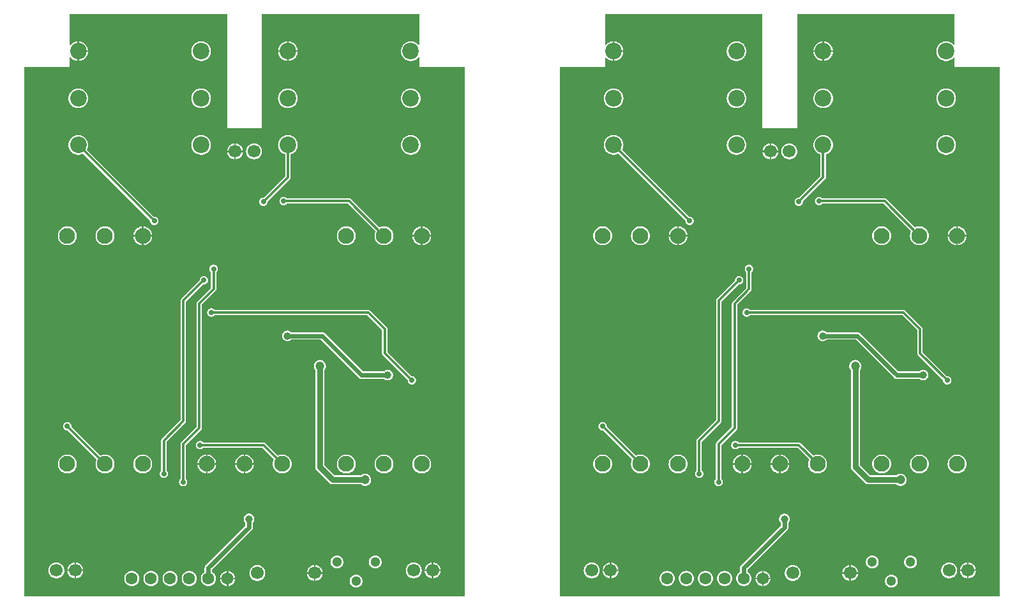
<source format=gbl>
%FSLAX46Y46*%
%MOMM*%
%ADD12C,0.300000*%
%ADD10C,0.600000*%
%ADD11C,0.800000*%
%AMPS15*
1,1,2.100000,0.000000,0.000000*
%
%ADD15PS15*%
%AMPS17*
1,1,1.600000,0.000000,0.000000*
%
%ADD17PS17*%
%AMPS19*
1,1,1.300000,0.000000,0.000000*
%
%ADD19PS19*%
%AMPS13*
1,1,2.200000,0.000000,0.000000*
%
%ADD13PS13*%
%AMPS18*
1,1,1.700000,0.000000,0.000000*
%
%ADD18PS18*%
%AMPS16*
1,1,1.700000,0.000000,0.000000*
%
%ADD16PS16*%
%AMPS14*
1,1,1.700000,0.000000,0.000000*
%
%ADD14PS14*%
%AMPS23*
1,1,1.200000,0.000000,0.000000*
%
%ADD23PS23*%
%AMPS22*
1,1,1.000000,0.000000,0.000000*
%
%ADD22PS22*%
%AMPS21*
1,1,0.700000,0.000000,0.000000*
%
%ADD21PS21*%
%AMPS20*
1,1,0.700000,0.000000,0.000000*
%
%ADD20PS20*%
G01*
%LPD*%
G36*
X139690000Y10310000D02*
X139690000Y80590000D01*
X133690000Y80590000D01*
X133690000Y81825898D01*
X133561979Y81875281D01*
X133472950Y81777052D01*
X133378039Y81691031D01*
X133275156Y81614727D01*
X133165288Y81548874D01*
X133049494Y81494108D01*
X132928893Y81450956D01*
X132804648Y81419835D01*
X132677937Y81401039D01*
X132550000Y81394753D01*
X132422063Y81401039D01*
X132295352Y81419835D01*
X132171107Y81450956D01*
X132050506Y81494108D01*
X131934712Y81548874D01*
X131824844Y81614727D01*
X131721961Y81691031D01*
X131627051Y81777051D01*
X131541031Y81871961D01*
X131464727Y81974844D01*
X131398874Y82084712D01*
X131344108Y82200506D01*
X131300956Y82321107D01*
X131269835Y82445352D01*
X131251039Y82572063D01*
X131244753Y82700000D01*
X131251039Y82827937D01*
X131269835Y82954648D01*
X131300956Y83078893D01*
X131344108Y83199494D01*
X131398874Y83315288D01*
X131464727Y83425156D01*
X131541031Y83528039D01*
X131627051Y83622949D01*
X131721961Y83708969D01*
X131824844Y83785273D01*
X131934712Y83851126D01*
X132050506Y83905892D01*
X132171107Y83949044D01*
X132295352Y83980165D01*
X132422063Y83998961D01*
X132550000Y84005247D01*
X132677937Y83998961D01*
X132804648Y83980165D01*
X132928893Y83949044D01*
X133049494Y83905892D01*
X133165288Y83851126D01*
X133275156Y83785273D01*
X133378039Y83708969D01*
X133472950Y83622948D01*
X133561979Y83524719D01*
X133690000Y83574102D01*
X133690000Y87590000D01*
X112810000Y87590000D01*
X112810000Y72490000D01*
X108190000Y72490000D01*
X108190000Y87590000D01*
X87310000Y87590000D01*
X87310000Y83566657D01*
X87438021Y83517274D01*
X87530591Y83619409D01*
X87625134Y83705098D01*
X87727627Y83781112D01*
X87837073Y83846711D01*
X87952421Y83901267D01*
X88072558Y83944252D01*
X88196330Y83975255D01*
X88322554Y83993979D01*
X88345000Y83995082D01*
X88345000Y81404918D01*
X88322554Y81406021D01*
X88196330Y81424745D01*
X88072558Y81455748D01*
X87952421Y81498733D01*
X87837073Y81553289D01*
X87727627Y81618888D01*
X87625134Y81694902D01*
X87530591Y81780591D01*
X87438021Y81882726D01*
X87310000Y81833343D01*
X87310000Y80590000D01*
X81310000Y80590000D01*
X81310000Y10310000D01*
X139690000Y10310000D01*
D02*
G37*
%LPC*%
G36*
X104750000Y81394753D02*
X104622063Y81401039D01*
X104495352Y81419835D01*
X104371107Y81450956D01*
X104250506Y81494108D01*
X104134712Y81548874D01*
X104024844Y81614727D01*
X103921961Y81691031D01*
X103827051Y81777051D01*
X103741031Y81871961D01*
X103664727Y81974844D01*
X103598874Y82084712D01*
X103544108Y82200506D01*
X103500956Y82321107D01*
X103469835Y82445352D01*
X103451039Y82572063D01*
X103444753Y82700000D01*
X103451039Y82827937D01*
X103469835Y82954648D01*
X103500956Y83078893D01*
X103544108Y83199494D01*
X103598874Y83315288D01*
X103664727Y83425156D01*
X103741031Y83528039D01*
X103827051Y83622949D01*
X103921961Y83708969D01*
X104024844Y83785273D01*
X104134712Y83851126D01*
X104250506Y83905892D01*
X104371107Y83949044D01*
X104495352Y83980165D01*
X104622063Y83998961D01*
X104750000Y84005247D01*
X104877937Y83998961D01*
X105004648Y83980165D01*
X105128893Y83949044D01*
X105249494Y83905892D01*
X105365288Y83851126D01*
X105475156Y83785273D01*
X105578039Y83708969D01*
X105672949Y83622949D01*
X105758969Y83528039D01*
X105835273Y83425156D01*
X105901126Y83315288D01*
X105955892Y83199494D01*
X105999044Y83078893D01*
X106030165Y82954648D01*
X106048961Y82827937D01*
X106055247Y82700000D01*
X106048961Y82572063D01*
X106030165Y82445352D01*
X105999044Y82321107D01*
X105955892Y82200506D01*
X105901126Y82084712D01*
X105835273Y81974844D01*
X105758969Y81871961D01*
X105672949Y81777051D01*
X105578039Y81691031D01*
X105475156Y81614727D01*
X105365288Y81548874D01*
X105249494Y81494108D01*
X105128893Y81450956D01*
X105004648Y81419835D01*
X104877937Y81401039D01*
X104750000Y81394753D01*
D02*
G37*
%LPC*%
G36*
X89745082Y82805000D02*
X88555000Y82805000D01*
X88555000Y83995082D01*
X88577446Y83993979D01*
X88703670Y83975255D01*
X88827442Y83944252D01*
X88947579Y83901267D01*
X89062927Y83846711D01*
X89172373Y83781112D01*
X89274866Y83705098D01*
X89369409Y83619409D01*
X89455098Y83524866D01*
X89531112Y83422373D01*
X89596711Y83312927D01*
X89651267Y83197579D01*
X89694252Y83077442D01*
X89725255Y82953670D01*
X89743979Y82827446D01*
X89745082Y82805000D01*
D02*
G37*
%LPC*%
G36*
X116145000Y82805000D02*
X114954918Y82805000D01*
X114956021Y82827446D01*
X114974745Y82953670D01*
X115005748Y83077442D01*
X115048733Y83197579D01*
X115103289Y83312927D01*
X115168888Y83422373D01*
X115244902Y83524866D01*
X115330591Y83619409D01*
X115425134Y83705098D01*
X115527627Y83781112D01*
X115637073Y83846711D01*
X115752421Y83901267D01*
X115872558Y83944252D01*
X115996330Y83975255D01*
X116122554Y83993979D01*
X116145000Y83995082D01*
X116145000Y82805000D01*
D02*
G37*
%LPC*%
G36*
X117545082Y82805000D02*
X116355000Y82805000D01*
X116355000Y83995082D01*
X116377446Y83993979D01*
X116503670Y83975255D01*
X116627442Y83944252D01*
X116747579Y83901267D01*
X116862927Y83846711D01*
X116972373Y83781112D01*
X117074866Y83705098D01*
X117169409Y83619409D01*
X117255098Y83524866D01*
X117331112Y83422373D01*
X117396711Y83312927D01*
X117451267Y83197579D01*
X117494252Y83077442D01*
X117525255Y82953670D01*
X117543979Y82827446D01*
X117545082Y82805000D01*
D02*
G37*
%LPC*%
G36*
X116355000Y81404918D02*
X116355000Y82595000D01*
X117545082Y82595000D01*
X117543979Y82572554D01*
X117525255Y82446330D01*
X117494252Y82322558D01*
X117451267Y82202421D01*
X117396711Y82087073D01*
X117331112Y81977627D01*
X117255098Y81875134D01*
X117169409Y81780591D01*
X117074866Y81694902D01*
X116972373Y81618888D01*
X116862927Y81553289D01*
X116747579Y81498733D01*
X116627442Y81455748D01*
X116503670Y81424745D01*
X116377446Y81406021D01*
X116355000Y81404918D01*
D02*
G37*
%LPC*%
G36*
X116145000Y81404918D02*
X116122554Y81406021D01*
X115996330Y81424745D01*
X115872558Y81455748D01*
X115752421Y81498733D01*
X115637073Y81553289D01*
X115527627Y81618888D01*
X115425134Y81694902D01*
X115330591Y81780591D01*
X115244902Y81875134D01*
X115168888Y81977627D01*
X115103289Y82087073D01*
X115048733Y82202421D01*
X115005748Y82322558D01*
X114974745Y82446330D01*
X114956021Y82572554D01*
X114954918Y82595000D01*
X116145000Y82595000D01*
X116145000Y81404918D01*
D02*
G37*
%LPC*%
G36*
X88555000Y81404918D02*
X88555000Y82595000D01*
X89745082Y82595000D01*
X89743979Y82572554D01*
X89725255Y82446330D01*
X89694252Y82322558D01*
X89651267Y82202421D01*
X89596711Y82087073D01*
X89531112Y81977627D01*
X89455098Y81875134D01*
X89369409Y81780591D01*
X89274866Y81694902D01*
X89172373Y81618888D01*
X89062927Y81553289D01*
X88947579Y81498733D01*
X88827442Y81455748D01*
X88703670Y81424745D01*
X88577446Y81406021D01*
X88555000Y81404918D01*
D02*
G37*
%LPC*%
G36*
X88450000Y75144753D02*
X88322063Y75151039D01*
X88195352Y75169835D01*
X88071107Y75200956D01*
X87950506Y75244108D01*
X87834712Y75298874D01*
X87724844Y75364727D01*
X87621961Y75441031D01*
X87527051Y75527051D01*
X87441031Y75621961D01*
X87364727Y75724844D01*
X87298874Y75834712D01*
X87244108Y75950506D01*
X87200956Y76071107D01*
X87169835Y76195352D01*
X87151039Y76322063D01*
X87144753Y76450000D01*
X87151039Y76577937D01*
X87169835Y76704648D01*
X87200956Y76828893D01*
X87244108Y76949494D01*
X87298874Y77065288D01*
X87364727Y77175156D01*
X87441031Y77278039D01*
X87527051Y77372949D01*
X87621961Y77458969D01*
X87724844Y77535273D01*
X87834712Y77601126D01*
X87950506Y77655892D01*
X88071107Y77699044D01*
X88195352Y77730165D01*
X88322063Y77748961D01*
X88450000Y77755247D01*
X88577937Y77748961D01*
X88704648Y77730165D01*
X88828893Y77699044D01*
X88949494Y77655892D01*
X89065288Y77601126D01*
X89175156Y77535273D01*
X89278039Y77458969D01*
X89372949Y77372949D01*
X89458969Y77278039D01*
X89535273Y77175156D01*
X89601126Y77065288D01*
X89655892Y76949494D01*
X89699044Y76828893D01*
X89730165Y76704648D01*
X89748961Y76577937D01*
X89755247Y76450000D01*
X89748961Y76322063D01*
X89730165Y76195352D01*
X89699044Y76071107D01*
X89655892Y75950506D01*
X89601126Y75834712D01*
X89535273Y75724844D01*
X89458969Y75621961D01*
X89372949Y75527051D01*
X89278039Y75441031D01*
X89175156Y75364727D01*
X89065288Y75298874D01*
X88949494Y75244108D01*
X88828893Y75200956D01*
X88704648Y75169835D01*
X88577937Y75151039D01*
X88450000Y75144753D01*
D02*
G37*
%LPC*%
G36*
X104750000Y75144753D02*
X104622063Y75151039D01*
X104495352Y75169835D01*
X104371107Y75200956D01*
X104250506Y75244108D01*
X104134712Y75298874D01*
X104024844Y75364727D01*
X103921961Y75441031D01*
X103827051Y75527051D01*
X103741031Y75621961D01*
X103664727Y75724844D01*
X103598874Y75834712D01*
X103544108Y75950506D01*
X103500956Y76071107D01*
X103469835Y76195352D01*
X103451039Y76322063D01*
X103444753Y76450000D01*
X103451039Y76577937D01*
X103469835Y76704648D01*
X103500956Y76828893D01*
X103544108Y76949494D01*
X103598874Y77065288D01*
X103664727Y77175156D01*
X103741031Y77278039D01*
X103827051Y77372949D01*
X103921961Y77458969D01*
X104024844Y77535273D01*
X104134712Y77601126D01*
X104250506Y77655892D01*
X104371107Y77699044D01*
X104495352Y77730165D01*
X104622063Y77748961D01*
X104750000Y77755247D01*
X104877937Y77748961D01*
X105004648Y77730165D01*
X105128893Y77699044D01*
X105249494Y77655892D01*
X105365288Y77601126D01*
X105475156Y77535273D01*
X105578039Y77458969D01*
X105672949Y77372949D01*
X105758969Y77278039D01*
X105835273Y77175156D01*
X105901126Y77065288D01*
X105955892Y76949494D01*
X105999044Y76828893D01*
X106030165Y76704648D01*
X106048961Y76577937D01*
X106055247Y76450000D01*
X106048961Y76322063D01*
X106030165Y76195352D01*
X105999044Y76071107D01*
X105955892Y75950506D01*
X105901126Y75834712D01*
X105835273Y75724844D01*
X105758969Y75621961D01*
X105672949Y75527051D01*
X105578039Y75441031D01*
X105475156Y75364727D01*
X105365288Y75298874D01*
X105249494Y75244108D01*
X105128893Y75200956D01*
X105004648Y75169835D01*
X104877937Y75151039D01*
X104750000Y75144753D01*
D02*
G37*
%LPC*%
G36*
X116250000Y75144753D02*
X116122063Y75151039D01*
X115995352Y75169835D01*
X115871107Y75200956D01*
X115750506Y75244108D01*
X115634712Y75298874D01*
X115524844Y75364727D01*
X115421961Y75441031D01*
X115327051Y75527051D01*
X115241031Y75621961D01*
X115164727Y75724844D01*
X115098874Y75834712D01*
X115044108Y75950506D01*
X115000956Y76071107D01*
X114969835Y76195352D01*
X114951039Y76322063D01*
X114944753Y76450000D01*
X114951039Y76577937D01*
X114969835Y76704648D01*
X115000956Y76828893D01*
X115044108Y76949494D01*
X115098874Y77065288D01*
X115164727Y77175156D01*
X115241031Y77278039D01*
X115327051Y77372949D01*
X115421961Y77458969D01*
X115524844Y77535273D01*
X115634712Y77601126D01*
X115750506Y77655892D01*
X115871107Y77699044D01*
X115995352Y77730165D01*
X116122063Y77748961D01*
X116250000Y77755247D01*
X116377937Y77748961D01*
X116504648Y77730165D01*
X116628893Y77699044D01*
X116749494Y77655892D01*
X116865288Y77601126D01*
X116975156Y77535273D01*
X117078039Y77458969D01*
X117172949Y77372949D01*
X117258969Y77278039D01*
X117335273Y77175156D01*
X117401126Y77065288D01*
X117455892Y76949494D01*
X117499044Y76828893D01*
X117530165Y76704648D01*
X117548961Y76577937D01*
X117555247Y76450000D01*
X117548961Y76322063D01*
X117530165Y76195352D01*
X117499044Y76071107D01*
X117455892Y75950506D01*
X117401126Y75834712D01*
X117335273Y75724844D01*
X117258969Y75621961D01*
X117172949Y75527051D01*
X117078039Y75441031D01*
X116975156Y75364727D01*
X116865288Y75298874D01*
X116749494Y75244108D01*
X116628893Y75200956D01*
X116504648Y75169835D01*
X116377937Y75151039D01*
X116250000Y75144753D01*
D02*
G37*
%LPC*%
G36*
X132550000Y75144753D02*
X132422063Y75151039D01*
X132295352Y75169835D01*
X132171107Y75200956D01*
X132050506Y75244108D01*
X131934712Y75298874D01*
X131824844Y75364727D01*
X131721961Y75441031D01*
X131627051Y75527051D01*
X131541031Y75621961D01*
X131464727Y75724844D01*
X131398874Y75834712D01*
X131344108Y75950506D01*
X131300956Y76071107D01*
X131269835Y76195352D01*
X131251039Y76322063D01*
X131244753Y76450000D01*
X131251039Y76577937D01*
X131269835Y76704648D01*
X131300956Y76828893D01*
X131344108Y76949494D01*
X131398874Y77065288D01*
X131464727Y77175156D01*
X131541031Y77278039D01*
X131627051Y77372949D01*
X131721961Y77458969D01*
X131824844Y77535273D01*
X131934712Y77601126D01*
X132050506Y77655892D01*
X132171107Y77699044D01*
X132295352Y77730165D01*
X132422063Y77748961D01*
X132550000Y77755247D01*
X132677937Y77748961D01*
X132804648Y77730165D01*
X132928893Y77699044D01*
X133049494Y77655892D01*
X133165288Y77601126D01*
X133275156Y77535273D01*
X133378039Y77458969D01*
X133472949Y77372949D01*
X133558969Y77278039D01*
X133635273Y77175156D01*
X133701126Y77065288D01*
X133755892Y76949494D01*
X133799044Y76828893D01*
X133830165Y76704648D01*
X133848961Y76577937D01*
X133855247Y76450000D01*
X133848961Y76322063D01*
X133830165Y76195352D01*
X133799044Y76071107D01*
X133755892Y75950506D01*
X133701126Y75834712D01*
X133635273Y75724844D01*
X133558969Y75621961D01*
X133472949Y75527051D01*
X133378039Y75441031D01*
X133275156Y75364727D01*
X133165288Y75298874D01*
X133049494Y75244108D01*
X132928893Y75200956D01*
X132804648Y75169835D01*
X132677937Y75151039D01*
X132550000Y75144753D01*
D02*
G37*
%LPC*%
G36*
X98530000Y59614752D02*
X98475583Y59617426D01*
X98421672Y59625423D01*
X98368825Y59638660D01*
X98317514Y59657020D01*
X98268256Y59680317D01*
X98221520Y59708329D01*
X98177760Y59740784D01*
X98137381Y59777381D01*
X98100784Y59817760D01*
X98068329Y59861520D01*
X98040317Y59908256D01*
X98017020Y59957514D01*
X97998660Y60008825D01*
X97985423Y60061672D01*
X97977426Y60115583D01*
X97974752Y60169995D01*
X97977242Y60220712D01*
X89088230Y69109724D01*
X88949494Y69044108D01*
X88828893Y69000956D01*
X88704648Y68969835D01*
X88577937Y68951039D01*
X88450000Y68944753D01*
X88322063Y68951039D01*
X88195352Y68969835D01*
X88071107Y69000956D01*
X87950506Y69044108D01*
X87834712Y69098874D01*
X87724844Y69164727D01*
X87621961Y69241031D01*
X87527051Y69327051D01*
X87441031Y69421961D01*
X87364727Y69524844D01*
X87298874Y69634712D01*
X87244108Y69750506D01*
X87200956Y69871107D01*
X87169835Y69995352D01*
X87151039Y70122063D01*
X87144753Y70250000D01*
X87151039Y70377937D01*
X87169835Y70504648D01*
X87200956Y70628893D01*
X87244108Y70749494D01*
X87298874Y70865288D01*
X87364727Y70975156D01*
X87441031Y71078039D01*
X87527051Y71172949D01*
X87621961Y71258969D01*
X87724844Y71335273D01*
X87834712Y71401126D01*
X87950506Y71455892D01*
X88071107Y71499044D01*
X88195352Y71530165D01*
X88322063Y71548961D01*
X88450000Y71555247D01*
X88577937Y71548961D01*
X88704648Y71530165D01*
X88828893Y71499044D01*
X88949494Y71455892D01*
X89065288Y71401126D01*
X89175156Y71335273D01*
X89278039Y71258969D01*
X89372949Y71172949D01*
X89458969Y71078039D01*
X89535273Y70975156D01*
X89601126Y70865288D01*
X89655892Y70749494D01*
X89699044Y70628893D01*
X89730165Y70504648D01*
X89748961Y70377937D01*
X89755247Y70250000D01*
X89748961Y70122063D01*
X89730165Y69995352D01*
X89699044Y69871107D01*
X89655892Y69750506D01*
X89590276Y69611770D01*
X98479288Y60722758D01*
X98530005Y60725248D01*
X98584417Y60722574D01*
X98638328Y60714577D01*
X98691175Y60701340D01*
X98742486Y60682980D01*
X98791744Y60659683D01*
X98838480Y60631671D01*
X98882240Y60599216D01*
X98922619Y60562619D01*
X98959216Y60522240D01*
X98991671Y60478480D01*
X99019683Y60431744D01*
X99042980Y60382486D01*
X99061340Y60331175D01*
X99074577Y60278328D01*
X99082574Y60224417D01*
X99085248Y60170000D01*
X99082574Y60115583D01*
X99074577Y60061672D01*
X99061340Y60008825D01*
X99042980Y59957514D01*
X99019683Y59908256D01*
X98991671Y59861520D01*
X98959216Y59817760D01*
X98922619Y59777381D01*
X98882240Y59740784D01*
X98838480Y59708329D01*
X98791744Y59680317D01*
X98742486Y59657020D01*
X98691175Y59638660D01*
X98638328Y59625423D01*
X98584417Y59617426D01*
X98530000Y59614752D01*
D02*
G37*
%LPC*%
G36*
X104750000Y68944753D02*
X104622063Y68951039D01*
X104495352Y68969835D01*
X104371107Y69000956D01*
X104250506Y69044108D01*
X104134712Y69098874D01*
X104024844Y69164727D01*
X103921961Y69241031D01*
X103827051Y69327051D01*
X103741031Y69421961D01*
X103664727Y69524844D01*
X103598874Y69634712D01*
X103544108Y69750506D01*
X103500956Y69871107D01*
X103469835Y69995352D01*
X103451039Y70122063D01*
X103444753Y70250000D01*
X103451039Y70377937D01*
X103469835Y70504648D01*
X103500956Y70628893D01*
X103544108Y70749494D01*
X103598874Y70865288D01*
X103664727Y70975156D01*
X103741031Y71078039D01*
X103827051Y71172949D01*
X103921961Y71258969D01*
X104024844Y71335273D01*
X104134712Y71401126D01*
X104250506Y71455892D01*
X104371107Y71499044D01*
X104495352Y71530165D01*
X104622063Y71548961D01*
X104750000Y71555247D01*
X104877937Y71548961D01*
X105004648Y71530165D01*
X105128893Y71499044D01*
X105249494Y71455892D01*
X105365288Y71401126D01*
X105475156Y71335273D01*
X105578039Y71258969D01*
X105672949Y71172949D01*
X105758969Y71078039D01*
X105835273Y70975156D01*
X105901126Y70865288D01*
X105955892Y70749494D01*
X105999044Y70628893D01*
X106030165Y70504648D01*
X106048961Y70377937D01*
X106055247Y70250000D01*
X106048961Y70122063D01*
X106030165Y69995352D01*
X105999044Y69871107D01*
X105955892Y69750506D01*
X105901126Y69634712D01*
X105835273Y69524844D01*
X105758969Y69421961D01*
X105672949Y69327051D01*
X105578039Y69241031D01*
X105475156Y69164727D01*
X105365288Y69098874D01*
X105249494Y69044108D01*
X105128893Y69000956D01*
X105004648Y68969835D01*
X104877937Y68951039D01*
X104750000Y68944753D01*
D02*
G37*
%LPC*%
G36*
X113000000Y62144752D02*
X112945583Y62147426D01*
X112891672Y62155423D01*
X112838825Y62168660D01*
X112787514Y62187020D01*
X112738256Y62210317D01*
X112691520Y62238329D01*
X112647760Y62270784D01*
X112607381Y62307381D01*
X112570784Y62347760D01*
X112538329Y62391520D01*
X112510317Y62438256D01*
X112487020Y62487514D01*
X112468660Y62538825D01*
X112455423Y62591672D01*
X112447426Y62645583D01*
X112444752Y62700000D01*
X112447426Y62754417D01*
X112455423Y62808328D01*
X112468660Y62861175D01*
X112487020Y62912486D01*
X112510317Y62961744D01*
X112538329Y63008480D01*
X112570784Y63052240D01*
X112607381Y63092619D01*
X112647760Y63129216D01*
X112691520Y63161671D01*
X112738256Y63189683D01*
X112787514Y63212980D01*
X112838825Y63231340D01*
X112891672Y63244577D01*
X112945583Y63252574D01*
X112999993Y63255247D01*
X113050711Y63252757D01*
X115895000Y66097047D01*
X115895000Y68992408D01*
X115750506Y69044108D01*
X115634712Y69098874D01*
X115524844Y69164727D01*
X115421961Y69241031D01*
X115327051Y69327051D01*
X115241031Y69421961D01*
X115164727Y69524844D01*
X115098874Y69634712D01*
X115044108Y69750506D01*
X115000956Y69871107D01*
X114969835Y69995352D01*
X114951039Y70122063D01*
X114944753Y70250000D01*
X114951039Y70377937D01*
X114969835Y70504648D01*
X115000956Y70628893D01*
X115044108Y70749494D01*
X115098874Y70865288D01*
X115164727Y70975156D01*
X115241031Y71078039D01*
X115327051Y71172949D01*
X115421961Y71258969D01*
X115524844Y71335273D01*
X115634712Y71401126D01*
X115750506Y71455892D01*
X115871107Y71499044D01*
X115995352Y71530165D01*
X116122063Y71548961D01*
X116250000Y71555247D01*
X116377937Y71548961D01*
X116504648Y71530165D01*
X116628893Y71499044D01*
X116749494Y71455892D01*
X116865288Y71401126D01*
X116975156Y71335273D01*
X117078039Y71258969D01*
X117172949Y71172949D01*
X117258969Y71078039D01*
X117335273Y70975156D01*
X117401126Y70865288D01*
X117455892Y70749494D01*
X117499044Y70628893D01*
X117530165Y70504648D01*
X117548961Y70377937D01*
X117555247Y70250000D01*
X117548961Y70122063D01*
X117530165Y69995352D01*
X117499044Y69871107D01*
X117455892Y69750506D01*
X117401126Y69634712D01*
X117335273Y69524844D01*
X117258969Y69421961D01*
X117172949Y69327051D01*
X117078039Y69241031D01*
X116975156Y69164727D01*
X116865288Y69098874D01*
X116749494Y69044108D01*
X116605000Y68992408D01*
X116605000Y65939923D01*
X116599151Y65880548D01*
X116578893Y65813770D01*
X116545996Y65752222D01*
X116502220Y65698877D01*
X116494448Y65692401D01*
X113552757Y62750711D01*
X113555247Y62699993D01*
X113552574Y62645583D01*
X113544577Y62591672D01*
X113531340Y62538825D01*
X113512980Y62487514D01*
X113489683Y62438256D01*
X113461671Y62391520D01*
X113429216Y62347760D01*
X113392619Y62307381D01*
X113352240Y62270784D01*
X113308480Y62238329D01*
X113261744Y62210317D01*
X113212486Y62187020D01*
X113161175Y62168660D01*
X113108328Y62155423D01*
X113054417Y62147426D01*
X113000000Y62144752D01*
D02*
G37*
%LPC*%
G36*
X132550000Y68944753D02*
X132422063Y68951039D01*
X132295352Y68969835D01*
X132171107Y69000956D01*
X132050506Y69044108D01*
X131934712Y69098874D01*
X131824844Y69164727D01*
X131721961Y69241031D01*
X131627051Y69327051D01*
X131541031Y69421961D01*
X131464727Y69524844D01*
X131398874Y69634712D01*
X131344108Y69750506D01*
X131300956Y69871107D01*
X131269835Y69995352D01*
X131251039Y70122063D01*
X131244753Y70250000D01*
X131251039Y70377937D01*
X131269835Y70504648D01*
X131300956Y70628893D01*
X131344108Y70749494D01*
X131398874Y70865288D01*
X131464727Y70975156D01*
X131541031Y71078039D01*
X131627051Y71172949D01*
X131721961Y71258969D01*
X131824844Y71335273D01*
X131934712Y71401126D01*
X132050506Y71455892D01*
X132171107Y71499044D01*
X132295352Y71530165D01*
X132422063Y71548961D01*
X132550000Y71555247D01*
X132677937Y71548961D01*
X132804648Y71530165D01*
X132928893Y71499044D01*
X133049494Y71455892D01*
X133165288Y71401126D01*
X133275156Y71335273D01*
X133378039Y71258969D01*
X133472949Y71172949D01*
X133558969Y71078039D01*
X133635273Y70975156D01*
X133701126Y70865288D01*
X133755892Y70749494D01*
X133799044Y70628893D01*
X133830165Y70504648D01*
X133848961Y70377937D01*
X133855247Y70250000D01*
X133848961Y70122063D01*
X133830165Y69995352D01*
X133799044Y69871107D01*
X133755892Y69750506D01*
X133701126Y69634712D01*
X133635273Y69524844D01*
X133558969Y69421961D01*
X133472949Y69327051D01*
X133378039Y69241031D01*
X133275156Y69164727D01*
X133165288Y69098874D01*
X133049494Y69044108D01*
X132928893Y69000956D01*
X132804648Y68969835D01*
X132677937Y68951039D01*
X132550000Y68944753D01*
D02*
G37*
%LPC*%
G36*
X111750000Y68344753D02*
X111646567Y68349835D01*
X111544127Y68365031D01*
X111443680Y68390191D01*
X111346180Y68425078D01*
X111252554Y68469358D01*
X111163742Y68522591D01*
X111080556Y68584286D01*
X111003828Y68653828D01*
X110934286Y68730556D01*
X110872591Y68813742D01*
X110819358Y68902554D01*
X110775078Y68996180D01*
X110740191Y69093680D01*
X110715031Y69194127D01*
X110699835Y69296567D01*
X110694753Y69400000D01*
X110699835Y69503433D01*
X110715031Y69605873D01*
X110740191Y69706320D01*
X110775078Y69803820D01*
X110819358Y69897446D01*
X110872591Y69986258D01*
X110934286Y70069444D01*
X111003828Y70146172D01*
X111080556Y70215714D01*
X111163742Y70277409D01*
X111252554Y70330642D01*
X111346180Y70374922D01*
X111443680Y70409809D01*
X111544127Y70434969D01*
X111646567Y70450165D01*
X111750000Y70455247D01*
X111853433Y70450165D01*
X111955873Y70434969D01*
X112056320Y70409809D01*
X112153820Y70374922D01*
X112247446Y70330642D01*
X112336258Y70277409D01*
X112419444Y70215714D01*
X112496172Y70146172D01*
X112565714Y70069444D01*
X112627409Y69986258D01*
X112680642Y69897446D01*
X112724922Y69803820D01*
X112759809Y69706320D01*
X112784969Y69605873D01*
X112800165Y69503433D01*
X112805247Y69400000D01*
X112800165Y69296567D01*
X112784969Y69194127D01*
X112759809Y69093680D01*
X112724922Y68996180D01*
X112680642Y68902554D01*
X112627409Y68813742D01*
X112565714Y68730556D01*
X112496172Y68653828D01*
X112419444Y68584286D01*
X112336258Y68522591D01*
X112247446Y68469358D01*
X112153820Y68425078D01*
X112056320Y68390191D01*
X111955873Y68365031D01*
X111853433Y68349835D01*
X111750000Y68344753D01*
D02*
G37*
%LPC*%
G36*
X109145000Y69505000D02*
X108205122Y69505000D01*
X108219941Y69604897D01*
X108244983Y69704871D01*
X108279705Y69801911D01*
X108323764Y69895070D01*
X108376763Y69983491D01*
X108438150Y70066262D01*
X108507368Y70142632D01*
X108583738Y70211850D01*
X108666509Y70273237D01*
X108754930Y70326236D01*
X108848089Y70370295D01*
X108945129Y70405017D01*
X109045103Y70430059D01*
X109145000Y70444878D01*
X109145000Y69505000D01*
D02*
G37*
%LPC*%
G36*
X110294878Y69505000D02*
X109355000Y69505000D01*
X109355000Y70444878D01*
X109454897Y70430059D01*
X109554871Y70405017D01*
X109651911Y70370295D01*
X109745070Y70326236D01*
X109833491Y70273237D01*
X109916262Y70211850D01*
X109992632Y70142632D01*
X110061850Y70066262D01*
X110123237Y69983491D01*
X110176236Y69895070D01*
X110220295Y69801911D01*
X110255017Y69704871D01*
X110280059Y69604897D01*
X110294878Y69505000D01*
D02*
G37*
%LPC*%
G36*
X109355000Y68355122D02*
X109355000Y69295000D01*
X110294878Y69295000D01*
X110280059Y69195103D01*
X110255017Y69095129D01*
X110220295Y68998089D01*
X110176236Y68904930D01*
X110123237Y68816509D01*
X110061850Y68733738D01*
X109992632Y68657368D01*
X109916262Y68588150D01*
X109833491Y68526763D01*
X109745070Y68473764D01*
X109651911Y68429705D01*
X109554871Y68394983D01*
X109454897Y68369941D01*
X109355000Y68355122D01*
D02*
G37*
%LPC*%
G36*
X109145000Y68355122D02*
X109045103Y68369941D01*
X108945129Y68394983D01*
X108848089Y68429705D01*
X108754930Y68473764D01*
X108666509Y68526763D01*
X108583738Y68588150D01*
X108507368Y68657368D01*
X108438150Y68733738D01*
X108376763Y68816509D01*
X108323764Y68904930D01*
X108279705Y68998089D01*
X108244983Y69095129D01*
X108219941Y69195103D01*
X108205122Y69295000D01*
X109145000Y69295000D01*
X109145000Y68355122D01*
D02*
G37*
%LPC*%
G36*
X129000000Y56944752D02*
X128876973Y56950798D01*
X128755108Y56968874D01*
X128635622Y56998803D01*
X128519640Y57040302D01*
X128408282Y57092970D01*
X128302623Y57156300D01*
X128203681Y57229681D01*
X128112406Y57312406D01*
X128029681Y57403681D01*
X127956300Y57502623D01*
X127892970Y57608282D01*
X127840302Y57719640D01*
X127798803Y57835622D01*
X127768874Y57955108D01*
X127750798Y58076973D01*
X127744752Y58200000D01*
X127750798Y58323027D01*
X127768874Y58444892D01*
X127798803Y58564378D01*
X127840302Y58680360D01*
X127897229Y58800724D01*
X124252953Y62445000D01*
X116126715Y62445000D01*
X116092620Y62407382D01*
X116052240Y62370784D01*
X116008480Y62338329D01*
X115961744Y62310317D01*
X115912486Y62287020D01*
X115861175Y62268660D01*
X115808328Y62255423D01*
X115754417Y62247426D01*
X115700000Y62244752D01*
X115645583Y62247426D01*
X115591672Y62255423D01*
X115538825Y62268660D01*
X115487514Y62287020D01*
X115438256Y62310317D01*
X115391520Y62338329D01*
X115347760Y62370784D01*
X115307381Y62407381D01*
X115270784Y62447760D01*
X115238329Y62491520D01*
X115210317Y62538256D01*
X115187020Y62587514D01*
X115168660Y62638825D01*
X115155423Y62691672D01*
X115147426Y62745583D01*
X115144752Y62800000D01*
X115147426Y62854417D01*
X115155423Y62908328D01*
X115168660Y62961175D01*
X115187020Y63012486D01*
X115210317Y63061744D01*
X115238329Y63108480D01*
X115270784Y63152240D01*
X115307381Y63192619D01*
X115347760Y63229216D01*
X115391520Y63261671D01*
X115438256Y63289683D01*
X115487514Y63312980D01*
X115538825Y63331340D01*
X115591672Y63344577D01*
X115645583Y63352574D01*
X115700000Y63355248D01*
X115754417Y63352574D01*
X115808328Y63344577D01*
X115861175Y63331340D01*
X115912486Y63312980D01*
X115961744Y63289683D01*
X116008480Y63261671D01*
X116052240Y63229216D01*
X116092620Y63192618D01*
X116126715Y63155000D01*
X124410077Y63155000D01*
X124469451Y63149151D01*
X124536229Y63128893D01*
X124597776Y63095996D01*
X124643897Y63058148D01*
X128399275Y59302771D01*
X128519644Y59359699D01*
X128635622Y59401197D01*
X128755108Y59431126D01*
X128876973Y59449202D01*
X129000000Y59455248D01*
X129123027Y59449202D01*
X129244892Y59431126D01*
X129364378Y59401197D01*
X129480360Y59359698D01*
X129591718Y59307030D01*
X129697377Y59243700D01*
X129796319Y59170319D01*
X129887594Y59087594D01*
X129970319Y58996319D01*
X130043700Y58897377D01*
X130107030Y58791718D01*
X130159698Y58680360D01*
X130201197Y58564378D01*
X130231126Y58444892D01*
X130249202Y58323027D01*
X130255248Y58200000D01*
X130249202Y58076973D01*
X130231126Y57955108D01*
X130201197Y57835622D01*
X130159698Y57719640D01*
X130107030Y57608282D01*
X130043700Y57502623D01*
X129970319Y57403681D01*
X129887594Y57312406D01*
X129796319Y57229681D01*
X129697377Y57156300D01*
X129591718Y57092970D01*
X129480360Y57040302D01*
X129364378Y56998803D01*
X129244892Y56968874D01*
X129123027Y56950798D01*
X129000000Y56944752D01*
D02*
G37*
%LPC*%
G36*
X87000000Y56944752D02*
X86876973Y56950798D01*
X86755108Y56968874D01*
X86635622Y56998803D01*
X86519640Y57040302D01*
X86408282Y57092970D01*
X86302623Y57156300D01*
X86203681Y57229681D01*
X86112406Y57312406D01*
X86029681Y57403681D01*
X85956300Y57502623D01*
X85892970Y57608282D01*
X85840302Y57719640D01*
X85798803Y57835622D01*
X85768874Y57955108D01*
X85750798Y58076973D01*
X85744752Y58200000D01*
X85750798Y58323027D01*
X85768874Y58444892D01*
X85798803Y58564378D01*
X85840302Y58680360D01*
X85892970Y58791718D01*
X85956300Y58897377D01*
X86029681Y58996319D01*
X86112406Y59087594D01*
X86203681Y59170319D01*
X86302623Y59243700D01*
X86408282Y59307030D01*
X86519640Y59359698D01*
X86635622Y59401197D01*
X86755108Y59431126D01*
X86876973Y59449202D01*
X87000000Y59455248D01*
X87123027Y59449202D01*
X87244892Y59431126D01*
X87364378Y59401197D01*
X87480360Y59359698D01*
X87591718Y59307030D01*
X87697377Y59243700D01*
X87796319Y59170319D01*
X87887594Y59087594D01*
X87970319Y58996319D01*
X88043700Y58897377D01*
X88107030Y58791718D01*
X88159698Y58680360D01*
X88201197Y58564378D01*
X88231126Y58444892D01*
X88249202Y58323027D01*
X88255248Y58200000D01*
X88249202Y58076973D01*
X88231126Y57955108D01*
X88201197Y57835622D01*
X88159698Y57719640D01*
X88107030Y57608282D01*
X88043700Y57502623D01*
X87970319Y57403681D01*
X87887594Y57312406D01*
X87796319Y57229681D01*
X87697377Y57156300D01*
X87591718Y57092970D01*
X87480360Y57040302D01*
X87364378Y56998803D01*
X87244892Y56968874D01*
X87123027Y56950798D01*
X87000000Y56944752D01*
D02*
G37*
%LPC*%
G36*
X92000000Y56944752D02*
X91876973Y56950798D01*
X91755108Y56968874D01*
X91635622Y56998803D01*
X91519640Y57040302D01*
X91408282Y57092970D01*
X91302623Y57156300D01*
X91203681Y57229681D01*
X91112406Y57312406D01*
X91029681Y57403681D01*
X90956300Y57502623D01*
X90892970Y57608282D01*
X90840302Y57719640D01*
X90798803Y57835622D01*
X90768874Y57955108D01*
X90750798Y58076973D01*
X90744752Y58200000D01*
X90750798Y58323027D01*
X90768874Y58444892D01*
X90798803Y58564378D01*
X90840302Y58680360D01*
X90892970Y58791718D01*
X90956300Y58897377D01*
X91029681Y58996319D01*
X91112406Y59087594D01*
X91203681Y59170319D01*
X91302623Y59243700D01*
X91408282Y59307030D01*
X91519640Y59359698D01*
X91635622Y59401197D01*
X91755108Y59431126D01*
X91876973Y59449202D01*
X92000000Y59455248D01*
X92123027Y59449202D01*
X92244892Y59431126D01*
X92364378Y59401197D01*
X92480360Y59359698D01*
X92591718Y59307030D01*
X92697377Y59243700D01*
X92796319Y59170319D01*
X92887594Y59087594D01*
X92970319Y58996319D01*
X93043700Y58897377D01*
X93107030Y58791718D01*
X93159698Y58680360D01*
X93201197Y58564378D01*
X93231126Y58444892D01*
X93249202Y58323027D01*
X93255248Y58200000D01*
X93249202Y58076973D01*
X93231126Y57955108D01*
X93201197Y57835622D01*
X93159698Y57719640D01*
X93107030Y57608282D01*
X93043700Y57502623D01*
X92970319Y57403681D01*
X92887594Y57312406D01*
X92796319Y57229681D01*
X92697377Y57156300D01*
X92591718Y57092970D01*
X92480360Y57040302D01*
X92364378Y56998803D01*
X92244892Y56968874D01*
X92123027Y56950798D01*
X92000000Y56944752D01*
D02*
G37*
%LPC*%
G36*
X124000000Y56944752D02*
X123876973Y56950798D01*
X123755108Y56968874D01*
X123635622Y56998803D01*
X123519640Y57040302D01*
X123408282Y57092970D01*
X123302623Y57156300D01*
X123203681Y57229681D01*
X123112406Y57312406D01*
X123029681Y57403681D01*
X122956300Y57502623D01*
X122892970Y57608282D01*
X122840302Y57719640D01*
X122798803Y57835622D01*
X122768874Y57955108D01*
X122750798Y58076973D01*
X122744752Y58200000D01*
X122750798Y58323027D01*
X122768874Y58444892D01*
X122798803Y58564378D01*
X122840302Y58680360D01*
X122892970Y58791718D01*
X122956300Y58897377D01*
X123029681Y58996319D01*
X123112406Y59087594D01*
X123203681Y59170319D01*
X123302623Y59243700D01*
X123408282Y59307030D01*
X123519640Y59359698D01*
X123635622Y59401197D01*
X123755108Y59431126D01*
X123876973Y59449202D01*
X124000000Y59455248D01*
X124123027Y59449202D01*
X124244892Y59431126D01*
X124364378Y59401197D01*
X124480360Y59359698D01*
X124591718Y59307030D01*
X124697377Y59243700D01*
X124796319Y59170319D01*
X124887594Y59087594D01*
X124970319Y58996319D01*
X125043700Y58897377D01*
X125107030Y58791718D01*
X125159698Y58680360D01*
X125201197Y58564378D01*
X125231126Y58444892D01*
X125249202Y58323027D01*
X125255248Y58200000D01*
X125249202Y58076973D01*
X125231126Y57955108D01*
X125201197Y57835622D01*
X125159698Y57719640D01*
X125107030Y57608282D01*
X125043700Y57502623D01*
X124970319Y57403681D01*
X124887594Y57312406D01*
X124796319Y57229681D01*
X124697377Y57156300D01*
X124591718Y57092970D01*
X124480360Y57040302D01*
X124364378Y56998803D01*
X124244892Y56968874D01*
X124123027Y56950798D01*
X124000000Y56944752D01*
D02*
G37*
%LPC*%
G36*
X96895000Y58305000D02*
X95754918Y58305000D01*
X95755780Y58322538D01*
X95773783Y58443912D01*
X95803595Y58562927D01*
X95844927Y58678444D01*
X95897385Y58789358D01*
X95960463Y58894596D01*
X96033551Y58993143D01*
X96115946Y59084054D01*
X96206857Y59166449D01*
X96305404Y59239537D01*
X96410642Y59302615D01*
X96521556Y59355073D01*
X96637073Y59396405D01*
X96756088Y59426217D01*
X96877462Y59444220D01*
X96895000Y59445082D01*
X96895000Y58305000D01*
D02*
G37*
%LPC*%
G36*
X98245082Y58305000D02*
X97105000Y58305000D01*
X97105000Y59445082D01*
X97122538Y59444220D01*
X97243912Y59426217D01*
X97362927Y59396405D01*
X97478444Y59355073D01*
X97589358Y59302615D01*
X97694596Y59239537D01*
X97793143Y59166449D01*
X97884054Y59084054D01*
X97966449Y58993143D01*
X98039537Y58894596D01*
X98102615Y58789358D01*
X98155073Y58678444D01*
X98196405Y58562927D01*
X98226217Y58443912D01*
X98244220Y58322538D01*
X98245082Y58305000D01*
D02*
G37*
%LPC*%
G36*
X133895000Y58305000D02*
X132754918Y58305000D01*
X132755780Y58322538D01*
X132773783Y58443912D01*
X132803595Y58562927D01*
X132844927Y58678444D01*
X132897385Y58789358D01*
X132960463Y58894596D01*
X133033551Y58993143D01*
X133115946Y59084054D01*
X133206857Y59166449D01*
X133305404Y59239537D01*
X133410642Y59302615D01*
X133521556Y59355073D01*
X133637073Y59396405D01*
X133756088Y59426217D01*
X133877462Y59444220D01*
X133895000Y59445082D01*
X133895000Y58305000D01*
D02*
G37*
%LPC*%
G36*
X135245082Y58305000D02*
X134105000Y58305000D01*
X134105000Y59445082D01*
X134122538Y59444220D01*
X134243912Y59426217D01*
X134362927Y59396405D01*
X134478444Y59355073D01*
X134589358Y59302615D01*
X134694596Y59239537D01*
X134793143Y59166449D01*
X134884054Y59084054D01*
X134966449Y58993143D01*
X135039537Y58894596D01*
X135102615Y58789358D01*
X135155073Y58678444D01*
X135196405Y58562927D01*
X135226217Y58443912D01*
X135244220Y58322538D01*
X135245082Y58305000D01*
D02*
G37*
%LPC*%
G36*
X134105000Y56954918D02*
X134105000Y58095000D01*
X135245082Y58095000D01*
X135244220Y58077462D01*
X135226217Y57956088D01*
X135196405Y57837073D01*
X135155073Y57721556D01*
X135102615Y57610642D01*
X135039537Y57505404D01*
X134966449Y57406857D01*
X134884054Y57315946D01*
X134793143Y57233551D01*
X134694596Y57160463D01*
X134589358Y57097385D01*
X134478444Y57044927D01*
X134362927Y57003595D01*
X134243912Y56973783D01*
X134122538Y56955780D01*
X134105000Y56954918D01*
D02*
G37*
%LPC*%
G36*
X133895000Y56954918D02*
X133877462Y56955780D01*
X133756088Y56973783D01*
X133637073Y57003595D01*
X133521556Y57044927D01*
X133410642Y57097385D01*
X133305404Y57160463D01*
X133206857Y57233551D01*
X133115946Y57315946D01*
X133033551Y57406857D01*
X132960463Y57505404D01*
X132897385Y57610642D01*
X132844927Y57721556D01*
X132803595Y57837073D01*
X132773783Y57956088D01*
X132755780Y58077462D01*
X132754918Y58095000D01*
X133895000Y58095000D01*
X133895000Y56954918D01*
D02*
G37*
%LPC*%
G36*
X97105000Y56954918D02*
X97105000Y58095000D01*
X98245082Y58095000D01*
X98244220Y58077462D01*
X98226217Y57956088D01*
X98196405Y57837073D01*
X98155073Y57721556D01*
X98102615Y57610642D01*
X98039537Y57505404D01*
X97966449Y57406857D01*
X97884054Y57315946D01*
X97793143Y57233551D01*
X97694596Y57160463D01*
X97589358Y57097385D01*
X97478444Y57044927D01*
X97362927Y57003595D01*
X97243912Y56973783D01*
X97122538Y56955780D01*
X97105000Y56954918D01*
D02*
G37*
%LPC*%
G36*
X96895000Y56954918D02*
X96877462Y56955780D01*
X96756088Y56973783D01*
X96637073Y57003595D01*
X96521556Y57044927D01*
X96410642Y57097385D01*
X96305404Y57160463D01*
X96206857Y57233551D01*
X96115946Y57315946D01*
X96033551Y57406857D01*
X95960463Y57505404D01*
X95897385Y57610642D01*
X95844927Y57721556D01*
X95803595Y57837073D01*
X95773783Y57956088D01*
X95755780Y58077462D01*
X95754918Y58095000D01*
X96895000Y58095000D01*
X96895000Y56954918D01*
D02*
G37*
%LPC*%
G36*
X102370000Y24944752D02*
X102315583Y24947426D01*
X102261672Y24955423D01*
X102208825Y24968660D01*
X102157514Y24987020D01*
X102108256Y25010317D01*
X102061520Y25038329D01*
X102017760Y25070784D01*
X101977381Y25107381D01*
X101940784Y25147760D01*
X101908329Y25191520D01*
X101880317Y25238256D01*
X101857020Y25287514D01*
X101838660Y25338825D01*
X101825423Y25391672D01*
X101817426Y25445583D01*
X101814752Y25500000D01*
X101817426Y25554417D01*
X101825423Y25608328D01*
X101838660Y25661175D01*
X101857020Y25712486D01*
X101880317Y25761744D01*
X101908329Y25808480D01*
X101940784Y25852240D01*
X101977382Y25892620D01*
X102015000Y25926715D01*
X102015000Y30580066D01*
X102020849Y30639451D01*
X102041106Y30706229D01*
X102074003Y30767777D01*
X102117779Y30821122D01*
X102125551Y30827598D01*
X104145000Y32847047D01*
X104145000Y49210066D01*
X104150849Y49269451D01*
X104171106Y49336229D01*
X104204003Y49397777D01*
X104247779Y49451122D01*
X104255551Y49457598D01*
X106045000Y51247047D01*
X106045000Y53373285D01*
X106007382Y53407380D01*
X105970784Y53447760D01*
X105938329Y53491520D01*
X105910317Y53538256D01*
X105887020Y53587514D01*
X105868660Y53638825D01*
X105855423Y53691672D01*
X105847426Y53745583D01*
X105844752Y53800000D01*
X105847426Y53854417D01*
X105855423Y53908328D01*
X105868660Y53961175D01*
X105887020Y54012486D01*
X105910317Y54061744D01*
X105938329Y54108480D01*
X105970784Y54152240D01*
X106007381Y54192619D01*
X106047760Y54229216D01*
X106091520Y54261671D01*
X106138256Y54289683D01*
X106187514Y54312980D01*
X106238825Y54331340D01*
X106291672Y54344577D01*
X106345583Y54352574D01*
X106400000Y54355248D01*
X106454417Y54352574D01*
X106508328Y54344577D01*
X106561175Y54331340D01*
X106612486Y54312980D01*
X106661744Y54289683D01*
X106708480Y54261671D01*
X106752240Y54229216D01*
X106792619Y54192619D01*
X106829216Y54152240D01*
X106861671Y54108480D01*
X106889683Y54061744D01*
X106912980Y54012486D01*
X106931340Y53961175D01*
X106944577Y53908328D01*
X106952574Y53854417D01*
X106955248Y53800000D01*
X106952574Y53745583D01*
X106944577Y53691672D01*
X106931340Y53638825D01*
X106912980Y53587514D01*
X106889683Y53538256D01*
X106861671Y53491520D01*
X106829216Y53447760D01*
X106792618Y53407380D01*
X106755000Y53373285D01*
X106755000Y51089923D01*
X106749151Y51030548D01*
X106728893Y50963770D01*
X106695996Y50902222D01*
X106652220Y50848877D01*
X106644448Y50842401D01*
X104855000Y49052953D01*
X104855000Y32689923D01*
X104849151Y32630548D01*
X104828893Y32563770D01*
X104795996Y32502222D01*
X104752220Y32448877D01*
X104744448Y32442401D01*
X102725000Y30422953D01*
X102725000Y25926715D01*
X102762618Y25892620D01*
X102799216Y25852240D01*
X102831671Y25808480D01*
X102859683Y25761744D01*
X102882980Y25712486D01*
X102901340Y25661175D01*
X102914577Y25608328D01*
X102922574Y25554417D01*
X102925248Y25500000D01*
X102922574Y25445583D01*
X102914577Y25391672D01*
X102901340Y25338825D01*
X102882980Y25287514D01*
X102859683Y25238256D01*
X102831671Y25191520D01*
X102799216Y25147760D01*
X102762619Y25107381D01*
X102722240Y25070784D01*
X102678480Y25038329D01*
X102631744Y25010317D01*
X102582486Y24987020D01*
X102531175Y24968660D01*
X102478328Y24955423D01*
X102424417Y24947426D01*
X102370000Y24944752D01*
D02*
G37*
%LPC*%
G36*
X99800000Y26044752D02*
X99745583Y26047426D01*
X99691672Y26055423D01*
X99638825Y26068660D01*
X99587514Y26087020D01*
X99538256Y26110317D01*
X99491520Y26138329D01*
X99447760Y26170784D01*
X99407381Y26207381D01*
X99370784Y26247760D01*
X99338329Y26291520D01*
X99310317Y26338256D01*
X99287020Y26387514D01*
X99268660Y26438825D01*
X99255423Y26491672D01*
X99247426Y26545583D01*
X99244752Y26600000D01*
X99247426Y26654417D01*
X99255423Y26708328D01*
X99268660Y26761175D01*
X99287020Y26812486D01*
X99310317Y26861744D01*
X99338329Y26908480D01*
X99370784Y26952240D01*
X99407382Y26992620D01*
X99445000Y27026715D01*
X99445000Y31010066D01*
X99450849Y31069451D01*
X99471106Y31136229D01*
X99504003Y31197777D01*
X99547779Y31251122D01*
X99555551Y31257598D01*
X102045000Y33747047D01*
X102045000Y49590066D01*
X102050849Y49649451D01*
X102071106Y49716229D01*
X102104003Y49777777D01*
X102147779Y49831122D01*
X102155551Y49837598D01*
X104557243Y52239289D01*
X104554753Y52290007D01*
X104557426Y52344417D01*
X104565423Y52398328D01*
X104578660Y52451175D01*
X104597020Y52502486D01*
X104620317Y52551744D01*
X104648329Y52598480D01*
X104680784Y52642240D01*
X104717381Y52682619D01*
X104757760Y52719216D01*
X104801520Y52751671D01*
X104848256Y52779683D01*
X104897514Y52802980D01*
X104948825Y52821340D01*
X105001672Y52834577D01*
X105055583Y52842574D01*
X105110000Y52845248D01*
X105164417Y52842574D01*
X105218328Y52834577D01*
X105271175Y52821340D01*
X105322486Y52802980D01*
X105371744Y52779683D01*
X105418480Y52751671D01*
X105462240Y52719216D01*
X105502619Y52682619D01*
X105539216Y52642240D01*
X105571671Y52598480D01*
X105599683Y52551744D01*
X105622980Y52502486D01*
X105641340Y52451175D01*
X105654577Y52398328D01*
X105662574Y52344417D01*
X105665248Y52290000D01*
X105662574Y52235583D01*
X105654577Y52181672D01*
X105641340Y52128825D01*
X105622980Y52077514D01*
X105599683Y52028256D01*
X105571671Y51981520D01*
X105539216Y51937760D01*
X105502619Y51897381D01*
X105462240Y51860784D01*
X105418480Y51828329D01*
X105371744Y51800317D01*
X105322486Y51777020D01*
X105271175Y51758660D01*
X105218328Y51745423D01*
X105164417Y51737426D01*
X105110007Y51734753D01*
X105059289Y51737243D01*
X102755000Y49432953D01*
X102755000Y33589923D01*
X102749151Y33530548D01*
X102728893Y33463770D01*
X102695996Y33402222D01*
X102652220Y33348877D01*
X102644448Y33342401D01*
X100155000Y30852953D01*
X100155000Y27026715D01*
X100192618Y26992620D01*
X100229216Y26952240D01*
X100261671Y26908480D01*
X100289683Y26861744D01*
X100312980Y26812486D01*
X100331340Y26761175D01*
X100344577Y26708328D01*
X100352574Y26654417D01*
X100355248Y26600000D01*
X100352574Y26545583D01*
X100344577Y26491672D01*
X100331340Y26438825D01*
X100312980Y26387514D01*
X100289683Y26338256D01*
X100261671Y26291520D01*
X100229216Y26247760D01*
X100192619Y26207381D01*
X100152240Y26170784D01*
X100108480Y26138329D01*
X100061744Y26110317D01*
X100012486Y26087020D01*
X99961175Y26068660D01*
X99908328Y26055423D01*
X99854417Y26047426D01*
X99800000Y26044752D01*
D02*
G37*
%LPC*%
G36*
X132700000Y38444752D02*
X132645583Y38447426D01*
X132591672Y38455423D01*
X132538825Y38468660D01*
X132487514Y38487020D01*
X132438256Y38510317D01*
X132391520Y38538329D01*
X132347760Y38570784D01*
X132307381Y38607381D01*
X132270784Y38647760D01*
X132238329Y38691520D01*
X132210317Y38738256D01*
X132187020Y38787514D01*
X132168660Y38838825D01*
X132155423Y38891672D01*
X132147426Y38945583D01*
X132144753Y38999993D01*
X132147243Y39050711D01*
X128856215Y42341738D01*
X128848372Y42348155D01*
X128804003Y42402223D01*
X128771106Y42463770D01*
X128750849Y42530548D01*
X128745000Y42589935D01*
X128745000Y45652953D01*
X126752953Y47645000D01*
X106526715Y47645000D01*
X106492620Y47607382D01*
X106452240Y47570784D01*
X106408480Y47538329D01*
X106361744Y47510317D01*
X106312486Y47487020D01*
X106261175Y47468660D01*
X106208328Y47455423D01*
X106154417Y47447426D01*
X106100000Y47444752D01*
X106045583Y47447426D01*
X105991672Y47455423D01*
X105938825Y47468660D01*
X105887514Y47487020D01*
X105838256Y47510317D01*
X105791520Y47538329D01*
X105747760Y47570784D01*
X105707381Y47607381D01*
X105670784Y47647760D01*
X105638329Y47691520D01*
X105610317Y47738256D01*
X105587020Y47787514D01*
X105568660Y47838825D01*
X105555423Y47891672D01*
X105547426Y47945583D01*
X105544752Y48000000D01*
X105547426Y48054417D01*
X105555423Y48108328D01*
X105568660Y48161175D01*
X105587020Y48212486D01*
X105610317Y48261744D01*
X105638329Y48308480D01*
X105670784Y48352240D01*
X105707381Y48392619D01*
X105747760Y48429216D01*
X105791520Y48461671D01*
X105838256Y48489683D01*
X105887514Y48512980D01*
X105938825Y48531340D01*
X105991672Y48544577D01*
X106045583Y48552574D01*
X106100000Y48555248D01*
X106154417Y48552574D01*
X106208328Y48544577D01*
X106261175Y48531340D01*
X106312486Y48512980D01*
X106361744Y48489683D01*
X106408480Y48461671D01*
X106452240Y48429216D01*
X106492620Y48392618D01*
X106526715Y48355000D01*
X126910077Y48355000D01*
X126969451Y48349151D01*
X127036229Y48328893D01*
X127097776Y48295996D01*
X127143897Y48258148D01*
X129358148Y46043897D01*
X129395996Y45997776D01*
X129428893Y45936229D01*
X129449151Y45869451D01*
X129455000Y45810077D01*
X129455000Y42747047D01*
X132649289Y39552757D01*
X132700007Y39555247D01*
X132754417Y39552574D01*
X132808328Y39544577D01*
X132861175Y39531340D01*
X132912486Y39512980D01*
X132961744Y39489683D01*
X133008480Y39461671D01*
X133052240Y39429216D01*
X133092619Y39392619D01*
X133129216Y39352240D01*
X133161671Y39308480D01*
X133189683Y39261744D01*
X133212980Y39212486D01*
X133231340Y39161175D01*
X133244577Y39108328D01*
X133252574Y39054417D01*
X133255248Y39000000D01*
X133252574Y38945583D01*
X133244577Y38891672D01*
X133231340Y38838825D01*
X133212980Y38787514D01*
X133189683Y38738256D01*
X133161671Y38691520D01*
X133129216Y38647760D01*
X133092619Y38607381D01*
X133052240Y38570784D01*
X133008480Y38538329D01*
X132961744Y38510317D01*
X132912486Y38487020D01*
X132861175Y38468660D01*
X132808328Y38455423D01*
X132754417Y38447426D01*
X132700000Y38444752D01*
D02*
G37*
%LPC*%
G36*
X129500000Y38994752D02*
X129430883Y38998148D01*
X129362405Y39008307D01*
X129295284Y39025118D01*
X129230114Y39048438D01*
X129167551Y39078027D01*
X129108179Y39113614D01*
X129052600Y39154834D01*
X129008284Y39195000D01*
X125989935Y39195000D01*
X125901284Y39203731D01*
X125806363Y39232525D01*
X125718885Y39279283D01*
X125642090Y39342305D01*
X125635673Y39350149D01*
X120580821Y44405000D01*
X116681716Y44405000D01*
X116637400Y44364834D01*
X116581821Y44323614D01*
X116522449Y44288027D01*
X116459886Y44258438D01*
X116394716Y44235118D01*
X116327595Y44218307D01*
X116259117Y44208148D01*
X116190000Y44204752D01*
X116120883Y44208148D01*
X116052405Y44218307D01*
X115985284Y44235118D01*
X115920114Y44258438D01*
X115857551Y44288027D01*
X115798179Y44323614D01*
X115742599Y44364834D01*
X115691315Y44411315D01*
X115644834Y44462599D01*
X115603614Y44518179D01*
X115568027Y44577551D01*
X115538438Y44640114D01*
X115515118Y44705284D01*
X115498307Y44772405D01*
X115488148Y44840883D01*
X115484752Y44910000D01*
X115488148Y44979117D01*
X115498307Y45047595D01*
X115515118Y45114716D01*
X115538438Y45179886D01*
X115568027Y45242449D01*
X115603614Y45301821D01*
X115644834Y45357401D01*
X115691315Y45408685D01*
X115742599Y45455166D01*
X115798179Y45496386D01*
X115857551Y45531973D01*
X115920114Y45561562D01*
X115985284Y45584882D01*
X116052405Y45601693D01*
X116120883Y45611852D01*
X116190000Y45615248D01*
X116259117Y45611852D01*
X116327595Y45601693D01*
X116394716Y45584882D01*
X116459886Y45561562D01*
X116522449Y45531973D01*
X116581821Y45496386D01*
X116637400Y45455166D01*
X116681716Y45415000D01*
X120800075Y45415000D01*
X120888713Y45406269D01*
X120983636Y45377474D01*
X121071113Y45330716D01*
X121139962Y45274215D01*
X126209179Y40205000D01*
X129008284Y40205000D01*
X129052600Y40245166D01*
X129108179Y40286386D01*
X129167551Y40321973D01*
X129230114Y40351562D01*
X129295284Y40374882D01*
X129362405Y40391693D01*
X129430883Y40401852D01*
X129500000Y40405248D01*
X129569117Y40401852D01*
X129637595Y40391693D01*
X129704716Y40374882D01*
X129769886Y40351562D01*
X129832449Y40321973D01*
X129891821Y40286386D01*
X129947401Y40245166D01*
X129998685Y40198685D01*
X130045166Y40147401D01*
X130086386Y40091821D01*
X130121973Y40032449D01*
X130151562Y39969886D01*
X130174882Y39904716D01*
X130191693Y39837595D01*
X130201852Y39769117D01*
X130205248Y39700000D01*
X130201852Y39630883D01*
X130191693Y39562405D01*
X130174882Y39495284D01*
X130151562Y39430114D01*
X130121973Y39367551D01*
X130086386Y39308179D01*
X130045166Y39252599D01*
X129998685Y39201315D01*
X129947401Y39154834D01*
X129891821Y39113614D01*
X129832449Y39078027D01*
X129769886Y39048438D01*
X129704716Y39025118D01*
X129637595Y39008307D01*
X129569117Y38998148D01*
X129500000Y38994752D01*
D02*
G37*
%LPC*%
G36*
X126500000Y24994752D02*
X126421077Y24998631D01*
X126342906Y25010225D01*
X126266244Y25029429D01*
X126191851Y25056047D01*
X126120406Y25089838D01*
X126052630Y25130461D01*
X125965608Y25195000D01*
X122189935Y25195000D01*
X122081775Y25205652D01*
X121968095Y25240137D01*
X121863327Y25296137D01*
X121771380Y25371596D01*
X121764964Y25379437D01*
X120079437Y27064964D01*
X120071596Y27071380D01*
X119996137Y27163327D01*
X119940137Y27268095D01*
X119905652Y27381775D01*
X119895000Y27489935D01*
X119895000Y40365608D01*
X119830461Y40452630D01*
X119789838Y40520406D01*
X119756047Y40591851D01*
X119729429Y40666244D01*
X119710225Y40742906D01*
X119698631Y40821077D01*
X119694752Y40900000D01*
X119698631Y40978923D01*
X119710225Y41057094D01*
X119729429Y41133756D01*
X119756047Y41208149D01*
X119789838Y41279594D01*
X119830461Y41347370D01*
X119877536Y41410843D01*
X119930604Y41469396D01*
X119989157Y41522464D01*
X120052630Y41569539D01*
X120120406Y41610162D01*
X120191851Y41643953D01*
X120266244Y41670571D01*
X120342906Y41689775D01*
X120421077Y41701369D01*
X120500000Y41705248D01*
X120578923Y41701369D01*
X120657094Y41689775D01*
X120733756Y41670571D01*
X120808149Y41643953D01*
X120879594Y41610162D01*
X120947370Y41569539D01*
X121010843Y41522464D01*
X121069396Y41469396D01*
X121122464Y41410843D01*
X121169539Y41347370D01*
X121210162Y41279594D01*
X121243953Y41208149D01*
X121270571Y41133756D01*
X121289775Y41057094D01*
X121301369Y40978923D01*
X121305248Y40900000D01*
X121301369Y40821077D01*
X121289775Y40742906D01*
X121270571Y40666244D01*
X121243953Y40591851D01*
X121210162Y40520406D01*
X121169539Y40452630D01*
X121105000Y40365608D01*
X121105000Y27750599D01*
X122450599Y26405000D01*
X125965608Y26405000D01*
X126052630Y26469539D01*
X126120406Y26510162D01*
X126191851Y26543953D01*
X126266244Y26570571D01*
X126342906Y26589775D01*
X126421077Y26601369D01*
X126500000Y26605248D01*
X126578923Y26601369D01*
X126657094Y26589775D01*
X126733756Y26570571D01*
X126808149Y26543953D01*
X126879594Y26510162D01*
X126947370Y26469539D01*
X127010843Y26422464D01*
X127069396Y26369396D01*
X127122464Y26310843D01*
X127169539Y26247370D01*
X127210162Y26179594D01*
X127243953Y26108149D01*
X127270571Y26033756D01*
X127289775Y25957094D01*
X127301369Y25878923D01*
X127305248Y25800000D01*
X127301369Y25721077D01*
X127289775Y25642906D01*
X127270571Y25566244D01*
X127243953Y25491851D01*
X127210162Y25420406D01*
X127169539Y25352630D01*
X127122464Y25289157D01*
X127069396Y25230604D01*
X127010843Y25177536D01*
X126947370Y25130461D01*
X126879594Y25089838D01*
X126808149Y25056047D01*
X126733756Y25029429D01*
X126657094Y25010225D01*
X126578923Y24998631D01*
X126500000Y24994752D01*
D02*
G37*
%LPC*%
G36*
X92000000Y26644752D02*
X91876973Y26650798D01*
X91755108Y26668874D01*
X91635622Y26698803D01*
X91519640Y26740302D01*
X91408282Y26792970D01*
X91302623Y26856300D01*
X91203681Y26929681D01*
X91112406Y27012406D01*
X91029681Y27103681D01*
X90956300Y27202623D01*
X90892970Y27308282D01*
X90840302Y27419640D01*
X90798803Y27535622D01*
X90768874Y27655108D01*
X90750798Y27776973D01*
X90744752Y27900000D01*
X90750798Y28023027D01*
X90768874Y28144892D01*
X90798803Y28264378D01*
X90840301Y28380356D01*
X90897229Y28500725D01*
X87050712Y32347242D01*
X86999995Y32344752D01*
X86945583Y32347426D01*
X86891672Y32355423D01*
X86838825Y32368660D01*
X86787514Y32387020D01*
X86738256Y32410317D01*
X86691520Y32438329D01*
X86647760Y32470784D01*
X86607381Y32507381D01*
X86570784Y32547760D01*
X86538329Y32591520D01*
X86510317Y32638256D01*
X86487020Y32687514D01*
X86468660Y32738825D01*
X86455423Y32791672D01*
X86447426Y32845583D01*
X86444752Y32900000D01*
X86447426Y32954417D01*
X86455423Y33008328D01*
X86468660Y33061175D01*
X86487020Y33112486D01*
X86510317Y33161744D01*
X86538329Y33208480D01*
X86570784Y33252240D01*
X86607381Y33292619D01*
X86647760Y33329216D01*
X86691520Y33361671D01*
X86738256Y33389683D01*
X86787514Y33412980D01*
X86838825Y33431340D01*
X86891672Y33444577D01*
X86945583Y33452574D01*
X87000000Y33455248D01*
X87054417Y33452574D01*
X87108328Y33444577D01*
X87161175Y33431340D01*
X87212486Y33412980D01*
X87261744Y33389683D01*
X87308480Y33361671D01*
X87352240Y33329216D01*
X87392619Y33292619D01*
X87429216Y33252240D01*
X87461671Y33208480D01*
X87489683Y33161744D01*
X87512980Y33112486D01*
X87531340Y33061175D01*
X87544577Y33008328D01*
X87552574Y32954417D01*
X87555248Y32900005D01*
X87552758Y32849288D01*
X91399275Y29002771D01*
X91519644Y29059699D01*
X91635622Y29101197D01*
X91755108Y29131126D01*
X91876973Y29149202D01*
X92000000Y29155248D01*
X92123027Y29149202D01*
X92244892Y29131126D01*
X92364378Y29101197D01*
X92480360Y29059698D01*
X92591718Y29007030D01*
X92697377Y28943700D01*
X92796319Y28870319D01*
X92887594Y28787594D01*
X92970319Y28696319D01*
X93043700Y28597377D01*
X93107030Y28491718D01*
X93159698Y28380360D01*
X93201197Y28264378D01*
X93231126Y28144892D01*
X93249202Y28023027D01*
X93255248Y27900000D01*
X93249202Y27776973D01*
X93231126Y27655108D01*
X93201197Y27535622D01*
X93159698Y27419640D01*
X93107030Y27308282D01*
X93043700Y27202623D01*
X92970319Y27103681D01*
X92887594Y27012406D01*
X92796319Y26929681D01*
X92697377Y26856300D01*
X92591718Y26792970D01*
X92480360Y26740302D01*
X92364378Y26698803D01*
X92244892Y26668874D01*
X92123027Y26650798D01*
X92000000Y26644752D01*
D02*
G37*
%LPC*%
G36*
X115500000Y26644752D02*
X115376973Y26650798D01*
X115255108Y26668874D01*
X115135622Y26698803D01*
X115019640Y26740302D01*
X114908282Y26792970D01*
X114802623Y26856300D01*
X114703681Y26929681D01*
X114612406Y27012406D01*
X114529681Y27103681D01*
X114456300Y27202623D01*
X114392970Y27308282D01*
X114340302Y27419640D01*
X114298803Y27535622D01*
X114268874Y27655108D01*
X114250798Y27776973D01*
X114244752Y27900000D01*
X114250798Y28023027D01*
X114268874Y28144892D01*
X114298803Y28264378D01*
X114340302Y28380360D01*
X114397229Y28500724D01*
X112852953Y30045000D01*
X105026715Y30045000D01*
X104992620Y30007382D01*
X104952240Y29970784D01*
X104908480Y29938329D01*
X104861744Y29910317D01*
X104812486Y29887020D01*
X104761175Y29868660D01*
X104708328Y29855423D01*
X104654417Y29847426D01*
X104600000Y29844752D01*
X104545583Y29847426D01*
X104491672Y29855423D01*
X104438825Y29868660D01*
X104387514Y29887020D01*
X104338256Y29910317D01*
X104291520Y29938329D01*
X104247760Y29970784D01*
X104207381Y30007381D01*
X104170784Y30047760D01*
X104138329Y30091520D01*
X104110317Y30138256D01*
X104087020Y30187514D01*
X104068660Y30238825D01*
X104055423Y30291672D01*
X104047426Y30345583D01*
X104044752Y30400000D01*
X104047426Y30454417D01*
X104055423Y30508328D01*
X104068660Y30561175D01*
X104087020Y30612486D01*
X104110317Y30661744D01*
X104138329Y30708480D01*
X104170784Y30752240D01*
X104207381Y30792619D01*
X104247760Y30829216D01*
X104291520Y30861671D01*
X104338256Y30889683D01*
X104387514Y30912980D01*
X104438825Y30931340D01*
X104491672Y30944577D01*
X104545583Y30952574D01*
X104600000Y30955248D01*
X104654417Y30952574D01*
X104708328Y30944577D01*
X104761175Y30931340D01*
X104812486Y30912980D01*
X104861744Y30889683D01*
X104908480Y30861671D01*
X104952240Y30829216D01*
X104992620Y30792618D01*
X105026715Y30755000D01*
X113010077Y30755000D01*
X113069451Y30749151D01*
X113136229Y30728893D01*
X113197776Y30695996D01*
X113243897Y30658148D01*
X114899275Y29002771D01*
X115019644Y29059699D01*
X115135622Y29101197D01*
X115255108Y29131126D01*
X115376973Y29149202D01*
X115500000Y29155248D01*
X115623027Y29149202D01*
X115744892Y29131126D01*
X115864378Y29101197D01*
X115980360Y29059698D01*
X116091718Y29007030D01*
X116197377Y28943700D01*
X116296319Y28870319D01*
X116387594Y28787594D01*
X116470319Y28696319D01*
X116543700Y28597377D01*
X116607030Y28491718D01*
X116659698Y28380360D01*
X116701197Y28264378D01*
X116731126Y28144892D01*
X116749202Y28023027D01*
X116755248Y27900000D01*
X116749202Y27776973D01*
X116731126Y27655108D01*
X116701197Y27535622D01*
X116659698Y27419640D01*
X116607030Y27308282D01*
X116543700Y27202623D01*
X116470319Y27103681D01*
X116387594Y27012406D01*
X116296319Y26929681D01*
X116197377Y26856300D01*
X116091718Y26792970D01*
X115980360Y26740302D01*
X115864378Y26698803D01*
X115744892Y26668874D01*
X115623027Y26650798D01*
X115500000Y26644752D01*
D02*
G37*
%LPC*%
G36*
X87000000Y26644752D02*
X86876973Y26650798D01*
X86755108Y26668874D01*
X86635622Y26698803D01*
X86519640Y26740302D01*
X86408282Y26792970D01*
X86302623Y26856300D01*
X86203681Y26929681D01*
X86112406Y27012406D01*
X86029681Y27103681D01*
X85956300Y27202623D01*
X85892970Y27308282D01*
X85840302Y27419640D01*
X85798803Y27535622D01*
X85768874Y27655108D01*
X85750798Y27776973D01*
X85744752Y27900000D01*
X85750798Y28023027D01*
X85768874Y28144892D01*
X85798803Y28264378D01*
X85840302Y28380360D01*
X85892970Y28491718D01*
X85956300Y28597377D01*
X86029681Y28696319D01*
X86112406Y28787594D01*
X86203681Y28870319D01*
X86302623Y28943700D01*
X86408282Y29007030D01*
X86519640Y29059698D01*
X86635622Y29101197D01*
X86755108Y29131126D01*
X86876973Y29149202D01*
X87000000Y29155248D01*
X87123027Y29149202D01*
X87244892Y29131126D01*
X87364378Y29101197D01*
X87480360Y29059698D01*
X87591718Y29007030D01*
X87697377Y28943700D01*
X87796319Y28870319D01*
X87887594Y28787594D01*
X87970319Y28696319D01*
X88043700Y28597377D01*
X88107030Y28491718D01*
X88159698Y28380360D01*
X88201197Y28264378D01*
X88231126Y28144892D01*
X88249202Y28023027D01*
X88255248Y27900000D01*
X88249202Y27776973D01*
X88231126Y27655108D01*
X88201197Y27535622D01*
X88159698Y27419640D01*
X88107030Y27308282D01*
X88043700Y27202623D01*
X87970319Y27103681D01*
X87887594Y27012406D01*
X87796319Y26929681D01*
X87697377Y26856300D01*
X87591718Y26792970D01*
X87480360Y26740302D01*
X87364378Y26698803D01*
X87244892Y26668874D01*
X87123027Y26650798D01*
X87000000Y26644752D01*
D02*
G37*
%LPC*%
G36*
X97000000Y26644752D02*
X96876973Y26650798D01*
X96755108Y26668874D01*
X96635622Y26698803D01*
X96519640Y26740302D01*
X96408282Y26792970D01*
X96302623Y26856300D01*
X96203681Y26929681D01*
X96112406Y27012406D01*
X96029681Y27103681D01*
X95956300Y27202623D01*
X95892970Y27308282D01*
X95840302Y27419640D01*
X95798803Y27535622D01*
X95768874Y27655108D01*
X95750798Y27776973D01*
X95744752Y27900000D01*
X95750798Y28023027D01*
X95768874Y28144892D01*
X95798803Y28264378D01*
X95840302Y28380360D01*
X95892970Y28491718D01*
X95956300Y28597377D01*
X96029681Y28696319D01*
X96112406Y28787594D01*
X96203681Y28870319D01*
X96302623Y28943700D01*
X96408282Y29007030D01*
X96519640Y29059698D01*
X96635622Y29101197D01*
X96755108Y29131126D01*
X96876973Y29149202D01*
X97000000Y29155248D01*
X97123027Y29149202D01*
X97244892Y29131126D01*
X97364378Y29101197D01*
X97480360Y29059698D01*
X97591718Y29007030D01*
X97697377Y28943700D01*
X97796319Y28870319D01*
X97887594Y28787594D01*
X97970319Y28696319D01*
X98043700Y28597377D01*
X98107030Y28491718D01*
X98159698Y28380360D01*
X98201197Y28264378D01*
X98231126Y28144892D01*
X98249202Y28023027D01*
X98255248Y27900000D01*
X98249202Y27776973D01*
X98231126Y27655108D01*
X98201197Y27535622D01*
X98159698Y27419640D01*
X98107030Y27308282D01*
X98043700Y27202623D01*
X97970319Y27103681D01*
X97887594Y27012406D01*
X97796319Y26929681D01*
X97697377Y26856300D01*
X97591718Y26792970D01*
X97480360Y26740302D01*
X97364378Y26698803D01*
X97244892Y26668874D01*
X97123027Y26650798D01*
X97000000Y26644752D01*
D02*
G37*
%LPC*%
G36*
X124000000Y26644752D02*
X123876973Y26650798D01*
X123755108Y26668874D01*
X123635622Y26698803D01*
X123519640Y26740302D01*
X123408282Y26792970D01*
X123302623Y26856300D01*
X123203681Y26929681D01*
X123112406Y27012406D01*
X123029681Y27103681D01*
X122956300Y27202623D01*
X122892970Y27308282D01*
X122840302Y27419640D01*
X122798803Y27535622D01*
X122768874Y27655108D01*
X122750798Y27776973D01*
X122744752Y27900000D01*
X122750798Y28023027D01*
X122768874Y28144892D01*
X122798803Y28264378D01*
X122840302Y28380360D01*
X122892970Y28491718D01*
X122956300Y28597377D01*
X123029681Y28696319D01*
X123112406Y28787594D01*
X123203681Y28870319D01*
X123302623Y28943700D01*
X123408282Y29007030D01*
X123519640Y29059698D01*
X123635622Y29101197D01*
X123755108Y29131126D01*
X123876973Y29149202D01*
X124000000Y29155248D01*
X124123027Y29149202D01*
X124244892Y29131126D01*
X124364378Y29101197D01*
X124480360Y29059698D01*
X124591718Y29007030D01*
X124697377Y28943700D01*
X124796319Y28870319D01*
X124887594Y28787594D01*
X124970319Y28696319D01*
X125043700Y28597377D01*
X125107030Y28491718D01*
X125159698Y28380360D01*
X125201197Y28264378D01*
X125231126Y28144892D01*
X125249202Y28023027D01*
X125255248Y27900000D01*
X125249202Y27776973D01*
X125231126Y27655108D01*
X125201197Y27535622D01*
X125159698Y27419640D01*
X125107030Y27308282D01*
X125043700Y27202623D01*
X124970319Y27103681D01*
X124887594Y27012406D01*
X124796319Y26929681D01*
X124697377Y26856300D01*
X124591718Y26792970D01*
X124480360Y26740302D01*
X124364378Y26698803D01*
X124244892Y26668874D01*
X124123027Y26650798D01*
X124000000Y26644752D01*
D02*
G37*
%LPC*%
G36*
X129000000Y26644752D02*
X128876973Y26650798D01*
X128755108Y26668874D01*
X128635622Y26698803D01*
X128519640Y26740302D01*
X128408282Y26792970D01*
X128302623Y26856300D01*
X128203681Y26929681D01*
X128112406Y27012406D01*
X128029681Y27103681D01*
X127956300Y27202623D01*
X127892970Y27308282D01*
X127840302Y27419640D01*
X127798803Y27535622D01*
X127768874Y27655108D01*
X127750798Y27776973D01*
X127744752Y27900000D01*
X127750798Y28023027D01*
X127768874Y28144892D01*
X127798803Y28264378D01*
X127840302Y28380360D01*
X127892970Y28491718D01*
X127956300Y28597377D01*
X128029681Y28696319D01*
X128112406Y28787594D01*
X128203681Y28870319D01*
X128302623Y28943700D01*
X128408282Y29007030D01*
X128519640Y29059698D01*
X128635622Y29101197D01*
X128755108Y29131126D01*
X128876973Y29149202D01*
X129000000Y29155248D01*
X129123027Y29149202D01*
X129244892Y29131126D01*
X129364378Y29101197D01*
X129480360Y29059698D01*
X129591718Y29007030D01*
X129697377Y28943700D01*
X129796319Y28870319D01*
X129887594Y28787594D01*
X129970319Y28696319D01*
X130043700Y28597377D01*
X130107030Y28491718D01*
X130159698Y28380360D01*
X130201197Y28264378D01*
X130231126Y28144892D01*
X130249202Y28023027D01*
X130255248Y27900000D01*
X130249202Y27776973D01*
X130231126Y27655108D01*
X130201197Y27535622D01*
X130159698Y27419640D01*
X130107030Y27308282D01*
X130043700Y27202623D01*
X129970319Y27103681D01*
X129887594Y27012406D01*
X129796319Y26929681D01*
X129697377Y26856300D01*
X129591718Y26792970D01*
X129480360Y26740302D01*
X129364378Y26698803D01*
X129244892Y26668874D01*
X129123027Y26650798D01*
X129000000Y26644752D01*
D02*
G37*
%LPC*%
G36*
X134000000Y26644752D02*
X133876973Y26650798D01*
X133755108Y26668874D01*
X133635622Y26698803D01*
X133519640Y26740302D01*
X133408282Y26792970D01*
X133302623Y26856300D01*
X133203681Y26929681D01*
X133112406Y27012406D01*
X133029681Y27103681D01*
X132956300Y27202623D01*
X132892970Y27308282D01*
X132840302Y27419640D01*
X132798803Y27535622D01*
X132768874Y27655108D01*
X132750798Y27776973D01*
X132744752Y27900000D01*
X132750798Y28023027D01*
X132768874Y28144892D01*
X132798803Y28264378D01*
X132840302Y28380360D01*
X132892970Y28491718D01*
X132956300Y28597377D01*
X133029681Y28696319D01*
X133112406Y28787594D01*
X133203681Y28870319D01*
X133302623Y28943700D01*
X133408282Y29007030D01*
X133519640Y29059698D01*
X133635622Y29101197D01*
X133755108Y29131126D01*
X133876973Y29149202D01*
X134000000Y29155248D01*
X134123027Y29149202D01*
X134244892Y29131126D01*
X134364378Y29101197D01*
X134480360Y29059698D01*
X134591718Y29007030D01*
X134697377Y28943700D01*
X134796319Y28870319D01*
X134887594Y28787594D01*
X134970319Y28696319D01*
X135043700Y28597377D01*
X135107030Y28491718D01*
X135159698Y28380360D01*
X135201197Y28264378D01*
X135231126Y28144892D01*
X135249202Y28023027D01*
X135255248Y27900000D01*
X135249202Y27776973D01*
X135231126Y27655108D01*
X135201197Y27535622D01*
X135159698Y27419640D01*
X135107030Y27308282D01*
X135043700Y27202623D01*
X134970319Y27103681D01*
X134887594Y27012406D01*
X134796319Y26929681D01*
X134697377Y26856300D01*
X134591718Y26792970D01*
X134480360Y26740302D01*
X134364378Y26698803D01*
X134244892Y26668874D01*
X134123027Y26650798D01*
X134000000Y26644752D01*
D02*
G37*
%LPC*%
G36*
X105395000Y28005000D02*
X104254918Y28005000D01*
X104255780Y28022538D01*
X104273783Y28143912D01*
X104303595Y28262927D01*
X104344927Y28378444D01*
X104397385Y28489358D01*
X104460463Y28594596D01*
X104533551Y28693143D01*
X104615946Y28784054D01*
X104706857Y28866449D01*
X104805404Y28939537D01*
X104910642Y29002615D01*
X105021556Y29055073D01*
X105137073Y29096405D01*
X105256088Y29126217D01*
X105377462Y29144220D01*
X105395000Y29145082D01*
X105395000Y28005000D01*
D02*
G37*
%LPC*%
G36*
X106745082Y28005000D02*
X105605000Y28005000D01*
X105605000Y29145082D01*
X105622538Y29144220D01*
X105743912Y29126217D01*
X105862927Y29096405D01*
X105978444Y29055073D01*
X106089358Y29002615D01*
X106194596Y28939537D01*
X106293143Y28866449D01*
X106384054Y28784054D01*
X106466449Y28693143D01*
X106539537Y28594596D01*
X106602615Y28489358D01*
X106655073Y28378444D01*
X106696405Y28262927D01*
X106726217Y28143912D01*
X106744220Y28022538D01*
X106745082Y28005000D01*
D02*
G37*
%LPC*%
G36*
X110395000Y28005000D02*
X109254918Y28005000D01*
X109255780Y28022538D01*
X109273783Y28143912D01*
X109303595Y28262927D01*
X109344927Y28378444D01*
X109397385Y28489358D01*
X109460463Y28594596D01*
X109533551Y28693143D01*
X109615946Y28784054D01*
X109706857Y28866449D01*
X109805404Y28939537D01*
X109910642Y29002615D01*
X110021556Y29055073D01*
X110137073Y29096405D01*
X110256088Y29126217D01*
X110377462Y29144220D01*
X110395000Y29145082D01*
X110395000Y28005000D01*
D02*
G37*
%LPC*%
G36*
X111745082Y28005000D02*
X110605000Y28005000D01*
X110605000Y29145082D01*
X110622538Y29144220D01*
X110743912Y29126217D01*
X110862927Y29096405D01*
X110978444Y29055073D01*
X111089358Y29002615D01*
X111194596Y28939537D01*
X111293143Y28866449D01*
X111384054Y28784054D01*
X111466449Y28693143D01*
X111539537Y28594596D01*
X111602615Y28489358D01*
X111655073Y28378444D01*
X111696405Y28262927D01*
X111726217Y28143912D01*
X111744220Y28022538D01*
X111745082Y28005000D01*
D02*
G37*
%LPC*%
G36*
X110605000Y26654918D02*
X110605000Y27795000D01*
X111745082Y27795000D01*
X111744220Y27777462D01*
X111726217Y27656088D01*
X111696405Y27537073D01*
X111655073Y27421556D01*
X111602615Y27310642D01*
X111539537Y27205404D01*
X111466449Y27106857D01*
X111384054Y27015946D01*
X111293143Y26933551D01*
X111194596Y26860463D01*
X111089358Y26797385D01*
X110978444Y26744927D01*
X110862927Y26703595D01*
X110743912Y26673783D01*
X110622538Y26655780D01*
X110605000Y26654918D01*
D02*
G37*
%LPC*%
G36*
X110395000Y26654918D02*
X110377462Y26655780D01*
X110256088Y26673783D01*
X110137073Y26703595D01*
X110021556Y26744927D01*
X109910642Y26797385D01*
X109805404Y26860463D01*
X109706857Y26933551D01*
X109615946Y27015946D01*
X109533551Y27106857D01*
X109460463Y27205404D01*
X109397385Y27310642D01*
X109344927Y27421556D01*
X109303595Y27537073D01*
X109273783Y27656088D01*
X109255780Y27777462D01*
X109254918Y27795000D01*
X110395000Y27795000D01*
X110395000Y26654918D01*
D02*
G37*
%LPC*%
G36*
X105605000Y26654918D02*
X105605000Y27795000D01*
X106745082Y27795000D01*
X106744220Y27777462D01*
X106726217Y27656088D01*
X106696405Y27537073D01*
X106655073Y27421556D01*
X106602615Y27310642D01*
X106539537Y27205404D01*
X106466449Y27106857D01*
X106384054Y27015946D01*
X106293143Y26933551D01*
X106194596Y26860463D01*
X106089358Y26797385D01*
X105978444Y26744927D01*
X105862927Y26703595D01*
X105743912Y26673783D01*
X105622538Y26655780D01*
X105605000Y26654918D01*
D02*
G37*
%LPC*%
G36*
X105395000Y26654918D02*
X105377462Y26655780D01*
X105256088Y26673783D01*
X105137073Y26703595D01*
X105021556Y26744927D01*
X104910642Y26797385D01*
X104805404Y26860463D01*
X104706857Y26933551D01*
X104615946Y27015946D01*
X104533551Y27106857D01*
X104460463Y27205404D01*
X104397385Y27310642D01*
X104344927Y27421556D01*
X104303595Y27537073D01*
X104273783Y27656088D01*
X104255780Y27777462D01*
X104254918Y27795000D01*
X105395000Y27795000D01*
X105395000Y26654918D01*
D02*
G37*
%LPC*%
G36*
X105710000Y11694752D02*
X105611475Y11699594D01*
X105513884Y11714069D01*
X105418193Y11738038D01*
X105325304Y11771275D01*
X105236140Y11813445D01*
X105151512Y11864170D01*
X105072277Y11922935D01*
X104999183Y11989183D01*
X104932935Y12062277D01*
X104874170Y12141512D01*
X104823445Y12226140D01*
X104781275Y12315304D01*
X104748038Y12408193D01*
X104724069Y12503884D01*
X104709594Y12601475D01*
X104704752Y12700000D01*
X104709594Y12798525D01*
X104724069Y12896116D01*
X104748038Y12991807D01*
X104781275Y13084696D01*
X104823445Y13173860D01*
X104874170Y13258488D01*
X104932935Y13337723D01*
X104999183Y13410817D01*
X105072277Y13477065D01*
X105151517Y13535833D01*
X105205000Y13567888D01*
X105205000Y14130066D01*
X105213731Y14218715D01*
X105242525Y14313636D01*
X105289283Y14401113D01*
X105351714Y14477187D01*
X105359484Y14483662D01*
X110595000Y19719179D01*
X110595000Y20108284D01*
X110554834Y20152600D01*
X110513614Y20208179D01*
X110478027Y20267551D01*
X110448438Y20330114D01*
X110425118Y20395284D01*
X110408307Y20462405D01*
X110398148Y20530883D01*
X110394752Y20600000D01*
X110398148Y20669117D01*
X110408307Y20737595D01*
X110425118Y20804716D01*
X110448438Y20869886D01*
X110478027Y20932449D01*
X110513614Y20991821D01*
X110554834Y21047401D01*
X110601315Y21098685D01*
X110652599Y21145166D01*
X110708179Y21186386D01*
X110767551Y21221973D01*
X110830114Y21251562D01*
X110895284Y21274882D01*
X110962405Y21291693D01*
X111030883Y21301852D01*
X111100000Y21305248D01*
X111169117Y21301852D01*
X111237595Y21291693D01*
X111304716Y21274882D01*
X111369886Y21251562D01*
X111432449Y21221973D01*
X111491821Y21186386D01*
X111547401Y21145166D01*
X111598685Y21098685D01*
X111645166Y21047401D01*
X111686386Y20991821D01*
X111721973Y20932449D01*
X111751562Y20869886D01*
X111774882Y20804716D01*
X111791693Y20737595D01*
X111801852Y20669117D01*
X111805248Y20600000D01*
X111801852Y20530883D01*
X111791693Y20462405D01*
X111774882Y20395284D01*
X111751562Y20330114D01*
X111721973Y20267551D01*
X111686386Y20208179D01*
X111645166Y20152600D01*
X111605000Y20108284D01*
X111605000Y19499925D01*
X111596269Y19411286D01*
X111567474Y19316363D01*
X111520716Y19228886D01*
X111458285Y19152812D01*
X111450515Y19146337D01*
X106215000Y13910821D01*
X106215000Y13567888D01*
X106268483Y13535833D01*
X106347723Y13477065D01*
X106420817Y13410817D01*
X106487065Y13337723D01*
X106545830Y13258488D01*
X106596555Y13173860D01*
X106638725Y13084696D01*
X106671962Y12991807D01*
X106695931Y12896116D01*
X106710406Y12798525D01*
X106715248Y12700000D01*
X106710406Y12601475D01*
X106695931Y12503884D01*
X106671962Y12408193D01*
X106638725Y12315304D01*
X106596555Y12226140D01*
X106545830Y12141512D01*
X106487065Y12062277D01*
X106420817Y11989183D01*
X106347723Y11922935D01*
X106268488Y11864170D01*
X106183860Y11813445D01*
X106094696Y11771275D01*
X106001807Y11738038D01*
X105906116Y11714069D01*
X105808525Y11699594D01*
X105710000Y11694752D01*
D02*
G37*
%LPC*%
G36*
X122760000Y14044753D02*
X122676170Y14048872D01*
X122593142Y14061189D01*
X122511738Y14081578D01*
X122432709Y14109856D01*
X122356842Y14145739D01*
X122284852Y14188888D01*
X122217438Y14238886D01*
X122155249Y14295249D01*
X122098886Y14357438D01*
X122048888Y14424852D01*
X122005739Y14496842D01*
X121969856Y14572709D01*
X121941578Y14651738D01*
X121921189Y14733142D01*
X121908872Y14816170D01*
X121904753Y14900000D01*
X121908872Y14983830D01*
X121921189Y15066858D01*
X121941578Y15148262D01*
X121969856Y15227291D01*
X122005739Y15303158D01*
X122048888Y15375148D01*
X122098886Y15442562D01*
X122155249Y15504751D01*
X122217438Y15561114D01*
X122284852Y15611112D01*
X122356842Y15654261D01*
X122432709Y15690144D01*
X122511738Y15718422D01*
X122593142Y15738811D01*
X122676170Y15751128D01*
X122760000Y15755247D01*
X122843830Y15751128D01*
X122926858Y15738811D01*
X123008262Y15718422D01*
X123087291Y15690144D01*
X123163158Y15654261D01*
X123235148Y15611112D01*
X123302562Y15561114D01*
X123364751Y15504751D01*
X123421114Y15442562D01*
X123471112Y15375148D01*
X123514261Y15303158D01*
X123550144Y15227291D01*
X123578422Y15148262D01*
X123598811Y15066858D01*
X123611128Y14983830D01*
X123615247Y14900000D01*
X123611128Y14816170D01*
X123598811Y14733142D01*
X123578422Y14651738D01*
X123550144Y14572709D01*
X123514261Y14496842D01*
X123471112Y14424852D01*
X123421114Y14357438D01*
X123364751Y14295249D01*
X123302562Y14238886D01*
X123235148Y14188888D01*
X123163158Y14145739D01*
X123087291Y14109856D01*
X123008262Y14081578D01*
X122926858Y14061189D01*
X122843830Y14048872D01*
X122760000Y14044753D01*
D02*
G37*
%LPC*%
G36*
X127840000Y14044753D02*
X127756170Y14048872D01*
X127673142Y14061189D01*
X127591738Y14081578D01*
X127512709Y14109856D01*
X127436842Y14145739D01*
X127364852Y14188888D01*
X127297438Y14238886D01*
X127235249Y14295249D01*
X127178886Y14357438D01*
X127128888Y14424852D01*
X127085739Y14496842D01*
X127049856Y14572709D01*
X127021578Y14651738D01*
X127001189Y14733142D01*
X126988872Y14816170D01*
X126984753Y14900000D01*
X126988872Y14983830D01*
X127001189Y15066858D01*
X127021578Y15148262D01*
X127049856Y15227291D01*
X127085739Y15303158D01*
X127128888Y15375148D01*
X127178886Y15442562D01*
X127235249Y15504751D01*
X127297438Y15561114D01*
X127364852Y15611112D01*
X127436842Y15654261D01*
X127512709Y15690144D01*
X127591738Y15718422D01*
X127673142Y15738811D01*
X127756170Y15751128D01*
X127840000Y15755247D01*
X127923830Y15751128D01*
X128006858Y15738811D01*
X128088262Y15718422D01*
X128167291Y15690144D01*
X128243158Y15654261D01*
X128315148Y15611112D01*
X128382562Y15561114D01*
X128444751Y15504751D01*
X128501114Y15442562D01*
X128551112Y15375148D01*
X128594261Y15303158D01*
X128630144Y15227291D01*
X128658422Y15148262D01*
X128678811Y15066858D01*
X128691128Y14983830D01*
X128695247Y14900000D01*
X128691128Y14816170D01*
X128678811Y14733142D01*
X128658422Y14651738D01*
X128630144Y14572709D01*
X128594261Y14496842D01*
X128551112Y14424852D01*
X128501114Y14357438D01*
X128444751Y14295249D01*
X128382562Y14238886D01*
X128315148Y14188888D01*
X128243158Y14145739D01*
X128167291Y14109856D01*
X128088262Y14081578D01*
X128006858Y14061189D01*
X127923830Y14048872D01*
X127840000Y14044753D01*
D02*
G37*
%LPC*%
G36*
X85550000Y12724753D02*
X85446567Y12729835D01*
X85344127Y12745031D01*
X85243680Y12770191D01*
X85146180Y12805078D01*
X85052554Y12849358D01*
X84963742Y12902591D01*
X84880556Y12964286D01*
X84803828Y13033828D01*
X84734286Y13110556D01*
X84672591Y13193742D01*
X84619358Y13282554D01*
X84575078Y13376180D01*
X84540191Y13473680D01*
X84515031Y13574127D01*
X84499835Y13676567D01*
X84494753Y13780000D01*
X84499835Y13883433D01*
X84515031Y13985873D01*
X84540191Y14086320D01*
X84575078Y14183820D01*
X84619358Y14277446D01*
X84672591Y14366258D01*
X84734286Y14449444D01*
X84803828Y14526172D01*
X84880556Y14595714D01*
X84963742Y14657409D01*
X85052554Y14710642D01*
X85146180Y14754922D01*
X85243680Y14789809D01*
X85344127Y14814969D01*
X85446567Y14830165D01*
X85550000Y14835247D01*
X85653433Y14830165D01*
X85755873Y14814969D01*
X85856320Y14789809D01*
X85953820Y14754922D01*
X86047446Y14710642D01*
X86136258Y14657409D01*
X86219444Y14595714D01*
X86296172Y14526172D01*
X86365714Y14449444D01*
X86427409Y14366258D01*
X86480642Y14277446D01*
X86524922Y14183820D01*
X86559809Y14086320D01*
X86584969Y13985873D01*
X86600165Y13883433D01*
X86605247Y13780000D01*
X86600165Y13676567D01*
X86584969Y13574127D01*
X86559809Y13473680D01*
X86524922Y13376180D01*
X86480642Y13282554D01*
X86427409Y13193742D01*
X86365714Y13110556D01*
X86296172Y13033828D01*
X86219444Y12964286D01*
X86136258Y12902591D01*
X86047446Y12849358D01*
X85953820Y12805078D01*
X85856320Y12770191D01*
X85755873Y12745031D01*
X85653433Y12729835D01*
X85550000Y12724753D01*
D02*
G37*
%LPC*%
G36*
X132950000Y12724753D02*
X132846567Y12729835D01*
X132744127Y12745031D01*
X132643680Y12770191D01*
X132546180Y12805078D01*
X132452554Y12849358D01*
X132363742Y12902591D01*
X132280556Y12964286D01*
X132203828Y13033828D01*
X132134286Y13110556D01*
X132072591Y13193742D01*
X132019358Y13282554D01*
X131975078Y13376180D01*
X131940191Y13473680D01*
X131915031Y13574127D01*
X131899835Y13676567D01*
X131894753Y13780000D01*
X131899835Y13883433D01*
X131915031Y13985873D01*
X131940191Y14086320D01*
X131975078Y14183820D01*
X132019358Y14277446D01*
X132072591Y14366258D01*
X132134286Y14449444D01*
X132203828Y14526172D01*
X132280556Y14595714D01*
X132363742Y14657409D01*
X132452554Y14710642D01*
X132546180Y14754922D01*
X132643680Y14789809D01*
X132744127Y14814969D01*
X132846567Y14830165D01*
X132950000Y14835247D01*
X133053433Y14830165D01*
X133155873Y14814969D01*
X133256320Y14789809D01*
X133353820Y14754922D01*
X133447446Y14710642D01*
X133536258Y14657409D01*
X133619444Y14595714D01*
X133696172Y14526172D01*
X133765714Y14449444D01*
X133827409Y14366258D01*
X133880642Y14277446D01*
X133924922Y14183820D01*
X133959809Y14086320D01*
X133984969Y13985873D01*
X134000165Y13883433D01*
X134005247Y13780000D01*
X134000165Y13676567D01*
X133984969Y13574127D01*
X133959809Y13473680D01*
X133924922Y13376180D01*
X133880642Y13282554D01*
X133827409Y13193742D01*
X133765714Y13110556D01*
X133696172Y13033828D01*
X133619444Y12964286D01*
X133536258Y12902591D01*
X133447446Y12849358D01*
X133353820Y12805078D01*
X133256320Y12770191D01*
X133155873Y12745031D01*
X133053433Y12729835D01*
X132950000Y12724753D01*
D02*
G37*
%LPC*%
G36*
X87945000Y13885000D02*
X87005122Y13885000D01*
X87019941Y13984897D01*
X87044983Y14084871D01*
X87079705Y14181911D01*
X87123764Y14275070D01*
X87176763Y14363491D01*
X87238150Y14446262D01*
X87307368Y14522632D01*
X87383738Y14591850D01*
X87466509Y14653237D01*
X87554930Y14706236D01*
X87648089Y14750295D01*
X87745129Y14785017D01*
X87845103Y14810059D01*
X87945000Y14824878D01*
X87945000Y13885000D01*
D02*
G37*
%LPC*%
G36*
X89094878Y13885000D02*
X88155000Y13885000D01*
X88155000Y14824878D01*
X88254897Y14810059D01*
X88354871Y14785017D01*
X88451911Y14750295D01*
X88545070Y14706236D01*
X88633491Y14653237D01*
X88716262Y14591850D01*
X88792632Y14522632D01*
X88861850Y14446262D01*
X88923237Y14363491D01*
X88976236Y14275070D01*
X89020295Y14181911D01*
X89055017Y14084871D01*
X89080059Y13984897D01*
X89094878Y13885000D01*
D02*
G37*
%LPC*%
G36*
X135345000Y13885000D02*
X134405122Y13885000D01*
X134419941Y13984897D01*
X134444983Y14084871D01*
X134479705Y14181911D01*
X134523764Y14275070D01*
X134576763Y14363491D01*
X134638150Y14446262D01*
X134707368Y14522632D01*
X134783738Y14591850D01*
X134866509Y14653237D01*
X134954930Y14706236D01*
X135048089Y14750295D01*
X135145129Y14785017D01*
X135245103Y14810059D01*
X135345000Y14824878D01*
X135345000Y13885000D01*
D02*
G37*
%LPC*%
G36*
X136494878Y13885000D02*
X135555000Y13885000D01*
X135555000Y14824878D01*
X135654897Y14810059D01*
X135754871Y14785017D01*
X135851911Y14750295D01*
X135945070Y14706236D01*
X136033491Y14653237D01*
X136116262Y14591850D01*
X136192632Y14522632D01*
X136261850Y14446262D01*
X136323237Y14363491D01*
X136376236Y14275070D01*
X136420295Y14181911D01*
X136455017Y14084871D01*
X136480059Y13984897D01*
X136494878Y13885000D01*
D02*
G37*
%LPC*%
G36*
X112200000Y12374753D02*
X112096567Y12379835D01*
X111994127Y12395031D01*
X111893680Y12420191D01*
X111796180Y12455078D01*
X111702554Y12499358D01*
X111613742Y12552591D01*
X111530556Y12614286D01*
X111453828Y12683828D01*
X111384286Y12760556D01*
X111322591Y12843742D01*
X111269358Y12932554D01*
X111225078Y13026180D01*
X111190191Y13123680D01*
X111165031Y13224127D01*
X111149835Y13326567D01*
X111144753Y13430000D01*
X111149835Y13533433D01*
X111165031Y13635873D01*
X111190191Y13736320D01*
X111225078Y13833820D01*
X111269358Y13927446D01*
X111322591Y14016258D01*
X111384286Y14099444D01*
X111453828Y14176172D01*
X111530556Y14245714D01*
X111613742Y14307409D01*
X111702554Y14360642D01*
X111796180Y14404922D01*
X111893680Y14439809D01*
X111994127Y14464969D01*
X112096567Y14480165D01*
X112200000Y14485247D01*
X112303433Y14480165D01*
X112405873Y14464969D01*
X112506320Y14439809D01*
X112603820Y14404922D01*
X112697446Y14360642D01*
X112786258Y14307409D01*
X112869444Y14245714D01*
X112946172Y14176172D01*
X113015714Y14099444D01*
X113077409Y14016258D01*
X113130642Y13927446D01*
X113174922Y13833820D01*
X113209809Y13736320D01*
X113234969Y13635873D01*
X113250165Y13533433D01*
X113255247Y13430000D01*
X113250165Y13326567D01*
X113234969Y13224127D01*
X113209809Y13123680D01*
X113174922Y13026180D01*
X113130642Y12932554D01*
X113077409Y12843742D01*
X113015714Y12760556D01*
X112946172Y12683828D01*
X112869444Y12614286D01*
X112786258Y12552591D01*
X112697446Y12499358D01*
X112603820Y12455078D01*
X112506320Y12420191D01*
X112405873Y12395031D01*
X112303433Y12379835D01*
X112200000Y12374753D01*
D02*
G37*
%LPC*%
G36*
X119715000Y13535000D02*
X118775122Y13535000D01*
X118789941Y13634897D01*
X118814983Y13734871D01*
X118849705Y13831911D01*
X118893764Y13925070D01*
X118946763Y14013491D01*
X119008150Y14096262D01*
X119077368Y14172632D01*
X119153738Y14241850D01*
X119236509Y14303237D01*
X119324930Y14356236D01*
X119418089Y14400295D01*
X119515129Y14435017D01*
X119615103Y14460059D01*
X119715000Y14474878D01*
X119715000Y13535000D01*
D02*
G37*
%LPC*%
G36*
X120864878Y13535000D02*
X119925000Y13535000D01*
X119925000Y14474878D01*
X120024897Y14460059D01*
X120124871Y14435017D01*
X120221911Y14400295D01*
X120315070Y14356236D01*
X120403491Y14303237D01*
X120486262Y14241850D01*
X120562632Y14172632D01*
X120631850Y14096262D01*
X120693237Y14013491D01*
X120746236Y13925070D01*
X120790295Y13831911D01*
X120825017Y13734871D01*
X120850059Y13634897D01*
X120864878Y13535000D01*
D02*
G37*
%LPC*%
G36*
X95550000Y11694752D02*
X95451475Y11699594D01*
X95353884Y11714069D01*
X95258193Y11738038D01*
X95165304Y11771275D01*
X95076140Y11813445D01*
X94991512Y11864170D01*
X94912277Y11922935D01*
X94839183Y11989183D01*
X94772935Y12062277D01*
X94714170Y12141512D01*
X94663445Y12226140D01*
X94621275Y12315304D01*
X94588038Y12408193D01*
X94564069Y12503884D01*
X94549594Y12601475D01*
X94544752Y12700000D01*
X94549594Y12798525D01*
X94564069Y12896116D01*
X94588038Y12991807D01*
X94621275Y13084696D01*
X94663445Y13173860D01*
X94714170Y13258488D01*
X94772935Y13337723D01*
X94839183Y13410817D01*
X94912277Y13477065D01*
X94991512Y13535830D01*
X95076140Y13586555D01*
X95165304Y13628725D01*
X95258193Y13661962D01*
X95353884Y13685931D01*
X95451475Y13700406D01*
X95550000Y13705248D01*
X95648525Y13700406D01*
X95746116Y13685931D01*
X95841807Y13661962D01*
X95934696Y13628725D01*
X96023860Y13586555D01*
X96108488Y13535830D01*
X96187723Y13477065D01*
X96260817Y13410817D01*
X96327065Y13337723D01*
X96385830Y13258488D01*
X96436555Y13173860D01*
X96478725Y13084696D01*
X96511962Y12991807D01*
X96535931Y12896116D01*
X96550406Y12798525D01*
X96555248Y12700000D01*
X96550406Y12601475D01*
X96535931Y12503884D01*
X96511962Y12408193D01*
X96478725Y12315304D01*
X96436555Y12226140D01*
X96385830Y12141512D01*
X96327065Y12062277D01*
X96260817Y11989183D01*
X96187723Y11922935D01*
X96108488Y11864170D01*
X96023860Y11813445D01*
X95934696Y11771275D01*
X95841807Y11738038D01*
X95746116Y11714069D01*
X95648525Y11699594D01*
X95550000Y11694752D01*
D02*
G37*
%LPC*%
G36*
X98090000Y11694752D02*
X97991475Y11699594D01*
X97893884Y11714069D01*
X97798193Y11738038D01*
X97705304Y11771275D01*
X97616140Y11813445D01*
X97531512Y11864170D01*
X97452277Y11922935D01*
X97379183Y11989183D01*
X97312935Y12062277D01*
X97254170Y12141512D01*
X97203445Y12226140D01*
X97161275Y12315304D01*
X97128038Y12408193D01*
X97104069Y12503884D01*
X97089594Y12601475D01*
X97084752Y12700000D01*
X97089594Y12798525D01*
X97104069Y12896116D01*
X97128038Y12991807D01*
X97161275Y13084696D01*
X97203445Y13173860D01*
X97254170Y13258488D01*
X97312935Y13337723D01*
X97379183Y13410817D01*
X97452277Y13477065D01*
X97531512Y13535830D01*
X97616140Y13586555D01*
X97705304Y13628725D01*
X97798193Y13661962D01*
X97893884Y13685931D01*
X97991475Y13700406D01*
X98090000Y13705248D01*
X98188525Y13700406D01*
X98286116Y13685931D01*
X98381807Y13661962D01*
X98474696Y13628725D01*
X98563860Y13586555D01*
X98648488Y13535830D01*
X98727723Y13477065D01*
X98800817Y13410817D01*
X98867065Y13337723D01*
X98925830Y13258488D01*
X98976555Y13173860D01*
X99018725Y13084696D01*
X99051962Y12991807D01*
X99075931Y12896116D01*
X99090406Y12798525D01*
X99095248Y12700000D01*
X99090406Y12601475D01*
X99075931Y12503884D01*
X99051962Y12408193D01*
X99018725Y12315304D01*
X98976555Y12226140D01*
X98925830Y12141512D01*
X98867065Y12062277D01*
X98800817Y11989183D01*
X98727723Y11922935D01*
X98648488Y11864170D01*
X98563860Y11813445D01*
X98474696Y11771275D01*
X98381807Y11738038D01*
X98286116Y11714069D01*
X98188525Y11699594D01*
X98090000Y11694752D01*
D02*
G37*
%LPC*%
G36*
X100630000Y11694752D02*
X100531475Y11699594D01*
X100433884Y11714069D01*
X100338193Y11738038D01*
X100245304Y11771275D01*
X100156140Y11813445D01*
X100071512Y11864170D01*
X99992277Y11922935D01*
X99919183Y11989183D01*
X99852935Y12062277D01*
X99794170Y12141512D01*
X99743445Y12226140D01*
X99701275Y12315304D01*
X99668038Y12408193D01*
X99644069Y12503884D01*
X99629594Y12601475D01*
X99624752Y12700000D01*
X99629594Y12798525D01*
X99644069Y12896116D01*
X99668038Y12991807D01*
X99701275Y13084696D01*
X99743445Y13173860D01*
X99794170Y13258488D01*
X99852935Y13337723D01*
X99919183Y13410817D01*
X99992277Y13477065D01*
X100071512Y13535830D01*
X100156140Y13586555D01*
X100245304Y13628725D01*
X100338193Y13661962D01*
X100433884Y13685931D01*
X100531475Y13700406D01*
X100630000Y13705248D01*
X100728525Y13700406D01*
X100826116Y13685931D01*
X100921807Y13661962D01*
X101014696Y13628725D01*
X101103860Y13586555D01*
X101188488Y13535830D01*
X101267723Y13477065D01*
X101340817Y13410817D01*
X101407065Y13337723D01*
X101465830Y13258488D01*
X101516555Y13173860D01*
X101558725Y13084696D01*
X101591962Y12991807D01*
X101615931Y12896116D01*
X101630406Y12798525D01*
X101635248Y12700000D01*
X101630406Y12601475D01*
X101615931Y12503884D01*
X101591962Y12408193D01*
X101558725Y12315304D01*
X101516555Y12226140D01*
X101465830Y12141512D01*
X101407065Y12062277D01*
X101340817Y11989183D01*
X101267723Y11922935D01*
X101188488Y11864170D01*
X101103860Y11813445D01*
X101014696Y11771275D01*
X100921807Y11738038D01*
X100826116Y11714069D01*
X100728525Y11699594D01*
X100630000Y11694752D01*
D02*
G37*
%LPC*%
G36*
X103170000Y11694752D02*
X103071475Y11699594D01*
X102973884Y11714069D01*
X102878193Y11738038D01*
X102785304Y11771275D01*
X102696140Y11813445D01*
X102611512Y11864170D01*
X102532277Y11922935D01*
X102459183Y11989183D01*
X102392935Y12062277D01*
X102334170Y12141512D01*
X102283445Y12226140D01*
X102241275Y12315304D01*
X102208038Y12408193D01*
X102184069Y12503884D01*
X102169594Y12601475D01*
X102164752Y12700000D01*
X102169594Y12798525D01*
X102184069Y12896116D01*
X102208038Y12991807D01*
X102241275Y13084696D01*
X102283445Y13173860D01*
X102334170Y13258488D01*
X102392935Y13337723D01*
X102459183Y13410817D01*
X102532277Y13477065D01*
X102611512Y13535830D01*
X102696140Y13586555D01*
X102785304Y13628725D01*
X102878193Y13661962D01*
X102973884Y13685931D01*
X103071475Y13700406D01*
X103170000Y13705248D01*
X103268525Y13700406D01*
X103366116Y13685931D01*
X103461807Y13661962D01*
X103554696Y13628725D01*
X103643860Y13586555D01*
X103728488Y13535830D01*
X103807723Y13477065D01*
X103880817Y13410817D01*
X103947065Y13337723D01*
X104005830Y13258488D01*
X104056555Y13173860D01*
X104098725Y13084696D01*
X104131962Y12991807D01*
X104155931Y12896116D01*
X104170406Y12798525D01*
X104175248Y12700000D01*
X104170406Y12601475D01*
X104155931Y12503884D01*
X104131962Y12408193D01*
X104098725Y12315304D01*
X104056555Y12226140D01*
X104005830Y12141512D01*
X103947065Y12062277D01*
X103880817Y11989183D01*
X103807723Y11922935D01*
X103728488Y11864170D01*
X103643860Y11813445D01*
X103554696Y11771275D01*
X103461807Y11738038D01*
X103366116Y11714069D01*
X103268525Y11699594D01*
X103170000Y11694752D01*
D02*
G37*
%LPC*%
G36*
X108145000Y12805000D02*
X107255609Y12805000D01*
X107268978Y12895137D01*
X107292831Y12990359D01*
X107325899Y13082777D01*
X107367864Y13171508D01*
X107418328Y13255700D01*
X107476805Y13334547D01*
X107542723Y13407277D01*
X107615453Y13473195D01*
X107694300Y13531672D01*
X107778492Y13582136D01*
X107867223Y13624101D01*
X107959641Y13657169D01*
X108054863Y13681022D01*
X108145000Y13694391D01*
X108145000Y12805000D01*
D02*
G37*
%LPC*%
G36*
X109244391Y12805000D02*
X108355000Y12805000D01*
X108355000Y13694391D01*
X108445137Y13681022D01*
X108540359Y13657169D01*
X108632777Y13624101D01*
X108721508Y13582136D01*
X108805700Y13531672D01*
X108884547Y13473195D01*
X108957277Y13407277D01*
X109023195Y13334547D01*
X109081672Y13255700D01*
X109132136Y13171508D01*
X109174101Y13082777D01*
X109207169Y12990359D01*
X109231022Y12895137D01*
X109244391Y12805000D01*
D02*
G37*
%LPC*%
G36*
X135555000Y12735122D02*
X135555000Y13675000D01*
X136494878Y13675000D01*
X136480059Y13575103D01*
X136455017Y13475129D01*
X136420295Y13378089D01*
X136376236Y13284930D01*
X136323237Y13196509D01*
X136261850Y13113738D01*
X136192632Y13037368D01*
X136116262Y12968150D01*
X136033491Y12906763D01*
X135945070Y12853764D01*
X135851911Y12809705D01*
X135754871Y12774983D01*
X135654897Y12749941D01*
X135555000Y12735122D01*
D02*
G37*
%LPC*%
G36*
X135345000Y12735122D02*
X135245103Y12749941D01*
X135145129Y12774983D01*
X135048089Y12809705D01*
X134954930Y12853764D01*
X134866509Y12906763D01*
X134783738Y12968150D01*
X134707368Y13037368D01*
X134638150Y13113738D01*
X134576763Y13196509D01*
X134523764Y13284930D01*
X134479705Y13378089D01*
X134444983Y13475129D01*
X134419941Y13575103D01*
X134405122Y13675000D01*
X135345000Y13675000D01*
X135345000Y12735122D01*
D02*
G37*
%LPC*%
G36*
X88155000Y12735122D02*
X88155000Y13675000D01*
X89094878Y13675000D01*
X89080059Y13575103D01*
X89055017Y13475129D01*
X89020295Y13378089D01*
X88976236Y13284930D01*
X88923237Y13196509D01*
X88861850Y13113738D01*
X88792632Y13037368D01*
X88716262Y12968150D01*
X88633491Y12906763D01*
X88545070Y12853764D01*
X88451911Y12809705D01*
X88354871Y12774983D01*
X88254897Y12749941D01*
X88155000Y12735122D01*
D02*
G37*
%LPC*%
G36*
X87945000Y12735122D02*
X87845103Y12749941D01*
X87745129Y12774983D01*
X87648089Y12809705D01*
X87554930Y12853764D01*
X87466509Y12906763D01*
X87383738Y12968150D01*
X87307368Y13037368D01*
X87238150Y13113738D01*
X87176763Y13196509D01*
X87123764Y13284930D01*
X87079705Y13378089D01*
X87044983Y13475129D01*
X87019941Y13575103D01*
X87005122Y13675000D01*
X87945000Y13675000D01*
X87945000Y12735122D01*
D02*
G37*
%LPC*%
G36*
X119925000Y12385122D02*
X119925000Y13325000D01*
X120864878Y13325000D01*
X120850059Y13225103D01*
X120825017Y13125129D01*
X120790295Y13028089D01*
X120746236Y12934930D01*
X120693237Y12846509D01*
X120631850Y12763738D01*
X120562632Y12687368D01*
X120486262Y12618150D01*
X120403491Y12556763D01*
X120315070Y12503764D01*
X120221911Y12459705D01*
X120124871Y12424983D01*
X120024897Y12399941D01*
X119925000Y12385122D01*
D02*
G37*
%LPC*%
G36*
X119715000Y12385122D02*
X119615103Y12399941D01*
X119515129Y12424983D01*
X119418089Y12459705D01*
X119324930Y12503764D01*
X119236509Y12556763D01*
X119153738Y12618150D01*
X119077368Y12687368D01*
X119008150Y12763738D01*
X118946763Y12846509D01*
X118893764Y12934930D01*
X118849705Y13028089D01*
X118814983Y13125129D01*
X118789941Y13225103D01*
X118775122Y13325000D01*
X119715000Y13325000D01*
X119715000Y12385122D01*
D02*
G37*
%LPC*%
G36*
X125300000Y11504753D02*
X125216170Y11508872D01*
X125133142Y11521189D01*
X125051738Y11541578D01*
X124972709Y11569856D01*
X124896842Y11605739D01*
X124824852Y11648888D01*
X124757438Y11698886D01*
X124695249Y11755249D01*
X124638886Y11817438D01*
X124588888Y11884852D01*
X124545739Y11956842D01*
X124509856Y12032709D01*
X124481578Y12111738D01*
X124461189Y12193142D01*
X124448872Y12276170D01*
X124444753Y12360000D01*
X124448872Y12443830D01*
X124461189Y12526858D01*
X124481578Y12608262D01*
X124509856Y12687291D01*
X124545739Y12763158D01*
X124588888Y12835148D01*
X124638886Y12902562D01*
X124695249Y12964751D01*
X124757438Y13021114D01*
X124824852Y13071112D01*
X124896842Y13114261D01*
X124972709Y13150144D01*
X125051738Y13178422D01*
X125133142Y13198811D01*
X125216170Y13211128D01*
X125300000Y13215247D01*
X125383830Y13211128D01*
X125466858Y13198811D01*
X125548262Y13178422D01*
X125627291Y13150144D01*
X125703158Y13114261D01*
X125775148Y13071112D01*
X125842562Y13021114D01*
X125904751Y12964751D01*
X125961114Y12902562D01*
X126011112Y12835148D01*
X126054261Y12763158D01*
X126090144Y12687291D01*
X126118422Y12608262D01*
X126138811Y12526858D01*
X126151128Y12443830D01*
X126155247Y12360000D01*
X126151128Y12276170D01*
X126138811Y12193142D01*
X126118422Y12111738D01*
X126090144Y12032709D01*
X126054261Y11956842D01*
X126011112Y11884852D01*
X125961114Y11817438D01*
X125904751Y11755249D01*
X125842562Y11698886D01*
X125775148Y11648888D01*
X125703158Y11605739D01*
X125627291Y11569856D01*
X125548262Y11541578D01*
X125466858Y11521189D01*
X125383830Y11508872D01*
X125300000Y11504753D01*
D02*
G37*
%LPC*%
G36*
X108355000Y11705609D02*
X108355000Y12595000D01*
X109244391Y12595000D01*
X109231022Y12504863D01*
X109207169Y12409641D01*
X109174101Y12317223D01*
X109132136Y12228492D01*
X109081672Y12144300D01*
X109023195Y12065453D01*
X108957277Y11992723D01*
X108884547Y11926805D01*
X108805700Y11868328D01*
X108721508Y11817864D01*
X108632777Y11775899D01*
X108540359Y11742831D01*
X108445137Y11718978D01*
X108355000Y11705609D01*
D02*
G37*
%LPC*%
G36*
X108145000Y11705609D02*
X108054863Y11718978D01*
X107959641Y11742831D01*
X107867223Y11775899D01*
X107778492Y11817864D01*
X107694300Y11868328D01*
X107615453Y11926805D01*
X107542723Y11992723D01*
X107476805Y12065453D01*
X107418328Y12144300D01*
X107367864Y12228492D01*
X107325899Y12317223D01*
X107292831Y12409641D01*
X107268978Y12504863D01*
X107255609Y12595000D01*
X108145000Y12595000D01*
X108145000Y11705609D01*
D02*
G37*
%LPD*%
G36*
X68690000Y10310000D02*
X68690000Y80590000D01*
X62690000Y80590000D01*
X62690000Y81825898D01*
X62561979Y81875281D01*
X62472950Y81777052D01*
X62378039Y81691031D01*
X62275156Y81614727D01*
X62165288Y81548874D01*
X62049494Y81494108D01*
X61928893Y81450956D01*
X61804648Y81419835D01*
X61677937Y81401039D01*
X61550000Y81394753D01*
X61422063Y81401039D01*
X61295352Y81419835D01*
X61171107Y81450956D01*
X61050506Y81494108D01*
X60934712Y81548874D01*
X60824844Y81614727D01*
X60721961Y81691031D01*
X60627051Y81777051D01*
X60541031Y81871961D01*
X60464727Y81974844D01*
X60398874Y82084712D01*
X60344108Y82200506D01*
X60300956Y82321107D01*
X60269835Y82445352D01*
X60251039Y82572063D01*
X60244753Y82700000D01*
X60251039Y82827937D01*
X60269835Y82954648D01*
X60300956Y83078893D01*
X60344108Y83199494D01*
X60398874Y83315288D01*
X60464727Y83425156D01*
X60541031Y83528039D01*
X60627051Y83622949D01*
X60721961Y83708969D01*
X60824844Y83785273D01*
X60934712Y83851126D01*
X61050506Y83905892D01*
X61171107Y83949044D01*
X61295352Y83980165D01*
X61422063Y83998961D01*
X61550000Y84005247D01*
X61677937Y83998961D01*
X61804648Y83980165D01*
X61928893Y83949044D01*
X62049494Y83905892D01*
X62165288Y83851126D01*
X62275156Y83785273D01*
X62378039Y83708969D01*
X62472950Y83622948D01*
X62561979Y83524719D01*
X62690000Y83574102D01*
X62690000Y87590000D01*
X41810000Y87590000D01*
X41810000Y72490000D01*
X37190000Y72490000D01*
X37190000Y87590000D01*
X16310000Y87590000D01*
X16310000Y83566657D01*
X16438021Y83517274D01*
X16530591Y83619409D01*
X16625134Y83705098D01*
X16727627Y83781112D01*
X16837073Y83846711D01*
X16952421Y83901267D01*
X17072558Y83944252D01*
X17196330Y83975255D01*
X17322554Y83993979D01*
X17345000Y83995082D01*
X17345000Y81404918D01*
X17322554Y81406021D01*
X17196330Y81424745D01*
X17072558Y81455748D01*
X16952421Y81498733D01*
X16837073Y81553289D01*
X16727627Y81618888D01*
X16625134Y81694902D01*
X16530591Y81780591D01*
X16438021Y81882726D01*
X16310000Y81833343D01*
X16310000Y80590000D01*
X10310000Y80590000D01*
X10310000Y10310000D01*
X68690000Y10310000D01*
D02*
G37*
%LPC*%
G36*
X33750000Y81394753D02*
X33622063Y81401039D01*
X33495352Y81419835D01*
X33371107Y81450956D01*
X33250506Y81494108D01*
X33134712Y81548874D01*
X33024844Y81614727D01*
X32921961Y81691031D01*
X32827051Y81777051D01*
X32741031Y81871961D01*
X32664727Y81974844D01*
X32598874Y82084712D01*
X32544108Y82200506D01*
X32500956Y82321107D01*
X32469835Y82445352D01*
X32451039Y82572063D01*
X32444753Y82700000D01*
X32451039Y82827937D01*
X32469835Y82954648D01*
X32500956Y83078893D01*
X32544108Y83199494D01*
X32598874Y83315288D01*
X32664727Y83425156D01*
X32741031Y83528039D01*
X32827051Y83622949D01*
X32921961Y83708969D01*
X33024844Y83785273D01*
X33134712Y83851126D01*
X33250506Y83905892D01*
X33371107Y83949044D01*
X33495352Y83980165D01*
X33622063Y83998961D01*
X33750000Y84005247D01*
X33877937Y83998961D01*
X34004648Y83980165D01*
X34128893Y83949044D01*
X34249494Y83905892D01*
X34365288Y83851126D01*
X34475156Y83785273D01*
X34578039Y83708969D01*
X34672949Y83622949D01*
X34758969Y83528039D01*
X34835273Y83425156D01*
X34901126Y83315288D01*
X34955892Y83199494D01*
X34999044Y83078893D01*
X35030165Y82954648D01*
X35048961Y82827937D01*
X35055247Y82700000D01*
X35048961Y82572063D01*
X35030165Y82445352D01*
X34999044Y82321107D01*
X34955892Y82200506D01*
X34901126Y82084712D01*
X34835273Y81974844D01*
X34758969Y81871961D01*
X34672949Y81777051D01*
X34578039Y81691031D01*
X34475156Y81614727D01*
X34365288Y81548874D01*
X34249494Y81494108D01*
X34128893Y81450956D01*
X34004648Y81419835D01*
X33877937Y81401039D01*
X33750000Y81394753D01*
D02*
G37*
%LPC*%
G36*
X18745082Y82805000D02*
X17555000Y82805000D01*
X17555000Y83995082D01*
X17577446Y83993979D01*
X17703670Y83975255D01*
X17827442Y83944252D01*
X17947579Y83901267D01*
X18062927Y83846711D01*
X18172373Y83781112D01*
X18274866Y83705098D01*
X18369409Y83619409D01*
X18455098Y83524866D01*
X18531112Y83422373D01*
X18596711Y83312927D01*
X18651267Y83197579D01*
X18694252Y83077442D01*
X18725255Y82953670D01*
X18743979Y82827446D01*
X18745082Y82805000D01*
D02*
G37*
%LPC*%
G36*
X45145000Y82805000D02*
X43954918Y82805000D01*
X43956021Y82827446D01*
X43974745Y82953670D01*
X44005748Y83077442D01*
X44048733Y83197579D01*
X44103289Y83312927D01*
X44168888Y83422373D01*
X44244902Y83524866D01*
X44330591Y83619409D01*
X44425134Y83705098D01*
X44527627Y83781112D01*
X44637073Y83846711D01*
X44752421Y83901267D01*
X44872558Y83944252D01*
X44996330Y83975255D01*
X45122554Y83993979D01*
X45145000Y83995082D01*
X45145000Y82805000D01*
D02*
G37*
%LPC*%
G36*
X46545082Y82805000D02*
X45355000Y82805000D01*
X45355000Y83995082D01*
X45377446Y83993979D01*
X45503670Y83975255D01*
X45627442Y83944252D01*
X45747579Y83901267D01*
X45862927Y83846711D01*
X45972373Y83781112D01*
X46074866Y83705098D01*
X46169409Y83619409D01*
X46255098Y83524866D01*
X46331112Y83422373D01*
X46396711Y83312927D01*
X46451267Y83197579D01*
X46494252Y83077442D01*
X46525255Y82953670D01*
X46543979Y82827446D01*
X46545082Y82805000D01*
D02*
G37*
%LPC*%
G36*
X45355000Y81404918D02*
X45355000Y82595000D01*
X46545082Y82595000D01*
X46543979Y82572554D01*
X46525255Y82446330D01*
X46494252Y82322558D01*
X46451267Y82202421D01*
X46396711Y82087073D01*
X46331112Y81977627D01*
X46255098Y81875134D01*
X46169409Y81780591D01*
X46074866Y81694902D01*
X45972373Y81618888D01*
X45862927Y81553289D01*
X45747579Y81498733D01*
X45627442Y81455748D01*
X45503670Y81424745D01*
X45377446Y81406021D01*
X45355000Y81404918D01*
D02*
G37*
%LPC*%
G36*
X45145000Y81404918D02*
X45122554Y81406021D01*
X44996330Y81424745D01*
X44872558Y81455748D01*
X44752421Y81498733D01*
X44637073Y81553289D01*
X44527627Y81618888D01*
X44425134Y81694902D01*
X44330591Y81780591D01*
X44244902Y81875134D01*
X44168888Y81977627D01*
X44103289Y82087073D01*
X44048733Y82202421D01*
X44005748Y82322558D01*
X43974745Y82446330D01*
X43956021Y82572554D01*
X43954918Y82595000D01*
X45145000Y82595000D01*
X45145000Y81404918D01*
D02*
G37*
%LPC*%
G36*
X17555000Y81404918D02*
X17555000Y82595000D01*
X18745082Y82595000D01*
X18743979Y82572554D01*
X18725255Y82446330D01*
X18694252Y82322558D01*
X18651267Y82202421D01*
X18596711Y82087073D01*
X18531112Y81977627D01*
X18455098Y81875134D01*
X18369409Y81780591D01*
X18274866Y81694902D01*
X18172373Y81618888D01*
X18062927Y81553289D01*
X17947579Y81498733D01*
X17827442Y81455748D01*
X17703670Y81424745D01*
X17577446Y81406021D01*
X17555000Y81404918D01*
D02*
G37*
%LPC*%
G36*
X17450000Y75144753D02*
X17322063Y75151039D01*
X17195352Y75169835D01*
X17071107Y75200956D01*
X16950506Y75244108D01*
X16834712Y75298874D01*
X16724844Y75364727D01*
X16621961Y75441031D01*
X16527051Y75527051D01*
X16441031Y75621961D01*
X16364727Y75724844D01*
X16298874Y75834712D01*
X16244108Y75950506D01*
X16200956Y76071107D01*
X16169835Y76195352D01*
X16151039Y76322063D01*
X16144753Y76450000D01*
X16151039Y76577937D01*
X16169835Y76704648D01*
X16200956Y76828893D01*
X16244108Y76949494D01*
X16298874Y77065288D01*
X16364727Y77175156D01*
X16441031Y77278039D01*
X16527051Y77372949D01*
X16621961Y77458969D01*
X16724844Y77535273D01*
X16834712Y77601126D01*
X16950506Y77655892D01*
X17071107Y77699044D01*
X17195352Y77730165D01*
X17322063Y77748961D01*
X17450000Y77755247D01*
X17577937Y77748961D01*
X17704648Y77730165D01*
X17828893Y77699044D01*
X17949494Y77655892D01*
X18065288Y77601126D01*
X18175156Y77535273D01*
X18278039Y77458969D01*
X18372949Y77372949D01*
X18458969Y77278039D01*
X18535273Y77175156D01*
X18601126Y77065288D01*
X18655892Y76949494D01*
X18699044Y76828893D01*
X18730165Y76704648D01*
X18748961Y76577937D01*
X18755247Y76450000D01*
X18748961Y76322063D01*
X18730165Y76195352D01*
X18699044Y76071107D01*
X18655892Y75950506D01*
X18601126Y75834712D01*
X18535273Y75724844D01*
X18458969Y75621961D01*
X18372949Y75527051D01*
X18278039Y75441031D01*
X18175156Y75364727D01*
X18065288Y75298874D01*
X17949494Y75244108D01*
X17828893Y75200956D01*
X17704648Y75169835D01*
X17577937Y75151039D01*
X17450000Y75144753D01*
D02*
G37*
%LPC*%
G36*
X33750000Y75144753D02*
X33622063Y75151039D01*
X33495352Y75169835D01*
X33371107Y75200956D01*
X33250506Y75244108D01*
X33134712Y75298874D01*
X33024844Y75364727D01*
X32921961Y75441031D01*
X32827051Y75527051D01*
X32741031Y75621961D01*
X32664727Y75724844D01*
X32598874Y75834712D01*
X32544108Y75950506D01*
X32500956Y76071107D01*
X32469835Y76195352D01*
X32451039Y76322063D01*
X32444753Y76450000D01*
X32451039Y76577937D01*
X32469835Y76704648D01*
X32500956Y76828893D01*
X32544108Y76949494D01*
X32598874Y77065288D01*
X32664727Y77175156D01*
X32741031Y77278039D01*
X32827051Y77372949D01*
X32921961Y77458969D01*
X33024844Y77535273D01*
X33134712Y77601126D01*
X33250506Y77655892D01*
X33371107Y77699044D01*
X33495352Y77730165D01*
X33622063Y77748961D01*
X33750000Y77755247D01*
X33877937Y77748961D01*
X34004648Y77730165D01*
X34128893Y77699044D01*
X34249494Y77655892D01*
X34365288Y77601126D01*
X34475156Y77535273D01*
X34578039Y77458969D01*
X34672949Y77372949D01*
X34758969Y77278039D01*
X34835273Y77175156D01*
X34901126Y77065288D01*
X34955892Y76949494D01*
X34999044Y76828893D01*
X35030165Y76704648D01*
X35048961Y76577937D01*
X35055247Y76450000D01*
X35048961Y76322063D01*
X35030165Y76195352D01*
X34999044Y76071107D01*
X34955892Y75950506D01*
X34901126Y75834712D01*
X34835273Y75724844D01*
X34758969Y75621961D01*
X34672949Y75527051D01*
X34578039Y75441031D01*
X34475156Y75364727D01*
X34365288Y75298874D01*
X34249494Y75244108D01*
X34128893Y75200956D01*
X34004648Y75169835D01*
X33877937Y75151039D01*
X33750000Y75144753D01*
D02*
G37*
%LPC*%
G36*
X45250000Y75144753D02*
X45122063Y75151039D01*
X44995352Y75169835D01*
X44871107Y75200956D01*
X44750506Y75244108D01*
X44634712Y75298874D01*
X44524844Y75364727D01*
X44421961Y75441031D01*
X44327051Y75527051D01*
X44241031Y75621961D01*
X44164727Y75724844D01*
X44098874Y75834712D01*
X44044108Y75950506D01*
X44000956Y76071107D01*
X43969835Y76195352D01*
X43951039Y76322063D01*
X43944753Y76450000D01*
X43951039Y76577937D01*
X43969835Y76704648D01*
X44000956Y76828893D01*
X44044108Y76949494D01*
X44098874Y77065288D01*
X44164727Y77175156D01*
X44241031Y77278039D01*
X44327051Y77372949D01*
X44421961Y77458969D01*
X44524844Y77535273D01*
X44634712Y77601126D01*
X44750506Y77655892D01*
X44871107Y77699044D01*
X44995352Y77730165D01*
X45122063Y77748961D01*
X45250000Y77755247D01*
X45377937Y77748961D01*
X45504648Y77730165D01*
X45628893Y77699044D01*
X45749494Y77655892D01*
X45865288Y77601126D01*
X45975156Y77535273D01*
X46078039Y77458969D01*
X46172949Y77372949D01*
X46258969Y77278039D01*
X46335273Y77175156D01*
X46401126Y77065288D01*
X46455892Y76949494D01*
X46499044Y76828893D01*
X46530165Y76704648D01*
X46548961Y76577937D01*
X46555247Y76450000D01*
X46548961Y76322063D01*
X46530165Y76195352D01*
X46499044Y76071107D01*
X46455892Y75950506D01*
X46401126Y75834712D01*
X46335273Y75724844D01*
X46258969Y75621961D01*
X46172949Y75527051D01*
X46078039Y75441031D01*
X45975156Y75364727D01*
X45865288Y75298874D01*
X45749494Y75244108D01*
X45628893Y75200956D01*
X45504648Y75169835D01*
X45377937Y75151039D01*
X45250000Y75144753D01*
D02*
G37*
%LPC*%
G36*
X61550000Y75144753D02*
X61422063Y75151039D01*
X61295352Y75169835D01*
X61171107Y75200956D01*
X61050506Y75244108D01*
X60934712Y75298874D01*
X60824844Y75364727D01*
X60721961Y75441031D01*
X60627051Y75527051D01*
X60541031Y75621961D01*
X60464727Y75724844D01*
X60398874Y75834712D01*
X60344108Y75950506D01*
X60300956Y76071107D01*
X60269835Y76195352D01*
X60251039Y76322063D01*
X60244753Y76450000D01*
X60251039Y76577937D01*
X60269835Y76704648D01*
X60300956Y76828893D01*
X60344108Y76949494D01*
X60398874Y77065288D01*
X60464727Y77175156D01*
X60541031Y77278039D01*
X60627051Y77372949D01*
X60721961Y77458969D01*
X60824844Y77535273D01*
X60934712Y77601126D01*
X61050506Y77655892D01*
X61171107Y77699044D01*
X61295352Y77730165D01*
X61422063Y77748961D01*
X61550000Y77755247D01*
X61677937Y77748961D01*
X61804648Y77730165D01*
X61928893Y77699044D01*
X62049494Y77655892D01*
X62165288Y77601126D01*
X62275156Y77535273D01*
X62378039Y77458969D01*
X62472949Y77372949D01*
X62558969Y77278039D01*
X62635273Y77175156D01*
X62701126Y77065288D01*
X62755892Y76949494D01*
X62799044Y76828893D01*
X62830165Y76704648D01*
X62848961Y76577937D01*
X62855247Y76450000D01*
X62848961Y76322063D01*
X62830165Y76195352D01*
X62799044Y76071107D01*
X62755892Y75950506D01*
X62701126Y75834712D01*
X62635273Y75724844D01*
X62558969Y75621961D01*
X62472949Y75527051D01*
X62378039Y75441031D01*
X62275156Y75364727D01*
X62165288Y75298874D01*
X62049494Y75244108D01*
X61928893Y75200956D01*
X61804648Y75169835D01*
X61677937Y75151039D01*
X61550000Y75144753D01*
D02*
G37*
%LPC*%
G36*
X27530000Y59614752D02*
X27475583Y59617426D01*
X27421672Y59625423D01*
X27368825Y59638660D01*
X27317514Y59657020D01*
X27268256Y59680317D01*
X27221520Y59708329D01*
X27177760Y59740784D01*
X27137381Y59777381D01*
X27100784Y59817760D01*
X27068329Y59861520D01*
X27040317Y59908256D01*
X27017020Y59957514D01*
X26998660Y60008825D01*
X26985423Y60061672D01*
X26977426Y60115583D01*
X26974752Y60169995D01*
X26977242Y60220712D01*
X18088230Y69109724D01*
X17949494Y69044108D01*
X17828893Y69000956D01*
X17704648Y68969835D01*
X17577937Y68951039D01*
X17450000Y68944753D01*
X17322063Y68951039D01*
X17195352Y68969835D01*
X17071107Y69000956D01*
X16950506Y69044108D01*
X16834712Y69098874D01*
X16724844Y69164727D01*
X16621961Y69241031D01*
X16527051Y69327051D01*
X16441031Y69421961D01*
X16364727Y69524844D01*
X16298874Y69634712D01*
X16244108Y69750506D01*
X16200956Y69871107D01*
X16169835Y69995352D01*
X16151039Y70122063D01*
X16144753Y70250000D01*
X16151039Y70377937D01*
X16169835Y70504648D01*
X16200956Y70628893D01*
X16244108Y70749494D01*
X16298874Y70865288D01*
X16364727Y70975156D01*
X16441031Y71078039D01*
X16527051Y71172949D01*
X16621961Y71258969D01*
X16724844Y71335273D01*
X16834712Y71401126D01*
X16950506Y71455892D01*
X17071107Y71499044D01*
X17195352Y71530165D01*
X17322063Y71548961D01*
X17450000Y71555247D01*
X17577937Y71548961D01*
X17704648Y71530165D01*
X17828893Y71499044D01*
X17949494Y71455892D01*
X18065288Y71401126D01*
X18175156Y71335273D01*
X18278039Y71258969D01*
X18372949Y71172949D01*
X18458969Y71078039D01*
X18535273Y70975156D01*
X18601126Y70865288D01*
X18655892Y70749494D01*
X18699044Y70628893D01*
X18730165Y70504648D01*
X18748961Y70377937D01*
X18755247Y70250000D01*
X18748961Y70122063D01*
X18730165Y69995352D01*
X18699044Y69871107D01*
X18655892Y69750506D01*
X18590276Y69611770D01*
X27479288Y60722758D01*
X27530005Y60725248D01*
X27584417Y60722574D01*
X27638328Y60714577D01*
X27691175Y60701340D01*
X27742486Y60682980D01*
X27791744Y60659683D01*
X27838480Y60631671D01*
X27882240Y60599216D01*
X27922619Y60562619D01*
X27959216Y60522240D01*
X27991671Y60478480D01*
X28019683Y60431744D01*
X28042980Y60382486D01*
X28061340Y60331175D01*
X28074577Y60278328D01*
X28082574Y60224417D01*
X28085248Y60170000D01*
X28082574Y60115583D01*
X28074577Y60061672D01*
X28061340Y60008825D01*
X28042980Y59957514D01*
X28019683Y59908256D01*
X27991671Y59861520D01*
X27959216Y59817760D01*
X27922619Y59777381D01*
X27882240Y59740784D01*
X27838480Y59708329D01*
X27791744Y59680317D01*
X27742486Y59657020D01*
X27691175Y59638660D01*
X27638328Y59625423D01*
X27584417Y59617426D01*
X27530000Y59614752D01*
D02*
G37*
%LPC*%
G36*
X33750000Y68944753D02*
X33622063Y68951039D01*
X33495352Y68969835D01*
X33371107Y69000956D01*
X33250506Y69044108D01*
X33134712Y69098874D01*
X33024844Y69164727D01*
X32921961Y69241031D01*
X32827051Y69327051D01*
X32741031Y69421961D01*
X32664727Y69524844D01*
X32598874Y69634712D01*
X32544108Y69750506D01*
X32500956Y69871107D01*
X32469835Y69995352D01*
X32451039Y70122063D01*
X32444753Y70250000D01*
X32451039Y70377937D01*
X32469835Y70504648D01*
X32500956Y70628893D01*
X32544108Y70749494D01*
X32598874Y70865288D01*
X32664727Y70975156D01*
X32741031Y71078039D01*
X32827051Y71172949D01*
X32921961Y71258969D01*
X33024844Y71335273D01*
X33134712Y71401126D01*
X33250506Y71455892D01*
X33371107Y71499044D01*
X33495352Y71530165D01*
X33622063Y71548961D01*
X33750000Y71555247D01*
X33877937Y71548961D01*
X34004648Y71530165D01*
X34128893Y71499044D01*
X34249494Y71455892D01*
X34365288Y71401126D01*
X34475156Y71335273D01*
X34578039Y71258969D01*
X34672949Y71172949D01*
X34758969Y71078039D01*
X34835273Y70975156D01*
X34901126Y70865288D01*
X34955892Y70749494D01*
X34999044Y70628893D01*
X35030165Y70504648D01*
X35048961Y70377937D01*
X35055247Y70250000D01*
X35048961Y70122063D01*
X35030165Y69995352D01*
X34999044Y69871107D01*
X34955892Y69750506D01*
X34901126Y69634712D01*
X34835273Y69524844D01*
X34758969Y69421961D01*
X34672949Y69327051D01*
X34578039Y69241031D01*
X34475156Y69164727D01*
X34365288Y69098874D01*
X34249494Y69044108D01*
X34128893Y69000956D01*
X34004648Y68969835D01*
X33877937Y68951039D01*
X33750000Y68944753D01*
D02*
G37*
%LPC*%
G36*
X42000000Y62144752D02*
X41945583Y62147426D01*
X41891672Y62155423D01*
X41838825Y62168660D01*
X41787514Y62187020D01*
X41738256Y62210317D01*
X41691520Y62238329D01*
X41647760Y62270784D01*
X41607381Y62307381D01*
X41570784Y62347760D01*
X41538329Y62391520D01*
X41510317Y62438256D01*
X41487020Y62487514D01*
X41468660Y62538825D01*
X41455423Y62591672D01*
X41447426Y62645583D01*
X41444752Y62700000D01*
X41447426Y62754417D01*
X41455423Y62808328D01*
X41468660Y62861175D01*
X41487020Y62912486D01*
X41510317Y62961744D01*
X41538329Y63008480D01*
X41570784Y63052240D01*
X41607381Y63092619D01*
X41647760Y63129216D01*
X41691520Y63161671D01*
X41738256Y63189683D01*
X41787514Y63212980D01*
X41838825Y63231340D01*
X41891672Y63244577D01*
X41945583Y63252574D01*
X41999993Y63255247D01*
X42050711Y63252757D01*
X44895000Y66097047D01*
X44895000Y68992408D01*
X44750506Y69044108D01*
X44634712Y69098874D01*
X44524844Y69164727D01*
X44421961Y69241031D01*
X44327051Y69327051D01*
X44241031Y69421961D01*
X44164727Y69524844D01*
X44098874Y69634712D01*
X44044108Y69750506D01*
X44000956Y69871107D01*
X43969835Y69995352D01*
X43951039Y70122063D01*
X43944753Y70250000D01*
X43951039Y70377937D01*
X43969835Y70504648D01*
X44000956Y70628893D01*
X44044108Y70749494D01*
X44098874Y70865288D01*
X44164727Y70975156D01*
X44241031Y71078039D01*
X44327051Y71172949D01*
X44421961Y71258969D01*
X44524844Y71335273D01*
X44634712Y71401126D01*
X44750506Y71455892D01*
X44871107Y71499044D01*
X44995352Y71530165D01*
X45122063Y71548961D01*
X45250000Y71555247D01*
X45377937Y71548961D01*
X45504648Y71530165D01*
X45628893Y71499044D01*
X45749494Y71455892D01*
X45865288Y71401126D01*
X45975156Y71335273D01*
X46078039Y71258969D01*
X46172949Y71172949D01*
X46258969Y71078039D01*
X46335273Y70975156D01*
X46401126Y70865288D01*
X46455892Y70749494D01*
X46499044Y70628893D01*
X46530165Y70504648D01*
X46548961Y70377937D01*
X46555247Y70250000D01*
X46548961Y70122063D01*
X46530165Y69995352D01*
X46499044Y69871107D01*
X46455892Y69750506D01*
X46401126Y69634712D01*
X46335273Y69524844D01*
X46258969Y69421961D01*
X46172949Y69327051D01*
X46078039Y69241031D01*
X45975156Y69164727D01*
X45865288Y69098874D01*
X45749494Y69044108D01*
X45605000Y68992408D01*
X45605000Y65939923D01*
X45599151Y65880548D01*
X45578893Y65813770D01*
X45545996Y65752222D01*
X45502220Y65698877D01*
X45494448Y65692401D01*
X42552757Y62750711D01*
X42555247Y62699993D01*
X42552574Y62645583D01*
X42544577Y62591672D01*
X42531340Y62538825D01*
X42512980Y62487514D01*
X42489683Y62438256D01*
X42461671Y62391520D01*
X42429216Y62347760D01*
X42392619Y62307381D01*
X42352240Y62270784D01*
X42308480Y62238329D01*
X42261744Y62210317D01*
X42212486Y62187020D01*
X42161175Y62168660D01*
X42108328Y62155423D01*
X42054417Y62147426D01*
X42000000Y62144752D01*
D02*
G37*
%LPC*%
G36*
X61550000Y68944753D02*
X61422063Y68951039D01*
X61295352Y68969835D01*
X61171107Y69000956D01*
X61050506Y69044108D01*
X60934712Y69098874D01*
X60824844Y69164727D01*
X60721961Y69241031D01*
X60627051Y69327051D01*
X60541031Y69421961D01*
X60464727Y69524844D01*
X60398874Y69634712D01*
X60344108Y69750506D01*
X60300956Y69871107D01*
X60269835Y69995352D01*
X60251039Y70122063D01*
X60244753Y70250000D01*
X60251039Y70377937D01*
X60269835Y70504648D01*
X60300956Y70628893D01*
X60344108Y70749494D01*
X60398874Y70865288D01*
X60464727Y70975156D01*
X60541031Y71078039D01*
X60627051Y71172949D01*
X60721961Y71258969D01*
X60824844Y71335273D01*
X60934712Y71401126D01*
X61050506Y71455892D01*
X61171107Y71499044D01*
X61295352Y71530165D01*
X61422063Y71548961D01*
X61550000Y71555247D01*
X61677937Y71548961D01*
X61804648Y71530165D01*
X61928893Y71499044D01*
X62049494Y71455892D01*
X62165288Y71401126D01*
X62275156Y71335273D01*
X62378039Y71258969D01*
X62472949Y71172949D01*
X62558969Y71078039D01*
X62635273Y70975156D01*
X62701126Y70865288D01*
X62755892Y70749494D01*
X62799044Y70628893D01*
X62830165Y70504648D01*
X62848961Y70377937D01*
X62855247Y70250000D01*
X62848961Y70122063D01*
X62830165Y69995352D01*
X62799044Y69871107D01*
X62755892Y69750506D01*
X62701126Y69634712D01*
X62635273Y69524844D01*
X62558969Y69421961D01*
X62472949Y69327051D01*
X62378039Y69241031D01*
X62275156Y69164727D01*
X62165288Y69098874D01*
X62049494Y69044108D01*
X61928893Y69000956D01*
X61804648Y68969835D01*
X61677937Y68951039D01*
X61550000Y68944753D01*
D02*
G37*
%LPC*%
G36*
X40750000Y68344753D02*
X40646567Y68349835D01*
X40544127Y68365031D01*
X40443680Y68390191D01*
X40346180Y68425078D01*
X40252554Y68469358D01*
X40163742Y68522591D01*
X40080556Y68584286D01*
X40003828Y68653828D01*
X39934286Y68730556D01*
X39872591Y68813742D01*
X39819358Y68902554D01*
X39775078Y68996180D01*
X39740191Y69093680D01*
X39715031Y69194127D01*
X39699835Y69296567D01*
X39694753Y69400000D01*
X39699835Y69503433D01*
X39715031Y69605873D01*
X39740191Y69706320D01*
X39775078Y69803820D01*
X39819358Y69897446D01*
X39872591Y69986258D01*
X39934286Y70069444D01*
X40003828Y70146172D01*
X40080556Y70215714D01*
X40163742Y70277409D01*
X40252554Y70330642D01*
X40346180Y70374922D01*
X40443680Y70409809D01*
X40544127Y70434969D01*
X40646567Y70450165D01*
X40750000Y70455247D01*
X40853433Y70450165D01*
X40955873Y70434969D01*
X41056320Y70409809D01*
X41153820Y70374922D01*
X41247446Y70330642D01*
X41336258Y70277409D01*
X41419444Y70215714D01*
X41496172Y70146172D01*
X41565714Y70069444D01*
X41627409Y69986258D01*
X41680642Y69897446D01*
X41724922Y69803820D01*
X41759809Y69706320D01*
X41784969Y69605873D01*
X41800165Y69503433D01*
X41805247Y69400000D01*
X41800165Y69296567D01*
X41784969Y69194127D01*
X41759809Y69093680D01*
X41724922Y68996180D01*
X41680642Y68902554D01*
X41627409Y68813742D01*
X41565714Y68730556D01*
X41496172Y68653828D01*
X41419444Y68584286D01*
X41336258Y68522591D01*
X41247446Y68469358D01*
X41153820Y68425078D01*
X41056320Y68390191D01*
X40955873Y68365031D01*
X40853433Y68349835D01*
X40750000Y68344753D01*
D02*
G37*
%LPC*%
G36*
X38145000Y69505000D02*
X37205122Y69505000D01*
X37219941Y69604897D01*
X37244983Y69704871D01*
X37279705Y69801911D01*
X37323764Y69895070D01*
X37376763Y69983491D01*
X37438150Y70066262D01*
X37507368Y70142632D01*
X37583738Y70211850D01*
X37666509Y70273237D01*
X37754930Y70326236D01*
X37848089Y70370295D01*
X37945129Y70405017D01*
X38045103Y70430059D01*
X38145000Y70444878D01*
X38145000Y69505000D01*
D02*
G37*
%LPC*%
G36*
X39294878Y69505000D02*
X38355000Y69505000D01*
X38355000Y70444878D01*
X38454897Y70430059D01*
X38554871Y70405017D01*
X38651911Y70370295D01*
X38745070Y70326236D01*
X38833491Y70273237D01*
X38916262Y70211850D01*
X38992632Y70142632D01*
X39061850Y70066262D01*
X39123237Y69983491D01*
X39176236Y69895070D01*
X39220295Y69801911D01*
X39255017Y69704871D01*
X39280059Y69604897D01*
X39294878Y69505000D01*
D02*
G37*
%LPC*%
G36*
X38355000Y68355122D02*
X38355000Y69295000D01*
X39294878Y69295000D01*
X39280059Y69195103D01*
X39255017Y69095129D01*
X39220295Y68998089D01*
X39176236Y68904930D01*
X39123237Y68816509D01*
X39061850Y68733738D01*
X38992632Y68657368D01*
X38916262Y68588150D01*
X38833491Y68526763D01*
X38745070Y68473764D01*
X38651911Y68429705D01*
X38554871Y68394983D01*
X38454897Y68369941D01*
X38355000Y68355122D01*
D02*
G37*
%LPC*%
G36*
X38145000Y68355122D02*
X38045103Y68369941D01*
X37945129Y68394983D01*
X37848089Y68429705D01*
X37754930Y68473764D01*
X37666509Y68526763D01*
X37583738Y68588150D01*
X37507368Y68657368D01*
X37438150Y68733738D01*
X37376763Y68816509D01*
X37323764Y68904930D01*
X37279705Y68998089D01*
X37244983Y69095129D01*
X37219941Y69195103D01*
X37205122Y69295000D01*
X38145000Y69295000D01*
X38145000Y68355122D01*
D02*
G37*
%LPC*%
G36*
X58000000Y56944752D02*
X57876973Y56950798D01*
X57755108Y56968874D01*
X57635622Y56998803D01*
X57519640Y57040302D01*
X57408282Y57092970D01*
X57302623Y57156300D01*
X57203681Y57229681D01*
X57112406Y57312406D01*
X57029681Y57403681D01*
X56956300Y57502623D01*
X56892970Y57608282D01*
X56840302Y57719640D01*
X56798803Y57835622D01*
X56768874Y57955108D01*
X56750798Y58076973D01*
X56744752Y58200000D01*
X56750798Y58323027D01*
X56768874Y58444892D01*
X56798803Y58564378D01*
X56840302Y58680360D01*
X56897229Y58800724D01*
X53252953Y62445000D01*
X45126715Y62445000D01*
X45092620Y62407382D01*
X45052240Y62370784D01*
X45008480Y62338329D01*
X44961744Y62310317D01*
X44912486Y62287020D01*
X44861175Y62268660D01*
X44808328Y62255423D01*
X44754417Y62247426D01*
X44700000Y62244752D01*
X44645583Y62247426D01*
X44591672Y62255423D01*
X44538825Y62268660D01*
X44487514Y62287020D01*
X44438256Y62310317D01*
X44391520Y62338329D01*
X44347760Y62370784D01*
X44307381Y62407381D01*
X44270784Y62447760D01*
X44238329Y62491520D01*
X44210317Y62538256D01*
X44187020Y62587514D01*
X44168660Y62638825D01*
X44155423Y62691672D01*
X44147426Y62745583D01*
X44144752Y62800000D01*
X44147426Y62854417D01*
X44155423Y62908328D01*
X44168660Y62961175D01*
X44187020Y63012486D01*
X44210317Y63061744D01*
X44238329Y63108480D01*
X44270784Y63152240D01*
X44307381Y63192619D01*
X44347760Y63229216D01*
X44391520Y63261671D01*
X44438256Y63289683D01*
X44487514Y63312980D01*
X44538825Y63331340D01*
X44591672Y63344577D01*
X44645583Y63352574D01*
X44700000Y63355248D01*
X44754417Y63352574D01*
X44808328Y63344577D01*
X44861175Y63331340D01*
X44912486Y63312980D01*
X44961744Y63289683D01*
X45008480Y63261671D01*
X45052240Y63229216D01*
X45092620Y63192618D01*
X45126715Y63155000D01*
X53410077Y63155000D01*
X53469451Y63149151D01*
X53536229Y63128893D01*
X53597776Y63095996D01*
X53643897Y63058148D01*
X57399275Y59302771D01*
X57519644Y59359699D01*
X57635622Y59401197D01*
X57755108Y59431126D01*
X57876973Y59449202D01*
X58000000Y59455248D01*
X58123027Y59449202D01*
X58244892Y59431126D01*
X58364378Y59401197D01*
X58480360Y59359698D01*
X58591718Y59307030D01*
X58697377Y59243700D01*
X58796319Y59170319D01*
X58887594Y59087594D01*
X58970319Y58996319D01*
X59043700Y58897377D01*
X59107030Y58791718D01*
X59159698Y58680360D01*
X59201197Y58564378D01*
X59231126Y58444892D01*
X59249202Y58323027D01*
X59255248Y58200000D01*
X59249202Y58076973D01*
X59231126Y57955108D01*
X59201197Y57835622D01*
X59159698Y57719640D01*
X59107030Y57608282D01*
X59043700Y57502623D01*
X58970319Y57403681D01*
X58887594Y57312406D01*
X58796319Y57229681D01*
X58697377Y57156300D01*
X58591718Y57092970D01*
X58480360Y57040302D01*
X58364378Y56998803D01*
X58244892Y56968874D01*
X58123027Y56950798D01*
X58000000Y56944752D01*
D02*
G37*
%LPC*%
G36*
X16000000Y56944752D02*
X15876973Y56950798D01*
X15755108Y56968874D01*
X15635622Y56998803D01*
X15519640Y57040302D01*
X15408282Y57092970D01*
X15302623Y57156300D01*
X15203681Y57229681D01*
X15112406Y57312406D01*
X15029681Y57403681D01*
X14956300Y57502623D01*
X14892970Y57608282D01*
X14840302Y57719640D01*
X14798803Y57835622D01*
X14768874Y57955108D01*
X14750798Y58076973D01*
X14744752Y58200000D01*
X14750798Y58323027D01*
X14768874Y58444892D01*
X14798803Y58564378D01*
X14840302Y58680360D01*
X14892970Y58791718D01*
X14956300Y58897377D01*
X15029681Y58996319D01*
X15112406Y59087594D01*
X15203681Y59170319D01*
X15302623Y59243700D01*
X15408282Y59307030D01*
X15519640Y59359698D01*
X15635622Y59401197D01*
X15755108Y59431126D01*
X15876973Y59449202D01*
X16000000Y59455248D01*
X16123027Y59449202D01*
X16244892Y59431126D01*
X16364378Y59401197D01*
X16480360Y59359698D01*
X16591718Y59307030D01*
X16697377Y59243700D01*
X16796319Y59170319D01*
X16887594Y59087594D01*
X16970319Y58996319D01*
X17043700Y58897377D01*
X17107030Y58791718D01*
X17159698Y58680360D01*
X17201197Y58564378D01*
X17231126Y58444892D01*
X17249202Y58323027D01*
X17255248Y58200000D01*
X17249202Y58076973D01*
X17231126Y57955108D01*
X17201197Y57835622D01*
X17159698Y57719640D01*
X17107030Y57608282D01*
X17043700Y57502623D01*
X16970319Y57403681D01*
X16887594Y57312406D01*
X16796319Y57229681D01*
X16697377Y57156300D01*
X16591718Y57092970D01*
X16480360Y57040302D01*
X16364378Y56998803D01*
X16244892Y56968874D01*
X16123027Y56950798D01*
X16000000Y56944752D01*
D02*
G37*
%LPC*%
G36*
X21000000Y56944752D02*
X20876973Y56950798D01*
X20755108Y56968874D01*
X20635622Y56998803D01*
X20519640Y57040302D01*
X20408282Y57092970D01*
X20302623Y57156300D01*
X20203681Y57229681D01*
X20112406Y57312406D01*
X20029681Y57403681D01*
X19956300Y57502623D01*
X19892970Y57608282D01*
X19840302Y57719640D01*
X19798803Y57835622D01*
X19768874Y57955108D01*
X19750798Y58076973D01*
X19744752Y58200000D01*
X19750798Y58323027D01*
X19768874Y58444892D01*
X19798803Y58564378D01*
X19840302Y58680360D01*
X19892970Y58791718D01*
X19956300Y58897377D01*
X20029681Y58996319D01*
X20112406Y59087594D01*
X20203681Y59170319D01*
X20302623Y59243700D01*
X20408282Y59307030D01*
X20519640Y59359698D01*
X20635622Y59401197D01*
X20755108Y59431126D01*
X20876973Y59449202D01*
X21000000Y59455248D01*
X21123027Y59449202D01*
X21244892Y59431126D01*
X21364378Y59401197D01*
X21480360Y59359698D01*
X21591718Y59307030D01*
X21697377Y59243700D01*
X21796319Y59170319D01*
X21887594Y59087594D01*
X21970319Y58996319D01*
X22043700Y58897377D01*
X22107030Y58791718D01*
X22159698Y58680360D01*
X22201197Y58564378D01*
X22231126Y58444892D01*
X22249202Y58323027D01*
X22255248Y58200000D01*
X22249202Y58076973D01*
X22231126Y57955108D01*
X22201197Y57835622D01*
X22159698Y57719640D01*
X22107030Y57608282D01*
X22043700Y57502623D01*
X21970319Y57403681D01*
X21887594Y57312406D01*
X21796319Y57229681D01*
X21697377Y57156300D01*
X21591718Y57092970D01*
X21480360Y57040302D01*
X21364378Y56998803D01*
X21244892Y56968874D01*
X21123027Y56950798D01*
X21000000Y56944752D01*
D02*
G37*
%LPC*%
G36*
X53000000Y56944752D02*
X52876973Y56950798D01*
X52755108Y56968874D01*
X52635622Y56998803D01*
X52519640Y57040302D01*
X52408282Y57092970D01*
X52302623Y57156300D01*
X52203681Y57229681D01*
X52112406Y57312406D01*
X52029681Y57403681D01*
X51956300Y57502623D01*
X51892970Y57608282D01*
X51840302Y57719640D01*
X51798803Y57835622D01*
X51768874Y57955108D01*
X51750798Y58076973D01*
X51744752Y58200000D01*
X51750798Y58323027D01*
X51768874Y58444892D01*
X51798803Y58564378D01*
X51840302Y58680360D01*
X51892970Y58791718D01*
X51956300Y58897377D01*
X52029681Y58996319D01*
X52112406Y59087594D01*
X52203681Y59170319D01*
X52302623Y59243700D01*
X52408282Y59307030D01*
X52519640Y59359698D01*
X52635622Y59401197D01*
X52755108Y59431126D01*
X52876973Y59449202D01*
X53000000Y59455248D01*
X53123027Y59449202D01*
X53244892Y59431126D01*
X53364378Y59401197D01*
X53480360Y59359698D01*
X53591718Y59307030D01*
X53697377Y59243700D01*
X53796319Y59170319D01*
X53887594Y59087594D01*
X53970319Y58996319D01*
X54043700Y58897377D01*
X54107030Y58791718D01*
X54159698Y58680360D01*
X54201197Y58564378D01*
X54231126Y58444892D01*
X54249202Y58323027D01*
X54255248Y58200000D01*
X54249202Y58076973D01*
X54231126Y57955108D01*
X54201197Y57835622D01*
X54159698Y57719640D01*
X54107030Y57608282D01*
X54043700Y57502623D01*
X53970319Y57403681D01*
X53887594Y57312406D01*
X53796319Y57229681D01*
X53697377Y57156300D01*
X53591718Y57092970D01*
X53480360Y57040302D01*
X53364378Y56998803D01*
X53244892Y56968874D01*
X53123027Y56950798D01*
X53000000Y56944752D01*
D02*
G37*
%LPC*%
G36*
X25895000Y58305000D02*
X24754918Y58305000D01*
X24755780Y58322538D01*
X24773783Y58443912D01*
X24803595Y58562927D01*
X24844927Y58678444D01*
X24897385Y58789358D01*
X24960463Y58894596D01*
X25033551Y58993143D01*
X25115946Y59084054D01*
X25206857Y59166449D01*
X25305404Y59239537D01*
X25410642Y59302615D01*
X25521556Y59355073D01*
X25637073Y59396405D01*
X25756088Y59426217D01*
X25877462Y59444220D01*
X25895000Y59445082D01*
X25895000Y58305000D01*
D02*
G37*
%LPC*%
G36*
X27245082Y58305000D02*
X26105000Y58305000D01*
X26105000Y59445082D01*
X26122538Y59444220D01*
X26243912Y59426217D01*
X26362927Y59396405D01*
X26478444Y59355073D01*
X26589358Y59302615D01*
X26694596Y59239537D01*
X26793143Y59166449D01*
X26884054Y59084054D01*
X26966449Y58993143D01*
X27039537Y58894596D01*
X27102615Y58789358D01*
X27155073Y58678444D01*
X27196405Y58562927D01*
X27226217Y58443912D01*
X27244220Y58322538D01*
X27245082Y58305000D01*
D02*
G37*
%LPC*%
G36*
X62895000Y58305000D02*
X61754918Y58305000D01*
X61755780Y58322538D01*
X61773783Y58443912D01*
X61803595Y58562927D01*
X61844927Y58678444D01*
X61897385Y58789358D01*
X61960463Y58894596D01*
X62033551Y58993143D01*
X62115946Y59084054D01*
X62206857Y59166449D01*
X62305404Y59239537D01*
X62410642Y59302615D01*
X62521556Y59355073D01*
X62637073Y59396405D01*
X62756088Y59426217D01*
X62877462Y59444220D01*
X62895000Y59445082D01*
X62895000Y58305000D01*
D02*
G37*
%LPC*%
G36*
X64245082Y58305000D02*
X63105000Y58305000D01*
X63105000Y59445082D01*
X63122538Y59444220D01*
X63243912Y59426217D01*
X63362927Y59396405D01*
X63478444Y59355073D01*
X63589358Y59302615D01*
X63694596Y59239537D01*
X63793143Y59166449D01*
X63884054Y59084054D01*
X63966449Y58993143D01*
X64039537Y58894596D01*
X64102615Y58789358D01*
X64155073Y58678444D01*
X64196405Y58562927D01*
X64226217Y58443912D01*
X64244220Y58322538D01*
X64245082Y58305000D01*
D02*
G37*
%LPC*%
G36*
X63105000Y56954918D02*
X63105000Y58095000D01*
X64245082Y58095000D01*
X64244220Y58077462D01*
X64226217Y57956088D01*
X64196405Y57837073D01*
X64155073Y57721556D01*
X64102615Y57610642D01*
X64039537Y57505404D01*
X63966449Y57406857D01*
X63884054Y57315946D01*
X63793143Y57233551D01*
X63694596Y57160463D01*
X63589358Y57097385D01*
X63478444Y57044927D01*
X63362927Y57003595D01*
X63243912Y56973783D01*
X63122538Y56955780D01*
X63105000Y56954918D01*
D02*
G37*
%LPC*%
G36*
X62895000Y56954918D02*
X62877462Y56955780D01*
X62756088Y56973783D01*
X62637073Y57003595D01*
X62521556Y57044927D01*
X62410642Y57097385D01*
X62305404Y57160463D01*
X62206857Y57233551D01*
X62115946Y57315946D01*
X62033551Y57406857D01*
X61960463Y57505404D01*
X61897385Y57610642D01*
X61844927Y57721556D01*
X61803595Y57837073D01*
X61773783Y57956088D01*
X61755780Y58077462D01*
X61754918Y58095000D01*
X62895000Y58095000D01*
X62895000Y56954918D01*
D02*
G37*
%LPC*%
G36*
X26105000Y56954918D02*
X26105000Y58095000D01*
X27245082Y58095000D01*
X27244220Y58077462D01*
X27226217Y57956088D01*
X27196405Y57837073D01*
X27155073Y57721556D01*
X27102615Y57610642D01*
X27039537Y57505404D01*
X26966449Y57406857D01*
X26884054Y57315946D01*
X26793143Y57233551D01*
X26694596Y57160463D01*
X26589358Y57097385D01*
X26478444Y57044927D01*
X26362927Y57003595D01*
X26243912Y56973783D01*
X26122538Y56955780D01*
X26105000Y56954918D01*
D02*
G37*
%LPC*%
G36*
X25895000Y56954918D02*
X25877462Y56955780D01*
X25756088Y56973783D01*
X25637073Y57003595D01*
X25521556Y57044927D01*
X25410642Y57097385D01*
X25305404Y57160463D01*
X25206857Y57233551D01*
X25115946Y57315946D01*
X25033551Y57406857D01*
X24960463Y57505404D01*
X24897385Y57610642D01*
X24844927Y57721556D01*
X24803595Y57837073D01*
X24773783Y57956088D01*
X24755780Y58077462D01*
X24754918Y58095000D01*
X25895000Y58095000D01*
X25895000Y56954918D01*
D02*
G37*
%LPC*%
G36*
X31370000Y24944752D02*
X31315583Y24947426D01*
X31261672Y24955423D01*
X31208825Y24968660D01*
X31157514Y24987020D01*
X31108256Y25010317D01*
X31061520Y25038329D01*
X31017760Y25070784D01*
X30977381Y25107381D01*
X30940784Y25147760D01*
X30908329Y25191520D01*
X30880317Y25238256D01*
X30857020Y25287514D01*
X30838660Y25338825D01*
X30825423Y25391672D01*
X30817426Y25445583D01*
X30814752Y25500000D01*
X30817426Y25554417D01*
X30825423Y25608328D01*
X30838660Y25661175D01*
X30857020Y25712486D01*
X30880317Y25761744D01*
X30908329Y25808480D01*
X30940784Y25852240D01*
X30977382Y25892620D01*
X31015000Y25926715D01*
X31015000Y30580066D01*
X31020849Y30639451D01*
X31041106Y30706229D01*
X31074003Y30767777D01*
X31117779Y30821122D01*
X31125551Y30827598D01*
X33145000Y32847047D01*
X33145000Y49210066D01*
X33150849Y49269451D01*
X33171106Y49336229D01*
X33204003Y49397777D01*
X33247779Y49451122D01*
X33255551Y49457598D01*
X35045000Y51247047D01*
X35045000Y53373285D01*
X35007382Y53407380D01*
X34970784Y53447760D01*
X34938329Y53491520D01*
X34910317Y53538256D01*
X34887020Y53587514D01*
X34868660Y53638825D01*
X34855423Y53691672D01*
X34847426Y53745583D01*
X34844752Y53800000D01*
X34847426Y53854417D01*
X34855423Y53908328D01*
X34868660Y53961175D01*
X34887020Y54012486D01*
X34910317Y54061744D01*
X34938329Y54108480D01*
X34970784Y54152240D01*
X35007381Y54192619D01*
X35047760Y54229216D01*
X35091520Y54261671D01*
X35138256Y54289683D01*
X35187514Y54312980D01*
X35238825Y54331340D01*
X35291672Y54344577D01*
X35345583Y54352574D01*
X35400000Y54355248D01*
X35454417Y54352574D01*
X35508328Y54344577D01*
X35561175Y54331340D01*
X35612486Y54312980D01*
X35661744Y54289683D01*
X35708480Y54261671D01*
X35752240Y54229216D01*
X35792619Y54192619D01*
X35829216Y54152240D01*
X35861671Y54108480D01*
X35889683Y54061744D01*
X35912980Y54012486D01*
X35931340Y53961175D01*
X35944577Y53908328D01*
X35952574Y53854417D01*
X35955248Y53800000D01*
X35952574Y53745583D01*
X35944577Y53691672D01*
X35931340Y53638825D01*
X35912980Y53587514D01*
X35889683Y53538256D01*
X35861671Y53491520D01*
X35829216Y53447760D01*
X35792618Y53407380D01*
X35755000Y53373285D01*
X35755000Y51089923D01*
X35749151Y51030548D01*
X35728893Y50963770D01*
X35695996Y50902222D01*
X35652220Y50848877D01*
X35644448Y50842401D01*
X33855000Y49052953D01*
X33855000Y32689923D01*
X33849151Y32630548D01*
X33828893Y32563770D01*
X33795996Y32502222D01*
X33752220Y32448877D01*
X33744448Y32442401D01*
X31725000Y30422953D01*
X31725000Y25926715D01*
X31762618Y25892620D01*
X31799216Y25852240D01*
X31831671Y25808480D01*
X31859683Y25761744D01*
X31882980Y25712486D01*
X31901340Y25661175D01*
X31914577Y25608328D01*
X31922574Y25554417D01*
X31925248Y25500000D01*
X31922574Y25445583D01*
X31914577Y25391672D01*
X31901340Y25338825D01*
X31882980Y25287514D01*
X31859683Y25238256D01*
X31831671Y25191520D01*
X31799216Y25147760D01*
X31762619Y25107381D01*
X31722240Y25070784D01*
X31678480Y25038329D01*
X31631744Y25010317D01*
X31582486Y24987020D01*
X31531175Y24968660D01*
X31478328Y24955423D01*
X31424417Y24947426D01*
X31370000Y24944752D01*
D02*
G37*
%LPC*%
G36*
X28800000Y26044752D02*
X28745583Y26047426D01*
X28691672Y26055423D01*
X28638825Y26068660D01*
X28587514Y26087020D01*
X28538256Y26110317D01*
X28491520Y26138329D01*
X28447760Y26170784D01*
X28407381Y26207381D01*
X28370784Y26247760D01*
X28338329Y26291520D01*
X28310317Y26338256D01*
X28287020Y26387514D01*
X28268660Y26438825D01*
X28255423Y26491672D01*
X28247426Y26545583D01*
X28244752Y26600000D01*
X28247426Y26654417D01*
X28255423Y26708328D01*
X28268660Y26761175D01*
X28287020Y26812486D01*
X28310317Y26861744D01*
X28338329Y26908480D01*
X28370784Y26952240D01*
X28407382Y26992620D01*
X28445000Y27026715D01*
X28445000Y31010066D01*
X28450849Y31069451D01*
X28471106Y31136229D01*
X28504003Y31197777D01*
X28547779Y31251122D01*
X28555551Y31257598D01*
X31045000Y33747047D01*
X31045000Y49590066D01*
X31050849Y49649451D01*
X31071106Y49716229D01*
X31104003Y49777777D01*
X31147779Y49831122D01*
X31155551Y49837598D01*
X33557243Y52239289D01*
X33554753Y52290007D01*
X33557426Y52344417D01*
X33565423Y52398328D01*
X33578660Y52451175D01*
X33597020Y52502486D01*
X33620317Y52551744D01*
X33648329Y52598480D01*
X33680784Y52642240D01*
X33717381Y52682619D01*
X33757760Y52719216D01*
X33801520Y52751671D01*
X33848256Y52779683D01*
X33897514Y52802980D01*
X33948825Y52821340D01*
X34001672Y52834577D01*
X34055583Y52842574D01*
X34110000Y52845248D01*
X34164417Y52842574D01*
X34218328Y52834577D01*
X34271175Y52821340D01*
X34322486Y52802980D01*
X34371744Y52779683D01*
X34418480Y52751671D01*
X34462240Y52719216D01*
X34502619Y52682619D01*
X34539216Y52642240D01*
X34571671Y52598480D01*
X34599683Y52551744D01*
X34622980Y52502486D01*
X34641340Y52451175D01*
X34654577Y52398328D01*
X34662574Y52344417D01*
X34665248Y52290000D01*
X34662574Y52235583D01*
X34654577Y52181672D01*
X34641340Y52128825D01*
X34622980Y52077514D01*
X34599683Y52028256D01*
X34571671Y51981520D01*
X34539216Y51937760D01*
X34502619Y51897381D01*
X34462240Y51860784D01*
X34418480Y51828329D01*
X34371744Y51800317D01*
X34322486Y51777020D01*
X34271175Y51758660D01*
X34218328Y51745423D01*
X34164417Y51737426D01*
X34110007Y51734753D01*
X34059289Y51737243D01*
X31755000Y49432953D01*
X31755000Y33589923D01*
X31749151Y33530548D01*
X31728893Y33463770D01*
X31695996Y33402222D01*
X31652220Y33348877D01*
X31644448Y33342401D01*
X29155000Y30852953D01*
X29155000Y27026715D01*
X29192618Y26992620D01*
X29229216Y26952240D01*
X29261671Y26908480D01*
X29289683Y26861744D01*
X29312980Y26812486D01*
X29331340Y26761175D01*
X29344577Y26708328D01*
X29352574Y26654417D01*
X29355248Y26600000D01*
X29352574Y26545583D01*
X29344577Y26491672D01*
X29331340Y26438825D01*
X29312980Y26387514D01*
X29289683Y26338256D01*
X29261671Y26291520D01*
X29229216Y26247760D01*
X29192619Y26207381D01*
X29152240Y26170784D01*
X29108480Y26138329D01*
X29061744Y26110317D01*
X29012486Y26087020D01*
X28961175Y26068660D01*
X28908328Y26055423D01*
X28854417Y26047426D01*
X28800000Y26044752D01*
D02*
G37*
%LPC*%
G36*
X61700000Y38444752D02*
X61645583Y38447426D01*
X61591672Y38455423D01*
X61538825Y38468660D01*
X61487514Y38487020D01*
X61438256Y38510317D01*
X61391520Y38538329D01*
X61347760Y38570784D01*
X61307381Y38607381D01*
X61270784Y38647760D01*
X61238329Y38691520D01*
X61210317Y38738256D01*
X61187020Y38787514D01*
X61168660Y38838825D01*
X61155423Y38891672D01*
X61147426Y38945583D01*
X61144753Y38999993D01*
X61147243Y39050711D01*
X57856215Y42341738D01*
X57848372Y42348155D01*
X57804003Y42402223D01*
X57771106Y42463770D01*
X57750849Y42530548D01*
X57745000Y42589935D01*
X57745000Y45652953D01*
X55752953Y47645000D01*
X35526715Y47645000D01*
X35492620Y47607382D01*
X35452240Y47570784D01*
X35408480Y47538329D01*
X35361744Y47510317D01*
X35312486Y47487020D01*
X35261175Y47468660D01*
X35208328Y47455423D01*
X35154417Y47447426D01*
X35100000Y47444752D01*
X35045583Y47447426D01*
X34991672Y47455423D01*
X34938825Y47468660D01*
X34887514Y47487020D01*
X34838256Y47510317D01*
X34791520Y47538329D01*
X34747760Y47570784D01*
X34707381Y47607381D01*
X34670784Y47647760D01*
X34638329Y47691520D01*
X34610317Y47738256D01*
X34587020Y47787514D01*
X34568660Y47838825D01*
X34555423Y47891672D01*
X34547426Y47945583D01*
X34544752Y48000000D01*
X34547426Y48054417D01*
X34555423Y48108328D01*
X34568660Y48161175D01*
X34587020Y48212486D01*
X34610317Y48261744D01*
X34638329Y48308480D01*
X34670784Y48352240D01*
X34707381Y48392619D01*
X34747760Y48429216D01*
X34791520Y48461671D01*
X34838256Y48489683D01*
X34887514Y48512980D01*
X34938825Y48531340D01*
X34991672Y48544577D01*
X35045583Y48552574D01*
X35100000Y48555248D01*
X35154417Y48552574D01*
X35208328Y48544577D01*
X35261175Y48531340D01*
X35312486Y48512980D01*
X35361744Y48489683D01*
X35408480Y48461671D01*
X35452240Y48429216D01*
X35492620Y48392618D01*
X35526715Y48355000D01*
X55910077Y48355000D01*
X55969451Y48349151D01*
X56036229Y48328893D01*
X56097776Y48295996D01*
X56143897Y48258148D01*
X58358148Y46043897D01*
X58395996Y45997776D01*
X58428893Y45936229D01*
X58449151Y45869451D01*
X58455000Y45810077D01*
X58455000Y42747047D01*
X61649289Y39552757D01*
X61700007Y39555247D01*
X61754417Y39552574D01*
X61808328Y39544577D01*
X61861175Y39531340D01*
X61912486Y39512980D01*
X61961744Y39489683D01*
X62008480Y39461671D01*
X62052240Y39429216D01*
X62092619Y39392619D01*
X62129216Y39352240D01*
X62161671Y39308480D01*
X62189683Y39261744D01*
X62212980Y39212486D01*
X62231340Y39161175D01*
X62244577Y39108328D01*
X62252574Y39054417D01*
X62255248Y39000000D01*
X62252574Y38945583D01*
X62244577Y38891672D01*
X62231340Y38838825D01*
X62212980Y38787514D01*
X62189683Y38738256D01*
X62161671Y38691520D01*
X62129216Y38647760D01*
X62092619Y38607381D01*
X62052240Y38570784D01*
X62008480Y38538329D01*
X61961744Y38510317D01*
X61912486Y38487020D01*
X61861175Y38468660D01*
X61808328Y38455423D01*
X61754417Y38447426D01*
X61700000Y38444752D01*
D02*
G37*
%LPC*%
G36*
X58500000Y38994752D02*
X58430883Y38998148D01*
X58362405Y39008307D01*
X58295284Y39025118D01*
X58230114Y39048438D01*
X58167551Y39078027D01*
X58108179Y39113614D01*
X58052600Y39154834D01*
X58008284Y39195000D01*
X54989935Y39195000D01*
X54901284Y39203731D01*
X54806363Y39232525D01*
X54718885Y39279283D01*
X54642090Y39342305D01*
X54635673Y39350149D01*
X49580821Y44405000D01*
X45681716Y44405000D01*
X45637400Y44364834D01*
X45581821Y44323614D01*
X45522449Y44288027D01*
X45459886Y44258438D01*
X45394716Y44235118D01*
X45327595Y44218307D01*
X45259117Y44208148D01*
X45190000Y44204752D01*
X45120883Y44208148D01*
X45052405Y44218307D01*
X44985284Y44235118D01*
X44920114Y44258438D01*
X44857551Y44288027D01*
X44798179Y44323614D01*
X44742599Y44364834D01*
X44691315Y44411315D01*
X44644834Y44462599D01*
X44603614Y44518179D01*
X44568027Y44577551D01*
X44538438Y44640114D01*
X44515118Y44705284D01*
X44498307Y44772405D01*
X44488148Y44840883D01*
X44484752Y44910000D01*
X44488148Y44979117D01*
X44498307Y45047595D01*
X44515118Y45114716D01*
X44538438Y45179886D01*
X44568027Y45242449D01*
X44603614Y45301821D01*
X44644834Y45357401D01*
X44691315Y45408685D01*
X44742599Y45455166D01*
X44798179Y45496386D01*
X44857551Y45531973D01*
X44920114Y45561562D01*
X44985284Y45584882D01*
X45052405Y45601693D01*
X45120883Y45611852D01*
X45190000Y45615248D01*
X45259117Y45611852D01*
X45327595Y45601693D01*
X45394716Y45584882D01*
X45459886Y45561562D01*
X45522449Y45531973D01*
X45581821Y45496386D01*
X45637400Y45455166D01*
X45681716Y45415000D01*
X49800075Y45415000D01*
X49888713Y45406269D01*
X49983636Y45377474D01*
X50071113Y45330716D01*
X50139962Y45274215D01*
X55209179Y40205000D01*
X58008284Y40205000D01*
X58052600Y40245166D01*
X58108179Y40286386D01*
X58167551Y40321973D01*
X58230114Y40351562D01*
X58295284Y40374882D01*
X58362405Y40391693D01*
X58430883Y40401852D01*
X58500000Y40405248D01*
X58569117Y40401852D01*
X58637595Y40391693D01*
X58704716Y40374882D01*
X58769886Y40351562D01*
X58832449Y40321973D01*
X58891821Y40286386D01*
X58947401Y40245166D01*
X58998685Y40198685D01*
X59045166Y40147401D01*
X59086386Y40091821D01*
X59121973Y40032449D01*
X59151562Y39969886D01*
X59174882Y39904716D01*
X59191693Y39837595D01*
X59201852Y39769117D01*
X59205248Y39700000D01*
X59201852Y39630883D01*
X59191693Y39562405D01*
X59174882Y39495284D01*
X59151562Y39430114D01*
X59121973Y39367551D01*
X59086386Y39308179D01*
X59045166Y39252599D01*
X58998685Y39201315D01*
X58947401Y39154834D01*
X58891821Y39113614D01*
X58832449Y39078027D01*
X58769886Y39048438D01*
X58704716Y39025118D01*
X58637595Y39008307D01*
X58569117Y38998148D01*
X58500000Y38994752D01*
D02*
G37*
%LPC*%
G36*
X55500000Y24994752D02*
X55421077Y24998631D01*
X55342906Y25010225D01*
X55266244Y25029429D01*
X55191851Y25056047D01*
X55120406Y25089838D01*
X55052630Y25130461D01*
X54965608Y25195000D01*
X51189935Y25195000D01*
X51081775Y25205652D01*
X50968095Y25240137D01*
X50863327Y25296137D01*
X50771380Y25371596D01*
X50764964Y25379437D01*
X49079437Y27064964D01*
X49071596Y27071380D01*
X48996137Y27163327D01*
X48940137Y27268095D01*
X48905652Y27381775D01*
X48895000Y27489935D01*
X48895000Y40365608D01*
X48830461Y40452630D01*
X48789838Y40520406D01*
X48756047Y40591851D01*
X48729429Y40666244D01*
X48710225Y40742906D01*
X48698631Y40821077D01*
X48694752Y40900000D01*
X48698631Y40978923D01*
X48710225Y41057094D01*
X48729429Y41133756D01*
X48756047Y41208149D01*
X48789838Y41279594D01*
X48830461Y41347370D01*
X48877536Y41410843D01*
X48930604Y41469396D01*
X48989157Y41522464D01*
X49052630Y41569539D01*
X49120406Y41610162D01*
X49191851Y41643953D01*
X49266244Y41670571D01*
X49342906Y41689775D01*
X49421077Y41701369D01*
X49500000Y41705248D01*
X49578923Y41701369D01*
X49657094Y41689775D01*
X49733756Y41670571D01*
X49808149Y41643953D01*
X49879594Y41610162D01*
X49947370Y41569539D01*
X50010843Y41522464D01*
X50069396Y41469396D01*
X50122464Y41410843D01*
X50169539Y41347370D01*
X50210162Y41279594D01*
X50243953Y41208149D01*
X50270571Y41133756D01*
X50289775Y41057094D01*
X50301369Y40978923D01*
X50305248Y40900000D01*
X50301369Y40821077D01*
X50289775Y40742906D01*
X50270571Y40666244D01*
X50243953Y40591851D01*
X50210162Y40520406D01*
X50169539Y40452630D01*
X50105000Y40365608D01*
X50105000Y27750599D01*
X51450599Y26405000D01*
X54965608Y26405000D01*
X55052630Y26469539D01*
X55120406Y26510162D01*
X55191851Y26543953D01*
X55266244Y26570571D01*
X55342906Y26589775D01*
X55421077Y26601369D01*
X55500000Y26605248D01*
X55578923Y26601369D01*
X55657094Y26589775D01*
X55733756Y26570571D01*
X55808149Y26543953D01*
X55879594Y26510162D01*
X55947370Y26469539D01*
X56010843Y26422464D01*
X56069396Y26369396D01*
X56122464Y26310843D01*
X56169539Y26247370D01*
X56210162Y26179594D01*
X56243953Y26108149D01*
X56270571Y26033756D01*
X56289775Y25957094D01*
X56301369Y25878923D01*
X56305248Y25800000D01*
X56301369Y25721077D01*
X56289775Y25642906D01*
X56270571Y25566244D01*
X56243953Y25491851D01*
X56210162Y25420406D01*
X56169539Y25352630D01*
X56122464Y25289157D01*
X56069396Y25230604D01*
X56010843Y25177536D01*
X55947370Y25130461D01*
X55879594Y25089838D01*
X55808149Y25056047D01*
X55733756Y25029429D01*
X55657094Y25010225D01*
X55578923Y24998631D01*
X55500000Y24994752D01*
D02*
G37*
%LPC*%
G36*
X21000000Y26644752D02*
X20876973Y26650798D01*
X20755108Y26668874D01*
X20635622Y26698803D01*
X20519640Y26740302D01*
X20408282Y26792970D01*
X20302623Y26856300D01*
X20203681Y26929681D01*
X20112406Y27012406D01*
X20029681Y27103681D01*
X19956300Y27202623D01*
X19892970Y27308282D01*
X19840302Y27419640D01*
X19798803Y27535622D01*
X19768874Y27655108D01*
X19750798Y27776973D01*
X19744752Y27900000D01*
X19750798Y28023027D01*
X19768874Y28144892D01*
X19798803Y28264378D01*
X19840301Y28380356D01*
X19897229Y28500725D01*
X16050712Y32347242D01*
X15999995Y32344752D01*
X15945583Y32347426D01*
X15891672Y32355423D01*
X15838825Y32368660D01*
X15787514Y32387020D01*
X15738256Y32410317D01*
X15691520Y32438329D01*
X15647760Y32470784D01*
X15607381Y32507381D01*
X15570784Y32547760D01*
X15538329Y32591520D01*
X15510317Y32638256D01*
X15487020Y32687514D01*
X15468660Y32738825D01*
X15455423Y32791672D01*
X15447426Y32845583D01*
X15444752Y32900000D01*
X15447426Y32954417D01*
X15455423Y33008328D01*
X15468660Y33061175D01*
X15487020Y33112486D01*
X15510317Y33161744D01*
X15538329Y33208480D01*
X15570784Y33252240D01*
X15607381Y33292619D01*
X15647760Y33329216D01*
X15691520Y33361671D01*
X15738256Y33389683D01*
X15787514Y33412980D01*
X15838825Y33431340D01*
X15891672Y33444577D01*
X15945583Y33452574D01*
X16000000Y33455248D01*
X16054417Y33452574D01*
X16108328Y33444577D01*
X16161175Y33431340D01*
X16212486Y33412980D01*
X16261744Y33389683D01*
X16308480Y33361671D01*
X16352240Y33329216D01*
X16392619Y33292619D01*
X16429216Y33252240D01*
X16461671Y33208480D01*
X16489683Y33161744D01*
X16512980Y33112486D01*
X16531340Y33061175D01*
X16544577Y33008328D01*
X16552574Y32954417D01*
X16555248Y32900005D01*
X16552758Y32849288D01*
X20399275Y29002771D01*
X20519644Y29059699D01*
X20635622Y29101197D01*
X20755108Y29131126D01*
X20876973Y29149202D01*
X21000000Y29155248D01*
X21123027Y29149202D01*
X21244892Y29131126D01*
X21364378Y29101197D01*
X21480360Y29059698D01*
X21591718Y29007030D01*
X21697377Y28943700D01*
X21796319Y28870319D01*
X21887594Y28787594D01*
X21970319Y28696319D01*
X22043700Y28597377D01*
X22107030Y28491718D01*
X22159698Y28380360D01*
X22201197Y28264378D01*
X22231126Y28144892D01*
X22249202Y28023027D01*
X22255248Y27900000D01*
X22249202Y27776973D01*
X22231126Y27655108D01*
X22201197Y27535622D01*
X22159698Y27419640D01*
X22107030Y27308282D01*
X22043700Y27202623D01*
X21970319Y27103681D01*
X21887594Y27012406D01*
X21796319Y26929681D01*
X21697377Y26856300D01*
X21591718Y26792970D01*
X21480360Y26740302D01*
X21364378Y26698803D01*
X21244892Y26668874D01*
X21123027Y26650798D01*
X21000000Y26644752D01*
D02*
G37*
%LPC*%
G36*
X44500000Y26644752D02*
X44376973Y26650798D01*
X44255108Y26668874D01*
X44135622Y26698803D01*
X44019640Y26740302D01*
X43908282Y26792970D01*
X43802623Y26856300D01*
X43703681Y26929681D01*
X43612406Y27012406D01*
X43529681Y27103681D01*
X43456300Y27202623D01*
X43392970Y27308282D01*
X43340302Y27419640D01*
X43298803Y27535622D01*
X43268874Y27655108D01*
X43250798Y27776973D01*
X43244752Y27900000D01*
X43250798Y28023027D01*
X43268874Y28144892D01*
X43298803Y28264378D01*
X43340302Y28380360D01*
X43397229Y28500724D01*
X41852953Y30045000D01*
X34026715Y30045000D01*
X33992620Y30007382D01*
X33952240Y29970784D01*
X33908480Y29938329D01*
X33861744Y29910317D01*
X33812486Y29887020D01*
X33761175Y29868660D01*
X33708328Y29855423D01*
X33654417Y29847426D01*
X33600000Y29844752D01*
X33545583Y29847426D01*
X33491672Y29855423D01*
X33438825Y29868660D01*
X33387514Y29887020D01*
X33338256Y29910317D01*
X33291520Y29938329D01*
X33247760Y29970784D01*
X33207381Y30007381D01*
X33170784Y30047760D01*
X33138329Y30091520D01*
X33110317Y30138256D01*
X33087020Y30187514D01*
X33068660Y30238825D01*
X33055423Y30291672D01*
X33047426Y30345583D01*
X33044752Y30400000D01*
X33047426Y30454417D01*
X33055423Y30508328D01*
X33068660Y30561175D01*
X33087020Y30612486D01*
X33110317Y30661744D01*
X33138329Y30708480D01*
X33170784Y30752240D01*
X33207381Y30792619D01*
X33247760Y30829216D01*
X33291520Y30861671D01*
X33338256Y30889683D01*
X33387514Y30912980D01*
X33438825Y30931340D01*
X33491672Y30944577D01*
X33545583Y30952574D01*
X33600000Y30955248D01*
X33654417Y30952574D01*
X33708328Y30944577D01*
X33761175Y30931340D01*
X33812486Y30912980D01*
X33861744Y30889683D01*
X33908480Y30861671D01*
X33952240Y30829216D01*
X33992620Y30792618D01*
X34026715Y30755000D01*
X42010077Y30755000D01*
X42069451Y30749151D01*
X42136229Y30728893D01*
X42197776Y30695996D01*
X42243897Y30658148D01*
X43899275Y29002771D01*
X44019644Y29059699D01*
X44135622Y29101197D01*
X44255108Y29131126D01*
X44376973Y29149202D01*
X44500000Y29155248D01*
X44623027Y29149202D01*
X44744892Y29131126D01*
X44864378Y29101197D01*
X44980360Y29059698D01*
X45091718Y29007030D01*
X45197377Y28943700D01*
X45296319Y28870319D01*
X45387594Y28787594D01*
X45470319Y28696319D01*
X45543700Y28597377D01*
X45607030Y28491718D01*
X45659698Y28380360D01*
X45701197Y28264378D01*
X45731126Y28144892D01*
X45749202Y28023027D01*
X45755248Y27900000D01*
X45749202Y27776973D01*
X45731126Y27655108D01*
X45701197Y27535622D01*
X45659698Y27419640D01*
X45607030Y27308282D01*
X45543700Y27202623D01*
X45470319Y27103681D01*
X45387594Y27012406D01*
X45296319Y26929681D01*
X45197377Y26856300D01*
X45091718Y26792970D01*
X44980360Y26740302D01*
X44864378Y26698803D01*
X44744892Y26668874D01*
X44623027Y26650798D01*
X44500000Y26644752D01*
D02*
G37*
%LPC*%
G36*
X16000000Y26644752D02*
X15876973Y26650798D01*
X15755108Y26668874D01*
X15635622Y26698803D01*
X15519640Y26740302D01*
X15408282Y26792970D01*
X15302623Y26856300D01*
X15203681Y26929681D01*
X15112406Y27012406D01*
X15029681Y27103681D01*
X14956300Y27202623D01*
X14892970Y27308282D01*
X14840302Y27419640D01*
X14798803Y27535622D01*
X14768874Y27655108D01*
X14750798Y27776973D01*
X14744752Y27900000D01*
X14750798Y28023027D01*
X14768874Y28144892D01*
X14798803Y28264378D01*
X14840302Y28380360D01*
X14892970Y28491718D01*
X14956300Y28597377D01*
X15029681Y28696319D01*
X15112406Y28787594D01*
X15203681Y28870319D01*
X15302623Y28943700D01*
X15408282Y29007030D01*
X15519640Y29059698D01*
X15635622Y29101197D01*
X15755108Y29131126D01*
X15876973Y29149202D01*
X16000000Y29155248D01*
X16123027Y29149202D01*
X16244892Y29131126D01*
X16364378Y29101197D01*
X16480360Y29059698D01*
X16591718Y29007030D01*
X16697377Y28943700D01*
X16796319Y28870319D01*
X16887594Y28787594D01*
X16970319Y28696319D01*
X17043700Y28597377D01*
X17107030Y28491718D01*
X17159698Y28380360D01*
X17201197Y28264378D01*
X17231126Y28144892D01*
X17249202Y28023027D01*
X17255248Y27900000D01*
X17249202Y27776973D01*
X17231126Y27655108D01*
X17201197Y27535622D01*
X17159698Y27419640D01*
X17107030Y27308282D01*
X17043700Y27202623D01*
X16970319Y27103681D01*
X16887594Y27012406D01*
X16796319Y26929681D01*
X16697377Y26856300D01*
X16591718Y26792970D01*
X16480360Y26740302D01*
X16364378Y26698803D01*
X16244892Y26668874D01*
X16123027Y26650798D01*
X16000000Y26644752D01*
D02*
G37*
%LPC*%
G36*
X26000000Y26644752D02*
X25876973Y26650798D01*
X25755108Y26668874D01*
X25635622Y26698803D01*
X25519640Y26740302D01*
X25408282Y26792970D01*
X25302623Y26856300D01*
X25203681Y26929681D01*
X25112406Y27012406D01*
X25029681Y27103681D01*
X24956300Y27202623D01*
X24892970Y27308282D01*
X24840302Y27419640D01*
X24798803Y27535622D01*
X24768874Y27655108D01*
X24750798Y27776973D01*
X24744752Y27900000D01*
X24750798Y28023027D01*
X24768874Y28144892D01*
X24798803Y28264378D01*
X24840302Y28380360D01*
X24892970Y28491718D01*
X24956300Y28597377D01*
X25029681Y28696319D01*
X25112406Y28787594D01*
X25203681Y28870319D01*
X25302623Y28943700D01*
X25408282Y29007030D01*
X25519640Y29059698D01*
X25635622Y29101197D01*
X25755108Y29131126D01*
X25876973Y29149202D01*
X26000000Y29155248D01*
X26123027Y29149202D01*
X26244892Y29131126D01*
X26364378Y29101197D01*
X26480360Y29059698D01*
X26591718Y29007030D01*
X26697377Y28943700D01*
X26796319Y28870319D01*
X26887594Y28787594D01*
X26970319Y28696319D01*
X27043700Y28597377D01*
X27107030Y28491718D01*
X27159698Y28380360D01*
X27201197Y28264378D01*
X27231126Y28144892D01*
X27249202Y28023027D01*
X27255248Y27900000D01*
X27249202Y27776973D01*
X27231126Y27655108D01*
X27201197Y27535622D01*
X27159698Y27419640D01*
X27107030Y27308282D01*
X27043700Y27202623D01*
X26970319Y27103681D01*
X26887594Y27012406D01*
X26796319Y26929681D01*
X26697377Y26856300D01*
X26591718Y26792970D01*
X26480360Y26740302D01*
X26364378Y26698803D01*
X26244892Y26668874D01*
X26123027Y26650798D01*
X26000000Y26644752D01*
D02*
G37*
%LPC*%
G36*
X53000000Y26644752D02*
X52876973Y26650798D01*
X52755108Y26668874D01*
X52635622Y26698803D01*
X52519640Y26740302D01*
X52408282Y26792970D01*
X52302623Y26856300D01*
X52203681Y26929681D01*
X52112406Y27012406D01*
X52029681Y27103681D01*
X51956300Y27202623D01*
X51892970Y27308282D01*
X51840302Y27419640D01*
X51798803Y27535622D01*
X51768874Y27655108D01*
X51750798Y27776973D01*
X51744752Y27900000D01*
X51750798Y28023027D01*
X51768874Y28144892D01*
X51798803Y28264378D01*
X51840302Y28380360D01*
X51892970Y28491718D01*
X51956300Y28597377D01*
X52029681Y28696319D01*
X52112406Y28787594D01*
X52203681Y28870319D01*
X52302623Y28943700D01*
X52408282Y29007030D01*
X52519640Y29059698D01*
X52635622Y29101197D01*
X52755108Y29131126D01*
X52876973Y29149202D01*
X53000000Y29155248D01*
X53123027Y29149202D01*
X53244892Y29131126D01*
X53364378Y29101197D01*
X53480360Y29059698D01*
X53591718Y29007030D01*
X53697377Y28943700D01*
X53796319Y28870319D01*
X53887594Y28787594D01*
X53970319Y28696319D01*
X54043700Y28597377D01*
X54107030Y28491718D01*
X54159698Y28380360D01*
X54201197Y28264378D01*
X54231126Y28144892D01*
X54249202Y28023027D01*
X54255248Y27900000D01*
X54249202Y27776973D01*
X54231126Y27655108D01*
X54201197Y27535622D01*
X54159698Y27419640D01*
X54107030Y27308282D01*
X54043700Y27202623D01*
X53970319Y27103681D01*
X53887594Y27012406D01*
X53796319Y26929681D01*
X53697377Y26856300D01*
X53591718Y26792970D01*
X53480360Y26740302D01*
X53364378Y26698803D01*
X53244892Y26668874D01*
X53123027Y26650798D01*
X53000000Y26644752D01*
D02*
G37*
%LPC*%
G36*
X58000000Y26644752D02*
X57876973Y26650798D01*
X57755108Y26668874D01*
X57635622Y26698803D01*
X57519640Y26740302D01*
X57408282Y26792970D01*
X57302623Y26856300D01*
X57203681Y26929681D01*
X57112406Y27012406D01*
X57029681Y27103681D01*
X56956300Y27202623D01*
X56892970Y27308282D01*
X56840302Y27419640D01*
X56798803Y27535622D01*
X56768874Y27655108D01*
X56750798Y27776973D01*
X56744752Y27900000D01*
X56750798Y28023027D01*
X56768874Y28144892D01*
X56798803Y28264378D01*
X56840302Y28380360D01*
X56892970Y28491718D01*
X56956300Y28597377D01*
X57029681Y28696319D01*
X57112406Y28787594D01*
X57203681Y28870319D01*
X57302623Y28943700D01*
X57408282Y29007030D01*
X57519640Y29059698D01*
X57635622Y29101197D01*
X57755108Y29131126D01*
X57876973Y29149202D01*
X58000000Y29155248D01*
X58123027Y29149202D01*
X58244892Y29131126D01*
X58364378Y29101197D01*
X58480360Y29059698D01*
X58591718Y29007030D01*
X58697377Y28943700D01*
X58796319Y28870319D01*
X58887594Y28787594D01*
X58970319Y28696319D01*
X59043700Y28597377D01*
X59107030Y28491718D01*
X59159698Y28380360D01*
X59201197Y28264378D01*
X59231126Y28144892D01*
X59249202Y28023027D01*
X59255248Y27900000D01*
X59249202Y27776973D01*
X59231126Y27655108D01*
X59201197Y27535622D01*
X59159698Y27419640D01*
X59107030Y27308282D01*
X59043700Y27202623D01*
X58970319Y27103681D01*
X58887594Y27012406D01*
X58796319Y26929681D01*
X58697377Y26856300D01*
X58591718Y26792970D01*
X58480360Y26740302D01*
X58364378Y26698803D01*
X58244892Y26668874D01*
X58123027Y26650798D01*
X58000000Y26644752D01*
D02*
G37*
%LPC*%
G36*
X63000000Y26644752D02*
X62876973Y26650798D01*
X62755108Y26668874D01*
X62635622Y26698803D01*
X62519640Y26740302D01*
X62408282Y26792970D01*
X62302623Y26856300D01*
X62203681Y26929681D01*
X62112406Y27012406D01*
X62029681Y27103681D01*
X61956300Y27202623D01*
X61892970Y27308282D01*
X61840302Y27419640D01*
X61798803Y27535622D01*
X61768874Y27655108D01*
X61750798Y27776973D01*
X61744752Y27900000D01*
X61750798Y28023027D01*
X61768874Y28144892D01*
X61798803Y28264378D01*
X61840302Y28380360D01*
X61892970Y28491718D01*
X61956300Y28597377D01*
X62029681Y28696319D01*
X62112406Y28787594D01*
X62203681Y28870319D01*
X62302623Y28943700D01*
X62408282Y29007030D01*
X62519640Y29059698D01*
X62635622Y29101197D01*
X62755108Y29131126D01*
X62876973Y29149202D01*
X63000000Y29155248D01*
X63123027Y29149202D01*
X63244892Y29131126D01*
X63364378Y29101197D01*
X63480360Y29059698D01*
X63591718Y29007030D01*
X63697377Y28943700D01*
X63796319Y28870319D01*
X63887594Y28787594D01*
X63970319Y28696319D01*
X64043700Y28597377D01*
X64107030Y28491718D01*
X64159698Y28380360D01*
X64201197Y28264378D01*
X64231126Y28144892D01*
X64249202Y28023027D01*
X64255248Y27900000D01*
X64249202Y27776973D01*
X64231126Y27655108D01*
X64201197Y27535622D01*
X64159698Y27419640D01*
X64107030Y27308282D01*
X64043700Y27202623D01*
X63970319Y27103681D01*
X63887594Y27012406D01*
X63796319Y26929681D01*
X63697377Y26856300D01*
X63591718Y26792970D01*
X63480360Y26740302D01*
X63364378Y26698803D01*
X63244892Y26668874D01*
X63123027Y26650798D01*
X63000000Y26644752D01*
D02*
G37*
%LPC*%
G36*
X34395000Y28005000D02*
X33254918Y28005000D01*
X33255780Y28022538D01*
X33273783Y28143912D01*
X33303595Y28262927D01*
X33344927Y28378444D01*
X33397385Y28489358D01*
X33460463Y28594596D01*
X33533551Y28693143D01*
X33615946Y28784054D01*
X33706857Y28866449D01*
X33805404Y28939537D01*
X33910642Y29002615D01*
X34021556Y29055073D01*
X34137073Y29096405D01*
X34256088Y29126217D01*
X34377462Y29144220D01*
X34395000Y29145082D01*
X34395000Y28005000D01*
D02*
G37*
%LPC*%
G36*
X35745082Y28005000D02*
X34605000Y28005000D01*
X34605000Y29145082D01*
X34622538Y29144220D01*
X34743912Y29126217D01*
X34862927Y29096405D01*
X34978444Y29055073D01*
X35089358Y29002615D01*
X35194596Y28939537D01*
X35293143Y28866449D01*
X35384054Y28784054D01*
X35466449Y28693143D01*
X35539537Y28594596D01*
X35602615Y28489358D01*
X35655073Y28378444D01*
X35696405Y28262927D01*
X35726217Y28143912D01*
X35744220Y28022538D01*
X35745082Y28005000D01*
D02*
G37*
%LPC*%
G36*
X39395000Y28005000D02*
X38254918Y28005000D01*
X38255780Y28022538D01*
X38273783Y28143912D01*
X38303595Y28262927D01*
X38344927Y28378444D01*
X38397385Y28489358D01*
X38460463Y28594596D01*
X38533551Y28693143D01*
X38615946Y28784054D01*
X38706857Y28866449D01*
X38805404Y28939537D01*
X38910642Y29002615D01*
X39021556Y29055073D01*
X39137073Y29096405D01*
X39256088Y29126217D01*
X39377462Y29144220D01*
X39395000Y29145082D01*
X39395000Y28005000D01*
D02*
G37*
%LPC*%
G36*
X40745082Y28005000D02*
X39605000Y28005000D01*
X39605000Y29145082D01*
X39622538Y29144220D01*
X39743912Y29126217D01*
X39862927Y29096405D01*
X39978444Y29055073D01*
X40089358Y29002615D01*
X40194596Y28939537D01*
X40293143Y28866449D01*
X40384054Y28784054D01*
X40466449Y28693143D01*
X40539537Y28594596D01*
X40602615Y28489358D01*
X40655073Y28378444D01*
X40696405Y28262927D01*
X40726217Y28143912D01*
X40744220Y28022538D01*
X40745082Y28005000D01*
D02*
G37*
%LPC*%
G36*
X39605000Y26654918D02*
X39605000Y27795000D01*
X40745082Y27795000D01*
X40744220Y27777462D01*
X40726217Y27656088D01*
X40696405Y27537073D01*
X40655073Y27421556D01*
X40602615Y27310642D01*
X40539537Y27205404D01*
X40466449Y27106857D01*
X40384054Y27015946D01*
X40293143Y26933551D01*
X40194596Y26860463D01*
X40089358Y26797385D01*
X39978444Y26744927D01*
X39862927Y26703595D01*
X39743912Y26673783D01*
X39622538Y26655780D01*
X39605000Y26654918D01*
D02*
G37*
%LPC*%
G36*
X39395000Y26654918D02*
X39377462Y26655780D01*
X39256088Y26673783D01*
X39137073Y26703595D01*
X39021556Y26744927D01*
X38910642Y26797385D01*
X38805404Y26860463D01*
X38706857Y26933551D01*
X38615946Y27015946D01*
X38533551Y27106857D01*
X38460463Y27205404D01*
X38397385Y27310642D01*
X38344927Y27421556D01*
X38303595Y27537073D01*
X38273783Y27656088D01*
X38255780Y27777462D01*
X38254918Y27795000D01*
X39395000Y27795000D01*
X39395000Y26654918D01*
D02*
G37*
%LPC*%
G36*
X34605000Y26654918D02*
X34605000Y27795000D01*
X35745082Y27795000D01*
X35744220Y27777462D01*
X35726217Y27656088D01*
X35696405Y27537073D01*
X35655073Y27421556D01*
X35602615Y27310642D01*
X35539537Y27205404D01*
X35466449Y27106857D01*
X35384054Y27015946D01*
X35293143Y26933551D01*
X35194596Y26860463D01*
X35089358Y26797385D01*
X34978444Y26744927D01*
X34862927Y26703595D01*
X34743912Y26673783D01*
X34622538Y26655780D01*
X34605000Y26654918D01*
D02*
G37*
%LPC*%
G36*
X34395000Y26654918D02*
X34377462Y26655780D01*
X34256088Y26673783D01*
X34137073Y26703595D01*
X34021556Y26744927D01*
X33910642Y26797385D01*
X33805404Y26860463D01*
X33706857Y26933551D01*
X33615946Y27015946D01*
X33533551Y27106857D01*
X33460463Y27205404D01*
X33397385Y27310642D01*
X33344927Y27421556D01*
X33303595Y27537073D01*
X33273783Y27656088D01*
X33255780Y27777462D01*
X33254918Y27795000D01*
X34395000Y27795000D01*
X34395000Y26654918D01*
D02*
G37*
%LPC*%
G36*
X34710000Y11694752D02*
X34611475Y11699594D01*
X34513884Y11714069D01*
X34418193Y11738038D01*
X34325304Y11771275D01*
X34236140Y11813445D01*
X34151512Y11864170D01*
X34072277Y11922935D01*
X33999183Y11989183D01*
X33932935Y12062277D01*
X33874170Y12141512D01*
X33823445Y12226140D01*
X33781275Y12315304D01*
X33748038Y12408193D01*
X33724069Y12503884D01*
X33709594Y12601475D01*
X33704752Y12700000D01*
X33709594Y12798525D01*
X33724069Y12896116D01*
X33748038Y12991807D01*
X33781275Y13084696D01*
X33823445Y13173860D01*
X33874170Y13258488D01*
X33932935Y13337723D01*
X33999183Y13410817D01*
X34072277Y13477065D01*
X34151517Y13535833D01*
X34205000Y13567888D01*
X34205000Y14130066D01*
X34213731Y14218715D01*
X34242525Y14313636D01*
X34289283Y14401113D01*
X34351714Y14477187D01*
X34359484Y14483662D01*
X39595000Y19719179D01*
X39595000Y20108284D01*
X39554834Y20152600D01*
X39513614Y20208179D01*
X39478027Y20267551D01*
X39448438Y20330114D01*
X39425118Y20395284D01*
X39408307Y20462405D01*
X39398148Y20530883D01*
X39394752Y20600000D01*
X39398148Y20669117D01*
X39408307Y20737595D01*
X39425118Y20804716D01*
X39448438Y20869886D01*
X39478027Y20932449D01*
X39513614Y20991821D01*
X39554834Y21047401D01*
X39601315Y21098685D01*
X39652599Y21145166D01*
X39708179Y21186386D01*
X39767551Y21221973D01*
X39830114Y21251562D01*
X39895284Y21274882D01*
X39962405Y21291693D01*
X40030883Y21301852D01*
X40100000Y21305248D01*
X40169117Y21301852D01*
X40237595Y21291693D01*
X40304716Y21274882D01*
X40369886Y21251562D01*
X40432449Y21221973D01*
X40491821Y21186386D01*
X40547401Y21145166D01*
X40598685Y21098685D01*
X40645166Y21047401D01*
X40686386Y20991821D01*
X40721973Y20932449D01*
X40751562Y20869886D01*
X40774882Y20804716D01*
X40791693Y20737595D01*
X40801852Y20669117D01*
X40805248Y20600000D01*
X40801852Y20530883D01*
X40791693Y20462405D01*
X40774882Y20395284D01*
X40751562Y20330114D01*
X40721973Y20267551D01*
X40686386Y20208179D01*
X40645166Y20152600D01*
X40605000Y20108284D01*
X40605000Y19499925D01*
X40596269Y19411286D01*
X40567474Y19316363D01*
X40520716Y19228886D01*
X40458285Y19152812D01*
X40450515Y19146337D01*
X35215000Y13910821D01*
X35215000Y13567888D01*
X35268483Y13535833D01*
X35347723Y13477065D01*
X35420817Y13410817D01*
X35487065Y13337723D01*
X35545830Y13258488D01*
X35596555Y13173860D01*
X35638725Y13084696D01*
X35671962Y12991807D01*
X35695931Y12896116D01*
X35710406Y12798525D01*
X35715248Y12700000D01*
X35710406Y12601475D01*
X35695931Y12503884D01*
X35671962Y12408193D01*
X35638725Y12315304D01*
X35596555Y12226140D01*
X35545830Y12141512D01*
X35487065Y12062277D01*
X35420817Y11989183D01*
X35347723Y11922935D01*
X35268488Y11864170D01*
X35183860Y11813445D01*
X35094696Y11771275D01*
X35001807Y11738038D01*
X34906116Y11714069D01*
X34808525Y11699594D01*
X34710000Y11694752D01*
D02*
G37*
%LPC*%
G36*
X51760000Y14044753D02*
X51676170Y14048872D01*
X51593142Y14061189D01*
X51511738Y14081578D01*
X51432709Y14109856D01*
X51356842Y14145739D01*
X51284852Y14188888D01*
X51217438Y14238886D01*
X51155249Y14295249D01*
X51098886Y14357438D01*
X51048888Y14424852D01*
X51005739Y14496842D01*
X50969856Y14572709D01*
X50941578Y14651738D01*
X50921189Y14733142D01*
X50908872Y14816170D01*
X50904753Y14900000D01*
X50908872Y14983830D01*
X50921189Y15066858D01*
X50941578Y15148262D01*
X50969856Y15227291D01*
X51005739Y15303158D01*
X51048888Y15375148D01*
X51098886Y15442562D01*
X51155249Y15504751D01*
X51217438Y15561114D01*
X51284852Y15611112D01*
X51356842Y15654261D01*
X51432709Y15690144D01*
X51511738Y15718422D01*
X51593142Y15738811D01*
X51676170Y15751128D01*
X51760000Y15755247D01*
X51843830Y15751128D01*
X51926858Y15738811D01*
X52008262Y15718422D01*
X52087291Y15690144D01*
X52163158Y15654261D01*
X52235148Y15611112D01*
X52302562Y15561114D01*
X52364751Y15504751D01*
X52421114Y15442562D01*
X52471112Y15375148D01*
X52514261Y15303158D01*
X52550144Y15227291D01*
X52578422Y15148262D01*
X52598811Y15066858D01*
X52611128Y14983830D01*
X52615247Y14900000D01*
X52611128Y14816170D01*
X52598811Y14733142D01*
X52578422Y14651738D01*
X52550144Y14572709D01*
X52514261Y14496842D01*
X52471112Y14424852D01*
X52421114Y14357438D01*
X52364751Y14295249D01*
X52302562Y14238886D01*
X52235148Y14188888D01*
X52163158Y14145739D01*
X52087291Y14109856D01*
X52008262Y14081578D01*
X51926858Y14061189D01*
X51843830Y14048872D01*
X51760000Y14044753D01*
D02*
G37*
%LPC*%
G36*
X56840000Y14044753D02*
X56756170Y14048872D01*
X56673142Y14061189D01*
X56591738Y14081578D01*
X56512709Y14109856D01*
X56436842Y14145739D01*
X56364852Y14188888D01*
X56297438Y14238886D01*
X56235249Y14295249D01*
X56178886Y14357438D01*
X56128888Y14424852D01*
X56085739Y14496842D01*
X56049856Y14572709D01*
X56021578Y14651738D01*
X56001189Y14733142D01*
X55988872Y14816170D01*
X55984753Y14900000D01*
X55988872Y14983830D01*
X56001189Y15066858D01*
X56021578Y15148262D01*
X56049856Y15227291D01*
X56085739Y15303158D01*
X56128888Y15375148D01*
X56178886Y15442562D01*
X56235249Y15504751D01*
X56297438Y15561114D01*
X56364852Y15611112D01*
X56436842Y15654261D01*
X56512709Y15690144D01*
X56591738Y15718422D01*
X56673142Y15738811D01*
X56756170Y15751128D01*
X56840000Y15755247D01*
X56923830Y15751128D01*
X57006858Y15738811D01*
X57088262Y15718422D01*
X57167291Y15690144D01*
X57243158Y15654261D01*
X57315148Y15611112D01*
X57382562Y15561114D01*
X57444751Y15504751D01*
X57501114Y15442562D01*
X57551112Y15375148D01*
X57594261Y15303158D01*
X57630144Y15227291D01*
X57658422Y15148262D01*
X57678811Y15066858D01*
X57691128Y14983830D01*
X57695247Y14900000D01*
X57691128Y14816170D01*
X57678811Y14733142D01*
X57658422Y14651738D01*
X57630144Y14572709D01*
X57594261Y14496842D01*
X57551112Y14424852D01*
X57501114Y14357438D01*
X57444751Y14295249D01*
X57382562Y14238886D01*
X57315148Y14188888D01*
X57243158Y14145739D01*
X57167291Y14109856D01*
X57088262Y14081578D01*
X57006858Y14061189D01*
X56923830Y14048872D01*
X56840000Y14044753D01*
D02*
G37*
%LPC*%
G36*
X14550000Y12724753D02*
X14446567Y12729835D01*
X14344127Y12745031D01*
X14243680Y12770191D01*
X14146180Y12805078D01*
X14052554Y12849358D01*
X13963742Y12902591D01*
X13880556Y12964286D01*
X13803828Y13033828D01*
X13734286Y13110556D01*
X13672591Y13193742D01*
X13619358Y13282554D01*
X13575078Y13376180D01*
X13540191Y13473680D01*
X13515031Y13574127D01*
X13499835Y13676567D01*
X13494753Y13780000D01*
X13499835Y13883433D01*
X13515031Y13985873D01*
X13540191Y14086320D01*
X13575078Y14183820D01*
X13619358Y14277446D01*
X13672591Y14366258D01*
X13734286Y14449444D01*
X13803828Y14526172D01*
X13880556Y14595714D01*
X13963742Y14657409D01*
X14052554Y14710642D01*
X14146180Y14754922D01*
X14243680Y14789809D01*
X14344127Y14814969D01*
X14446567Y14830165D01*
X14550000Y14835247D01*
X14653433Y14830165D01*
X14755873Y14814969D01*
X14856320Y14789809D01*
X14953820Y14754922D01*
X15047446Y14710642D01*
X15136258Y14657409D01*
X15219444Y14595714D01*
X15296172Y14526172D01*
X15365714Y14449444D01*
X15427409Y14366258D01*
X15480642Y14277446D01*
X15524922Y14183820D01*
X15559809Y14086320D01*
X15584969Y13985873D01*
X15600165Y13883433D01*
X15605247Y13780000D01*
X15600165Y13676567D01*
X15584969Y13574127D01*
X15559809Y13473680D01*
X15524922Y13376180D01*
X15480642Y13282554D01*
X15427409Y13193742D01*
X15365714Y13110556D01*
X15296172Y13033828D01*
X15219444Y12964286D01*
X15136258Y12902591D01*
X15047446Y12849358D01*
X14953820Y12805078D01*
X14856320Y12770191D01*
X14755873Y12745031D01*
X14653433Y12729835D01*
X14550000Y12724753D01*
D02*
G37*
%LPC*%
G36*
X61950000Y12724753D02*
X61846567Y12729835D01*
X61744127Y12745031D01*
X61643680Y12770191D01*
X61546180Y12805078D01*
X61452554Y12849358D01*
X61363742Y12902591D01*
X61280556Y12964286D01*
X61203828Y13033828D01*
X61134286Y13110556D01*
X61072591Y13193742D01*
X61019358Y13282554D01*
X60975078Y13376180D01*
X60940191Y13473680D01*
X60915031Y13574127D01*
X60899835Y13676567D01*
X60894753Y13780000D01*
X60899835Y13883433D01*
X60915031Y13985873D01*
X60940191Y14086320D01*
X60975078Y14183820D01*
X61019358Y14277446D01*
X61072591Y14366258D01*
X61134286Y14449444D01*
X61203828Y14526172D01*
X61280556Y14595714D01*
X61363742Y14657409D01*
X61452554Y14710642D01*
X61546180Y14754922D01*
X61643680Y14789809D01*
X61744127Y14814969D01*
X61846567Y14830165D01*
X61950000Y14835247D01*
X62053433Y14830165D01*
X62155873Y14814969D01*
X62256320Y14789809D01*
X62353820Y14754922D01*
X62447446Y14710642D01*
X62536258Y14657409D01*
X62619444Y14595714D01*
X62696172Y14526172D01*
X62765714Y14449444D01*
X62827409Y14366258D01*
X62880642Y14277446D01*
X62924922Y14183820D01*
X62959809Y14086320D01*
X62984969Y13985873D01*
X63000165Y13883433D01*
X63005247Y13780000D01*
X63000165Y13676567D01*
X62984969Y13574127D01*
X62959809Y13473680D01*
X62924922Y13376180D01*
X62880642Y13282554D01*
X62827409Y13193742D01*
X62765714Y13110556D01*
X62696172Y13033828D01*
X62619444Y12964286D01*
X62536258Y12902591D01*
X62447446Y12849358D01*
X62353820Y12805078D01*
X62256320Y12770191D01*
X62155873Y12745031D01*
X62053433Y12729835D01*
X61950000Y12724753D01*
D02*
G37*
%LPC*%
G36*
X16945000Y13885000D02*
X16005122Y13885000D01*
X16019941Y13984897D01*
X16044983Y14084871D01*
X16079705Y14181911D01*
X16123764Y14275070D01*
X16176763Y14363491D01*
X16238150Y14446262D01*
X16307368Y14522632D01*
X16383738Y14591850D01*
X16466509Y14653237D01*
X16554930Y14706236D01*
X16648089Y14750295D01*
X16745129Y14785017D01*
X16845103Y14810059D01*
X16945000Y14824878D01*
X16945000Y13885000D01*
D02*
G37*
%LPC*%
G36*
X18094878Y13885000D02*
X17155000Y13885000D01*
X17155000Y14824878D01*
X17254897Y14810059D01*
X17354871Y14785017D01*
X17451911Y14750295D01*
X17545070Y14706236D01*
X17633491Y14653237D01*
X17716262Y14591850D01*
X17792632Y14522632D01*
X17861850Y14446262D01*
X17923237Y14363491D01*
X17976236Y14275070D01*
X18020295Y14181911D01*
X18055017Y14084871D01*
X18080059Y13984897D01*
X18094878Y13885000D01*
D02*
G37*
%LPC*%
G36*
X64345000Y13885000D02*
X63405122Y13885000D01*
X63419941Y13984897D01*
X63444983Y14084871D01*
X63479705Y14181911D01*
X63523764Y14275070D01*
X63576763Y14363491D01*
X63638150Y14446262D01*
X63707368Y14522632D01*
X63783738Y14591850D01*
X63866509Y14653237D01*
X63954930Y14706236D01*
X64048089Y14750295D01*
X64145129Y14785017D01*
X64245103Y14810059D01*
X64345000Y14824878D01*
X64345000Y13885000D01*
D02*
G37*
%LPC*%
G36*
X65494878Y13885000D02*
X64555000Y13885000D01*
X64555000Y14824878D01*
X64654897Y14810059D01*
X64754871Y14785017D01*
X64851911Y14750295D01*
X64945070Y14706236D01*
X65033491Y14653237D01*
X65116262Y14591850D01*
X65192632Y14522632D01*
X65261850Y14446262D01*
X65323237Y14363491D01*
X65376236Y14275070D01*
X65420295Y14181911D01*
X65455017Y14084871D01*
X65480059Y13984897D01*
X65494878Y13885000D01*
D02*
G37*
%LPC*%
G36*
X41200000Y12374753D02*
X41096567Y12379835D01*
X40994127Y12395031D01*
X40893680Y12420191D01*
X40796180Y12455078D01*
X40702554Y12499358D01*
X40613742Y12552591D01*
X40530556Y12614286D01*
X40453828Y12683828D01*
X40384286Y12760556D01*
X40322591Y12843742D01*
X40269358Y12932554D01*
X40225078Y13026180D01*
X40190191Y13123680D01*
X40165031Y13224127D01*
X40149835Y13326567D01*
X40144753Y13430000D01*
X40149835Y13533433D01*
X40165031Y13635873D01*
X40190191Y13736320D01*
X40225078Y13833820D01*
X40269358Y13927446D01*
X40322591Y14016258D01*
X40384286Y14099444D01*
X40453828Y14176172D01*
X40530556Y14245714D01*
X40613742Y14307409D01*
X40702554Y14360642D01*
X40796180Y14404922D01*
X40893680Y14439809D01*
X40994127Y14464969D01*
X41096567Y14480165D01*
X41200000Y14485247D01*
X41303433Y14480165D01*
X41405873Y14464969D01*
X41506320Y14439809D01*
X41603820Y14404922D01*
X41697446Y14360642D01*
X41786258Y14307409D01*
X41869444Y14245714D01*
X41946172Y14176172D01*
X42015714Y14099444D01*
X42077409Y14016258D01*
X42130642Y13927446D01*
X42174922Y13833820D01*
X42209809Y13736320D01*
X42234969Y13635873D01*
X42250165Y13533433D01*
X42255247Y13430000D01*
X42250165Y13326567D01*
X42234969Y13224127D01*
X42209809Y13123680D01*
X42174922Y13026180D01*
X42130642Y12932554D01*
X42077409Y12843742D01*
X42015714Y12760556D01*
X41946172Y12683828D01*
X41869444Y12614286D01*
X41786258Y12552591D01*
X41697446Y12499358D01*
X41603820Y12455078D01*
X41506320Y12420191D01*
X41405873Y12395031D01*
X41303433Y12379835D01*
X41200000Y12374753D01*
D02*
G37*
%LPC*%
G36*
X48715000Y13535000D02*
X47775122Y13535000D01*
X47789941Y13634897D01*
X47814983Y13734871D01*
X47849705Y13831911D01*
X47893764Y13925070D01*
X47946763Y14013491D01*
X48008150Y14096262D01*
X48077368Y14172632D01*
X48153738Y14241850D01*
X48236509Y14303237D01*
X48324930Y14356236D01*
X48418089Y14400295D01*
X48515129Y14435017D01*
X48615103Y14460059D01*
X48715000Y14474878D01*
X48715000Y13535000D01*
D02*
G37*
%LPC*%
G36*
X49864878Y13535000D02*
X48925000Y13535000D01*
X48925000Y14474878D01*
X49024897Y14460059D01*
X49124871Y14435017D01*
X49221911Y14400295D01*
X49315070Y14356236D01*
X49403491Y14303237D01*
X49486262Y14241850D01*
X49562632Y14172632D01*
X49631850Y14096262D01*
X49693237Y14013491D01*
X49746236Y13925070D01*
X49790295Y13831911D01*
X49825017Y13734871D01*
X49850059Y13634897D01*
X49864878Y13535000D01*
D02*
G37*
%LPC*%
G36*
X24550000Y11694752D02*
X24451475Y11699594D01*
X24353884Y11714069D01*
X24258193Y11738038D01*
X24165304Y11771275D01*
X24076140Y11813445D01*
X23991512Y11864170D01*
X23912277Y11922935D01*
X23839183Y11989183D01*
X23772935Y12062277D01*
X23714170Y12141512D01*
X23663445Y12226140D01*
X23621275Y12315304D01*
X23588038Y12408193D01*
X23564069Y12503884D01*
X23549594Y12601475D01*
X23544752Y12700000D01*
X23549594Y12798525D01*
X23564069Y12896116D01*
X23588038Y12991807D01*
X23621275Y13084696D01*
X23663445Y13173860D01*
X23714170Y13258488D01*
X23772935Y13337723D01*
X23839183Y13410817D01*
X23912277Y13477065D01*
X23991512Y13535830D01*
X24076140Y13586555D01*
X24165304Y13628725D01*
X24258193Y13661962D01*
X24353884Y13685931D01*
X24451475Y13700406D01*
X24550000Y13705248D01*
X24648525Y13700406D01*
X24746116Y13685931D01*
X24841807Y13661962D01*
X24934696Y13628725D01*
X25023860Y13586555D01*
X25108488Y13535830D01*
X25187723Y13477065D01*
X25260817Y13410817D01*
X25327065Y13337723D01*
X25385830Y13258488D01*
X25436555Y13173860D01*
X25478725Y13084696D01*
X25511962Y12991807D01*
X25535931Y12896116D01*
X25550406Y12798525D01*
X25555248Y12700000D01*
X25550406Y12601475D01*
X25535931Y12503884D01*
X25511962Y12408193D01*
X25478725Y12315304D01*
X25436555Y12226140D01*
X25385830Y12141512D01*
X25327065Y12062277D01*
X25260817Y11989183D01*
X25187723Y11922935D01*
X25108488Y11864170D01*
X25023860Y11813445D01*
X24934696Y11771275D01*
X24841807Y11738038D01*
X24746116Y11714069D01*
X24648525Y11699594D01*
X24550000Y11694752D01*
D02*
G37*
%LPC*%
G36*
X27090000Y11694752D02*
X26991475Y11699594D01*
X26893884Y11714069D01*
X26798193Y11738038D01*
X26705304Y11771275D01*
X26616140Y11813445D01*
X26531512Y11864170D01*
X26452277Y11922935D01*
X26379183Y11989183D01*
X26312935Y12062277D01*
X26254170Y12141512D01*
X26203445Y12226140D01*
X26161275Y12315304D01*
X26128038Y12408193D01*
X26104069Y12503884D01*
X26089594Y12601475D01*
X26084752Y12700000D01*
X26089594Y12798525D01*
X26104069Y12896116D01*
X26128038Y12991807D01*
X26161275Y13084696D01*
X26203445Y13173860D01*
X26254170Y13258488D01*
X26312935Y13337723D01*
X26379183Y13410817D01*
X26452277Y13477065D01*
X26531512Y13535830D01*
X26616140Y13586555D01*
X26705304Y13628725D01*
X26798193Y13661962D01*
X26893884Y13685931D01*
X26991475Y13700406D01*
X27090000Y13705248D01*
X27188525Y13700406D01*
X27286116Y13685931D01*
X27381807Y13661962D01*
X27474696Y13628725D01*
X27563860Y13586555D01*
X27648488Y13535830D01*
X27727723Y13477065D01*
X27800817Y13410817D01*
X27867065Y13337723D01*
X27925830Y13258488D01*
X27976555Y13173860D01*
X28018725Y13084696D01*
X28051962Y12991807D01*
X28075931Y12896116D01*
X28090406Y12798525D01*
X28095248Y12700000D01*
X28090406Y12601475D01*
X28075931Y12503884D01*
X28051962Y12408193D01*
X28018725Y12315304D01*
X27976555Y12226140D01*
X27925830Y12141512D01*
X27867065Y12062277D01*
X27800817Y11989183D01*
X27727723Y11922935D01*
X27648488Y11864170D01*
X27563860Y11813445D01*
X27474696Y11771275D01*
X27381807Y11738038D01*
X27286116Y11714069D01*
X27188525Y11699594D01*
X27090000Y11694752D01*
D02*
G37*
%LPC*%
G36*
X29630000Y11694752D02*
X29531475Y11699594D01*
X29433884Y11714069D01*
X29338193Y11738038D01*
X29245304Y11771275D01*
X29156140Y11813445D01*
X29071512Y11864170D01*
X28992277Y11922935D01*
X28919183Y11989183D01*
X28852935Y12062277D01*
X28794170Y12141512D01*
X28743445Y12226140D01*
X28701275Y12315304D01*
X28668038Y12408193D01*
X28644069Y12503884D01*
X28629594Y12601475D01*
X28624752Y12700000D01*
X28629594Y12798525D01*
X28644069Y12896116D01*
X28668038Y12991807D01*
X28701275Y13084696D01*
X28743445Y13173860D01*
X28794170Y13258488D01*
X28852935Y13337723D01*
X28919183Y13410817D01*
X28992277Y13477065D01*
X29071512Y13535830D01*
X29156140Y13586555D01*
X29245304Y13628725D01*
X29338193Y13661962D01*
X29433884Y13685931D01*
X29531475Y13700406D01*
X29630000Y13705248D01*
X29728525Y13700406D01*
X29826116Y13685931D01*
X29921807Y13661962D01*
X30014696Y13628725D01*
X30103860Y13586555D01*
X30188488Y13535830D01*
X30267723Y13477065D01*
X30340817Y13410817D01*
X30407065Y13337723D01*
X30465830Y13258488D01*
X30516555Y13173860D01*
X30558725Y13084696D01*
X30591962Y12991807D01*
X30615931Y12896116D01*
X30630406Y12798525D01*
X30635248Y12700000D01*
X30630406Y12601475D01*
X30615931Y12503884D01*
X30591962Y12408193D01*
X30558725Y12315304D01*
X30516555Y12226140D01*
X30465830Y12141512D01*
X30407065Y12062277D01*
X30340817Y11989183D01*
X30267723Y11922935D01*
X30188488Y11864170D01*
X30103860Y11813445D01*
X30014696Y11771275D01*
X29921807Y11738038D01*
X29826116Y11714069D01*
X29728525Y11699594D01*
X29630000Y11694752D01*
D02*
G37*
%LPC*%
G36*
X32170000Y11694752D02*
X32071475Y11699594D01*
X31973884Y11714069D01*
X31878193Y11738038D01*
X31785304Y11771275D01*
X31696140Y11813445D01*
X31611512Y11864170D01*
X31532277Y11922935D01*
X31459183Y11989183D01*
X31392935Y12062277D01*
X31334170Y12141512D01*
X31283445Y12226140D01*
X31241275Y12315304D01*
X31208038Y12408193D01*
X31184069Y12503884D01*
X31169594Y12601475D01*
X31164752Y12700000D01*
X31169594Y12798525D01*
X31184069Y12896116D01*
X31208038Y12991807D01*
X31241275Y13084696D01*
X31283445Y13173860D01*
X31334170Y13258488D01*
X31392935Y13337723D01*
X31459183Y13410817D01*
X31532277Y13477065D01*
X31611512Y13535830D01*
X31696140Y13586555D01*
X31785304Y13628725D01*
X31878193Y13661962D01*
X31973884Y13685931D01*
X32071475Y13700406D01*
X32170000Y13705248D01*
X32268525Y13700406D01*
X32366116Y13685931D01*
X32461807Y13661962D01*
X32554696Y13628725D01*
X32643860Y13586555D01*
X32728488Y13535830D01*
X32807723Y13477065D01*
X32880817Y13410817D01*
X32947065Y13337723D01*
X33005830Y13258488D01*
X33056555Y13173860D01*
X33098725Y13084696D01*
X33131962Y12991807D01*
X33155931Y12896116D01*
X33170406Y12798525D01*
X33175248Y12700000D01*
X33170406Y12601475D01*
X33155931Y12503884D01*
X33131962Y12408193D01*
X33098725Y12315304D01*
X33056555Y12226140D01*
X33005830Y12141512D01*
X32947065Y12062277D01*
X32880817Y11989183D01*
X32807723Y11922935D01*
X32728488Y11864170D01*
X32643860Y11813445D01*
X32554696Y11771275D01*
X32461807Y11738038D01*
X32366116Y11714069D01*
X32268525Y11699594D01*
X32170000Y11694752D01*
D02*
G37*
%LPC*%
G36*
X37145000Y12805000D02*
X36255609Y12805000D01*
X36268978Y12895137D01*
X36292831Y12990359D01*
X36325899Y13082777D01*
X36367864Y13171508D01*
X36418328Y13255700D01*
X36476805Y13334547D01*
X36542723Y13407277D01*
X36615453Y13473195D01*
X36694300Y13531672D01*
X36778492Y13582136D01*
X36867223Y13624101D01*
X36959641Y13657169D01*
X37054863Y13681022D01*
X37145000Y13694391D01*
X37145000Y12805000D01*
D02*
G37*
%LPC*%
G36*
X38244391Y12805000D02*
X37355000Y12805000D01*
X37355000Y13694391D01*
X37445137Y13681022D01*
X37540359Y13657169D01*
X37632777Y13624101D01*
X37721508Y13582136D01*
X37805700Y13531672D01*
X37884547Y13473195D01*
X37957277Y13407277D01*
X38023195Y13334547D01*
X38081672Y13255700D01*
X38132136Y13171508D01*
X38174101Y13082777D01*
X38207169Y12990359D01*
X38231022Y12895137D01*
X38244391Y12805000D01*
D02*
G37*
%LPC*%
G36*
X64555000Y12735122D02*
X64555000Y13675000D01*
X65494878Y13675000D01*
X65480059Y13575103D01*
X65455017Y13475129D01*
X65420295Y13378089D01*
X65376236Y13284930D01*
X65323237Y13196509D01*
X65261850Y13113738D01*
X65192632Y13037368D01*
X65116262Y12968150D01*
X65033491Y12906763D01*
X64945070Y12853764D01*
X64851911Y12809705D01*
X64754871Y12774983D01*
X64654897Y12749941D01*
X64555000Y12735122D01*
D02*
G37*
%LPC*%
G36*
X64345000Y12735122D02*
X64245103Y12749941D01*
X64145129Y12774983D01*
X64048089Y12809705D01*
X63954930Y12853764D01*
X63866509Y12906763D01*
X63783738Y12968150D01*
X63707368Y13037368D01*
X63638150Y13113738D01*
X63576763Y13196509D01*
X63523764Y13284930D01*
X63479705Y13378089D01*
X63444983Y13475129D01*
X63419941Y13575103D01*
X63405122Y13675000D01*
X64345000Y13675000D01*
X64345000Y12735122D01*
D02*
G37*
%LPC*%
G36*
X17155000Y12735122D02*
X17155000Y13675000D01*
X18094878Y13675000D01*
X18080059Y13575103D01*
X18055017Y13475129D01*
X18020295Y13378089D01*
X17976236Y13284930D01*
X17923237Y13196509D01*
X17861850Y13113738D01*
X17792632Y13037368D01*
X17716262Y12968150D01*
X17633491Y12906763D01*
X17545070Y12853764D01*
X17451911Y12809705D01*
X17354871Y12774983D01*
X17254897Y12749941D01*
X17155000Y12735122D01*
D02*
G37*
%LPC*%
G36*
X16945000Y12735122D02*
X16845103Y12749941D01*
X16745129Y12774983D01*
X16648089Y12809705D01*
X16554930Y12853764D01*
X16466509Y12906763D01*
X16383738Y12968150D01*
X16307368Y13037368D01*
X16238150Y13113738D01*
X16176763Y13196509D01*
X16123764Y13284930D01*
X16079705Y13378089D01*
X16044983Y13475129D01*
X16019941Y13575103D01*
X16005122Y13675000D01*
X16945000Y13675000D01*
X16945000Y12735122D01*
D02*
G37*
%LPC*%
G36*
X48925000Y12385122D02*
X48925000Y13325000D01*
X49864878Y13325000D01*
X49850059Y13225103D01*
X49825017Y13125129D01*
X49790295Y13028089D01*
X49746236Y12934930D01*
X49693237Y12846509D01*
X49631850Y12763738D01*
X49562632Y12687368D01*
X49486262Y12618150D01*
X49403491Y12556763D01*
X49315070Y12503764D01*
X49221911Y12459705D01*
X49124871Y12424983D01*
X49024897Y12399941D01*
X48925000Y12385122D01*
D02*
G37*
%LPC*%
G36*
X48715000Y12385122D02*
X48615103Y12399941D01*
X48515129Y12424983D01*
X48418089Y12459705D01*
X48324930Y12503764D01*
X48236509Y12556763D01*
X48153738Y12618150D01*
X48077368Y12687368D01*
X48008150Y12763738D01*
X47946763Y12846509D01*
X47893764Y12934930D01*
X47849705Y13028089D01*
X47814983Y13125129D01*
X47789941Y13225103D01*
X47775122Y13325000D01*
X48715000Y13325000D01*
X48715000Y12385122D01*
D02*
G37*
%LPC*%
G36*
X54300000Y11504753D02*
X54216170Y11508872D01*
X54133142Y11521189D01*
X54051738Y11541578D01*
X53972709Y11569856D01*
X53896842Y11605739D01*
X53824852Y11648888D01*
X53757438Y11698886D01*
X53695249Y11755249D01*
X53638886Y11817438D01*
X53588888Y11884852D01*
X53545739Y11956842D01*
X53509856Y12032709D01*
X53481578Y12111738D01*
X53461189Y12193142D01*
X53448872Y12276170D01*
X53444753Y12360000D01*
X53448872Y12443830D01*
X53461189Y12526858D01*
X53481578Y12608262D01*
X53509856Y12687291D01*
X53545739Y12763158D01*
X53588888Y12835148D01*
X53638886Y12902562D01*
X53695249Y12964751D01*
X53757438Y13021114D01*
X53824852Y13071112D01*
X53896842Y13114261D01*
X53972709Y13150144D01*
X54051738Y13178422D01*
X54133142Y13198811D01*
X54216170Y13211128D01*
X54300000Y13215247D01*
X54383830Y13211128D01*
X54466858Y13198811D01*
X54548262Y13178422D01*
X54627291Y13150144D01*
X54703158Y13114261D01*
X54775148Y13071112D01*
X54842562Y13021114D01*
X54904751Y12964751D01*
X54961114Y12902562D01*
X55011112Y12835148D01*
X55054261Y12763158D01*
X55090144Y12687291D01*
X55118422Y12608262D01*
X55138811Y12526858D01*
X55151128Y12443830D01*
X55155247Y12360000D01*
X55151128Y12276170D01*
X55138811Y12193142D01*
X55118422Y12111738D01*
X55090144Y12032709D01*
X55054261Y11956842D01*
X55011112Y11884852D01*
X54961114Y11817438D01*
X54904751Y11755249D01*
X54842562Y11698886D01*
X54775148Y11648888D01*
X54703158Y11605739D01*
X54627291Y11569856D01*
X54548262Y11541578D01*
X54466858Y11521189D01*
X54383830Y11508872D01*
X54300000Y11504753D01*
D02*
G37*
%LPC*%
G36*
X37355000Y11705609D02*
X37355000Y12595000D01*
X38244391Y12595000D01*
X38231022Y12504863D01*
X38207169Y12409641D01*
X38174101Y12317223D01*
X38132136Y12228492D01*
X38081672Y12144300D01*
X38023195Y12065453D01*
X37957277Y11992723D01*
X37884547Y11926805D01*
X37805700Y11868328D01*
X37721508Y11817864D01*
X37632777Y11775899D01*
X37540359Y11742831D01*
X37445137Y11718978D01*
X37355000Y11705609D01*
D02*
G37*
%LPC*%
G36*
X37145000Y11705609D02*
X37054863Y11718978D01*
X36959641Y11742831D01*
X36867223Y11775899D01*
X36778492Y11817864D01*
X36694300Y11868328D01*
X36615453Y11926805D01*
X36542723Y11992723D01*
X36476805Y12065453D01*
X36418328Y12144300D01*
X36367864Y12228492D01*
X36325899Y12317223D01*
X36292831Y12409641D01*
X36268978Y12504863D01*
X36255609Y12595000D01*
X37145000Y12595000D01*
X37145000Y11705609D01*
D02*
G37*
G01*
%LPD*%
D10*
X105710000Y12700000D02*
X105710000Y14120000D01*
D11*
X120500000Y27500000D02*
X122200000Y25800000D01*
D12*
X115700000Y62800000D02*
X124400000Y62800000D01*
D12*
X88450000Y70250000D02*
X98530000Y60170000D01*
D12*
X102370000Y30570000D02*
X104500000Y32700000D01*
D12*
X106400000Y51100000D02*
X106400000Y53800000D01*
D11*
X120500000Y40900000D02*
X120500000Y27500000D01*
D12*
X129100000Y42600000D02*
X132700000Y39000000D01*
D12*
X99800000Y26600000D02*
X99800000Y31000000D01*
D10*
X105710000Y14120000D02*
X111100000Y19510000D01*
D12*
X116250000Y65950000D02*
X116250000Y70250000D01*
D10*
X126000000Y39700000D02*
X120790000Y44910000D01*
D12*
X104500000Y49200000D02*
X106400000Y51100000D01*
D12*
X106100000Y48000000D02*
X126900000Y48000000D01*
D12*
X102400000Y49580000D02*
X105110000Y52290000D01*
D11*
X122200000Y25800000D02*
X126500000Y25800000D01*
D12*
X102400000Y33600000D02*
X102400000Y49580000D01*
D12*
X126900000Y48000000D02*
X129100000Y45800000D01*
D12*
X99800000Y31000000D02*
X102400000Y33600000D01*
D12*
X113000000Y62700000D02*
X116250000Y65950000D01*
D12*
X113000000Y30400000D02*
X104600000Y30400000D01*
D10*
X111100000Y19510000D02*
X111100000Y20600000D01*
D12*
X102370000Y25500000D02*
X102370000Y30570000D01*
D10*
X120790000Y44910000D02*
X116190000Y44910000D01*
D10*
X129500000Y39700000D02*
X126000000Y39700000D01*
D12*
X92000000Y27900000D02*
X87000000Y32900000D01*
D12*
X124400000Y62800000D02*
X129000000Y58200000D01*
D12*
X104500000Y32700000D02*
X104500000Y49200000D01*
D12*
X129100000Y45800000D02*
X129100000Y42600000D01*
D12*
X115500000Y27900000D02*
X113000000Y30400000D01*
D10*
X34710000Y12700000D02*
X34710000Y14120000D01*
D11*
X49500000Y27500000D02*
X51200000Y25800000D01*
D12*
X44700000Y62800000D02*
X53400000Y62800000D01*
D12*
X17450000Y70250000D02*
X27530000Y60170000D01*
D12*
X31370000Y30570000D02*
X33500000Y32700000D01*
D12*
X35400000Y51100000D02*
X35400000Y53800000D01*
D11*
X49500000Y40900000D02*
X49500000Y27500000D01*
D12*
X58100000Y42600000D02*
X61700000Y39000000D01*
D12*
X28800000Y26600000D02*
X28800000Y31000000D01*
D10*
X34710000Y14120000D02*
X40100000Y19510000D01*
D12*
X45250000Y65950000D02*
X45250000Y70250000D01*
D10*
X55000000Y39700000D02*
X49790000Y44910000D01*
D12*
X33500000Y49200000D02*
X35400000Y51100000D01*
D12*
X35100000Y48000000D02*
X55900000Y48000000D01*
D12*
X31400000Y49580000D02*
X34110000Y52290000D01*
D11*
X51200000Y25800000D02*
X55500000Y25800000D01*
D12*
X31400000Y33600000D02*
X31400000Y49580000D01*
D12*
X55900000Y48000000D02*
X58100000Y45800000D01*
D12*
X28800000Y31000000D02*
X31400000Y33600000D01*
D12*
X42000000Y62700000D02*
X45250000Y65950000D01*
D12*
X42000000Y30400000D02*
X33600000Y30400000D01*
D10*
X40100000Y19510000D02*
X40100000Y20600000D01*
D12*
X31370000Y25500000D02*
X31370000Y30570000D01*
D10*
X49790000Y44910000D02*
X45190000Y44910000D01*
D10*
X58500000Y39700000D02*
X55000000Y39700000D01*
D12*
X21000000Y27900000D02*
X16000000Y32900000D01*
D12*
X53400000Y62800000D02*
X58000000Y58200000D01*
D12*
X33500000Y32700000D02*
X33500000Y49200000D01*
D12*
X58100000Y45800000D02*
X58100000Y42600000D01*
D12*
X44500000Y27900000D02*
X42000000Y30400000D01*
G75*
D13*
X104750000Y70250000D03*
D13*
X104750000Y82700000D03*
D13*
X88450000Y82700000D03*
D13*
X104750000Y76450000D03*
D13*
X88450000Y76450000D03*
D13*
X88450000Y70250000D03*
D14*
X112200000Y13430000D03*
D14*
X119820000Y13430000D03*
D15*
X105500000Y27900000D03*
D15*
X115500000Y27900000D03*
D15*
X110500000Y27900000D03*
D15*
X124000000Y58200000D03*
D15*
X134000000Y58200000D03*
D15*
X129000000Y58200000D03*
D16*
X111750000Y69400000D03*
D16*
X109250000Y69400000D03*
D17*
X108250000Y12700000D03*
D17*
X98090000Y12700000D03*
D17*
X95550000Y12700000D03*
D17*
X100630000Y12700000D03*
D17*
X103170000Y12700000D03*
D17*
X105710000Y12700000D03*
D18*
X132950000Y13780000D03*
D18*
X135450000Y13780000D03*
D19*
X127840000Y14900000D03*
D19*
X125300000Y12360000D03*
D19*
X122760000Y14900000D03*
D15*
X87000000Y58200000D03*
D15*
X97000000Y58200000D03*
D15*
X92000000Y58200000D03*
D13*
X132550000Y70250000D03*
D13*
X132550000Y82700000D03*
D13*
X116250000Y82700000D03*
D13*
X132550000Y76450000D03*
D13*
X116250000Y76450000D03*
D13*
X116250000Y70250000D03*
D18*
X85550000Y13780000D03*
D18*
X88050000Y13780000D03*
D15*
X124000000Y27900000D03*
D15*
X134000000Y27900000D03*
D15*
X129000000Y27900000D03*
D15*
X87000000Y27900000D03*
D15*
X97000000Y27900000D03*
D15*
X92000000Y27900000D03*
D20*
X127200000Y38600000D03*
D20*
X88333000Y24100000D03*
D20*
X94666000Y79900000D03*
D20*
X126331000Y67500000D03*
D21*
X106100000Y48000000D03*
D21*
X115700000Y62800000D03*
D20*
X113665000Y42700000D03*
D20*
X132664000Y73700000D03*
D20*
X107332000Y36500000D03*
D20*
X93166000Y55100000D03*
D20*
X119998000Y79900000D03*
D20*
X88333000Y36500000D03*
D20*
X101099000Y18300000D03*
D20*
X100999000Y79900000D03*
D20*
X111900000Y63100000D03*
D20*
X132664000Y17900000D03*
D21*
X132700000Y39000000D03*
D20*
X134950000Y49500000D03*
D20*
X94666000Y35500000D03*
D20*
X121900000Y29200000D03*
D20*
X101800000Y31500000D03*
D20*
X101000000Y25800000D03*
D20*
X138997000Y73700000D03*
D20*
X128500000Y41100000D03*
D20*
X122200000Y24100000D03*
D20*
X127831000Y29700000D03*
D20*
X88700000Y48150000D03*
D20*
X126440000Y44420000D03*
D20*
X115570000Y61100000D03*
D22*
X116190000Y44910000D03*
D20*
X100099000Y33200000D03*
D20*
X107332000Y73700000D03*
D20*
X133264000Y30300000D03*
D20*
X132664000Y61300000D03*
D20*
X88333000Y17900000D03*
D20*
X100999000Y43100000D03*
D20*
X122940000Y54400000D03*
D20*
X97700000Y52425000D03*
D20*
X82000000Y11000000D03*
D20*
X88333000Y67500000D03*
D20*
X114365000Y31400000D03*
D20*
X88700000Y42850000D03*
D20*
X99399000Y55100000D03*
D20*
X101399000Y36500000D03*
D20*
X113665000Y48900000D03*
D20*
X103500000Y40900000D03*
D20*
X119998000Y86233000D03*
D20*
X122700000Y50400000D03*
D20*
X101000000Y29000000D03*
D20*
X131164000Y42700000D03*
D20*
X88333000Y55100000D03*
D20*
X88333000Y79900000D03*
D20*
X107332000Y23600000D03*
D23*
X120500000Y40900000D03*
D20*
X126331000Y79900000D03*
D20*
X131450000Y49500000D03*
D20*
X100999000Y48900000D03*
D20*
X122400000Y40700000D03*
D20*
X104900000Y50900000D03*
D20*
X132664000Y86233000D03*
D20*
X119998000Y11000000D03*
D20*
X82000000Y48900000D03*
D20*
X118290000Y55700000D03*
D20*
X121900000Y32200000D03*
D20*
X138997000Y42700000D03*
D20*
X119998000Y73700000D03*
D20*
X119998000Y17900000D03*
D20*
X135600000Y42700000D03*
D20*
X120090000Y53500000D03*
D20*
X113665000Y86233000D03*
D20*
X126331000Y11000000D03*
D20*
X94666000Y43200000D03*
D20*
X132664000Y37200000D03*
D20*
X96700000Y16800000D03*
D20*
X103500000Y48900000D03*
D20*
X94666000Y86233000D03*
D20*
X113665000Y37900000D03*
D22*
X129500000Y39700000D03*
D20*
X119300000Y30700000D03*
D20*
X125631000Y36500000D03*
D20*
X82000000Y79900000D03*
D20*
X138997000Y67500000D03*
D20*
X138997000Y24100000D03*
D20*
X107400000Y40900000D03*
D20*
X88333000Y61300000D03*
D20*
X113370000Y54800000D03*
D20*
X100999000Y73700000D03*
D20*
X94666000Y24100000D03*
D20*
X132664000Y55100000D03*
D20*
X82000000Y67500000D03*
D20*
X98700000Y29000000D03*
D20*
X113960000Y23900000D03*
D20*
X103500000Y36500000D03*
D20*
X126331000Y73700000D03*
D20*
X121900000Y37600000D03*
D20*
X122598000Y61300000D03*
D20*
X111240000Y52320000D03*
D20*
X101000000Y40900000D03*
D20*
X105800000Y15700000D03*
D20*
X92800000Y39600000D03*
D21*
X87000000Y32900000D03*
D20*
X88333000Y11000000D03*
D20*
X138997000Y17900000D03*
D20*
X127800000Y32200000D03*
D20*
X119600000Y46600000D03*
D20*
X115600000Y63900000D03*
D20*
X82000000Y36500000D03*
D20*
X94666000Y73700000D03*
D20*
X103450000Y18090000D03*
D22*
X111100000Y20600000D03*
D20*
X107410000Y43110000D03*
D20*
X119300000Y27000000D03*
D20*
X123850000Y22100000D03*
D20*
X100999000Y86233000D03*
D20*
X94666000Y61300000D03*
D20*
X107410000Y46610000D03*
D20*
X132700000Y34900000D03*
D20*
X120100000Y50400000D03*
D20*
X114470000Y59400000D03*
D20*
X112265000Y18000000D03*
D20*
X100999000Y67500000D03*
D20*
X107332000Y79900000D03*
D21*
X98530000Y60170000D03*
D20*
X119998000Y67500000D03*
D20*
X82000000Y73700000D03*
D20*
X100450000Y21620000D03*
D20*
X107932000Y31400000D03*
D20*
X119360000Y23300000D03*
D20*
X132664000Y79900000D03*
D20*
X94666000Y30300000D03*
D20*
X111340000Y35670000D03*
D20*
X100999000Y11000000D03*
D20*
X138997000Y30300000D03*
D20*
X82000000Y42700000D03*
D20*
X138997000Y48900000D03*
D20*
X94666000Y11000000D03*
D20*
X107332000Y61300000D03*
D20*
X113600000Y26900000D03*
D20*
X88333000Y73700000D03*
D20*
X94666000Y67500000D03*
D20*
X126340000Y54400000D03*
D21*
X113000000Y62700000D03*
D20*
X107332000Y86233000D03*
D20*
X82000000Y30300000D03*
D20*
X115365000Y67500000D03*
D20*
X107932000Y54900000D03*
D20*
X113500000Y65600000D03*
D20*
X82000000Y17900000D03*
D20*
X103500000Y43100000D03*
D20*
X132664000Y67500000D03*
D20*
X100999000Y61300000D03*
D20*
X87933000Y30400000D03*
D20*
X138997000Y11000000D03*
D20*
X113665000Y79900000D03*
D20*
X82000000Y24100000D03*
D21*
X102370000Y25500000D03*
D20*
X107332000Y67500000D03*
D21*
X106400000Y53800000D03*
D20*
X126331000Y86233000D03*
D21*
X105110000Y52290000D03*
D20*
X88333000Y86233000D03*
D20*
X125831000Y24300000D03*
D20*
X94666000Y48900000D03*
D20*
X138997000Y79900000D03*
D20*
X113370000Y61100000D03*
D21*
X99800000Y26600000D03*
D20*
X115290000Y52820000D03*
D20*
X131250000Y24200000D03*
D20*
X107332000Y11000000D03*
D20*
X119300000Y37600000D03*
D21*
X104600000Y30400000D03*
D20*
X113665000Y11000000D03*
D20*
X82000000Y55100000D03*
D20*
X126531000Y49100000D03*
D20*
X113700000Y46600000D03*
D20*
X127431000Y61300000D03*
D20*
X115570000Y54800000D03*
D20*
X132664000Y11000000D03*
D20*
X109100000Y19100000D03*
D20*
X103500000Y52300000D03*
D20*
X138997000Y61300000D03*
D20*
X135600000Y39600000D03*
D20*
X124640000Y46820000D03*
D20*
X103450000Y15750000D03*
D20*
X138997000Y36500000D03*
D20*
X90800000Y45500000D03*
D20*
X105300000Y56300000D03*
D20*
X138997000Y55100000D03*
D20*
X113665000Y73700000D03*
D20*
X108075000Y48920000D03*
D20*
X126331000Y17900000D03*
D23*
X126500000Y25800000D03*
D20*
X114470000Y56500000D03*
D20*
X98100000Y14400000D03*
D20*
X82000000Y61300000D03*
D20*
X122840000Y44420000D03*
D13*
X33750000Y70250000D03*
D13*
X33750000Y82700000D03*
D13*
X17450000Y82700000D03*
D13*
X33750000Y76450000D03*
D13*
X17450000Y76450000D03*
D13*
X17450000Y70250000D03*
D14*
X41200000Y13430000D03*
D14*
X48820000Y13430000D03*
D15*
X34500000Y27900000D03*
D15*
X44500000Y27900000D03*
D15*
X39500000Y27900000D03*
D15*
X53000000Y58200000D03*
D15*
X63000000Y58200000D03*
D15*
X58000000Y58200000D03*
D16*
X40750000Y69400000D03*
D16*
X38250000Y69400000D03*
D17*
X37250000Y12700000D03*
D17*
X27090000Y12700000D03*
D17*
X24550000Y12700000D03*
D17*
X29630000Y12700000D03*
D17*
X32170000Y12700000D03*
D17*
X34710000Y12700000D03*
D18*
X61950000Y13780000D03*
D18*
X64450000Y13780000D03*
D19*
X56840000Y14900000D03*
D19*
X54300000Y12360000D03*
D19*
X51760000Y14900000D03*
D15*
X16000000Y58200000D03*
D15*
X26000000Y58200000D03*
D15*
X21000000Y58200000D03*
D13*
X61550000Y70250000D03*
D13*
X61550000Y82700000D03*
D13*
X45250000Y82700000D03*
D13*
X61550000Y76450000D03*
D13*
X45250000Y76450000D03*
D13*
X45250000Y70250000D03*
D18*
X14550000Y13780000D03*
D18*
X17050000Y13780000D03*
D15*
X53000000Y27900000D03*
D15*
X63000000Y27900000D03*
D15*
X58000000Y27900000D03*
D15*
X16000000Y27900000D03*
D15*
X26000000Y27900000D03*
D15*
X21000000Y27900000D03*
D20*
X56200000Y38600000D03*
D20*
X17333000Y24100000D03*
D20*
X23666000Y79900000D03*
D20*
X55331000Y67500000D03*
D21*
X35100000Y48000000D03*
D21*
X44700000Y62800000D03*
D20*
X42665000Y42700000D03*
D20*
X61664000Y73700000D03*
D20*
X36332000Y36500000D03*
D20*
X22166000Y55100000D03*
D20*
X48998000Y79900000D03*
D20*
X17333000Y36500000D03*
D20*
X30099000Y18300000D03*
D20*
X29999000Y79900000D03*
D20*
X40900000Y63100000D03*
D20*
X61664000Y17900000D03*
D21*
X61700000Y39000000D03*
D20*
X63950000Y49500000D03*
D20*
X23666000Y35500000D03*
D20*
X50900000Y29200000D03*
D20*
X30800000Y31500000D03*
D20*
X30000000Y25800000D03*
D20*
X67997000Y73700000D03*
D20*
X57500000Y41100000D03*
D20*
X51200000Y24100000D03*
D20*
X56831000Y29700000D03*
D20*
X17700000Y48150000D03*
D20*
X55440000Y44420000D03*
D20*
X44570000Y61100000D03*
D22*
X45190000Y44910000D03*
D20*
X29099000Y33200000D03*
D20*
X36332000Y73700000D03*
D20*
X62264000Y30300000D03*
D20*
X61664000Y61300000D03*
D20*
X17333000Y17900000D03*
D20*
X29999000Y43100000D03*
D20*
X51940000Y54400000D03*
D20*
X26700000Y52425000D03*
D20*
X11000000Y11000000D03*
D20*
X17333000Y67500000D03*
D20*
X43365000Y31400000D03*
D20*
X17700000Y42850000D03*
D20*
X28399000Y55100000D03*
D20*
X30399000Y36500000D03*
D20*
X42665000Y48900000D03*
D20*
X32500000Y40900000D03*
D20*
X48998000Y86233000D03*
D20*
X51700000Y50400000D03*
D20*
X30000000Y29000000D03*
D20*
X60164000Y42700000D03*
D20*
X17333000Y55100000D03*
D20*
X17333000Y79900000D03*
D20*
X36332000Y23600000D03*
D23*
X49500000Y40900000D03*
D20*
X55331000Y79900000D03*
D20*
X60450000Y49500000D03*
D20*
X29999000Y48900000D03*
D20*
X51400000Y40700000D03*
D20*
X33900000Y50900000D03*
D20*
X61664000Y86233000D03*
D20*
X48998000Y11000000D03*
D20*
X11000000Y48900000D03*
D20*
X47290000Y55700000D03*
D20*
X50900000Y32200000D03*
D20*
X67997000Y42700000D03*
D20*
X48998000Y73700000D03*
D20*
X48998000Y17900000D03*
D20*
X64600000Y42700000D03*
D20*
X49090000Y53500000D03*
D20*
X42665000Y86233000D03*
D20*
X55331000Y11000000D03*
D20*
X23666000Y43200000D03*
D20*
X61664000Y37200000D03*
D20*
X25700000Y16800000D03*
D20*
X32500000Y48900000D03*
D20*
X23666000Y86233000D03*
D20*
X42665000Y37900000D03*
D22*
X58500000Y39700000D03*
D20*
X48300000Y30700000D03*
D20*
X54631000Y36500000D03*
D20*
X11000000Y79900000D03*
D20*
X67997000Y67500000D03*
D20*
X67997000Y24100000D03*
D20*
X36400000Y40900000D03*
D20*
X17333000Y61300000D03*
D20*
X42370000Y54800000D03*
D20*
X29999000Y73700000D03*
D20*
X23666000Y24100000D03*
D20*
X61664000Y55100000D03*
D20*
X11000000Y67500000D03*
D20*
X27700000Y29000000D03*
D20*
X42960000Y23900000D03*
D20*
X32500000Y36500000D03*
D20*
X55331000Y73700000D03*
D20*
X50900000Y37600000D03*
D20*
X51598000Y61300000D03*
D20*
X40240000Y52320000D03*
D20*
X30000000Y40900000D03*
D20*
X34800000Y15700000D03*
D20*
X21800000Y39600000D03*
D21*
X16000000Y32900000D03*
D20*
X17333000Y11000000D03*
D20*
X67997000Y17900000D03*
D20*
X56800000Y32200000D03*
D20*
X48600000Y46600000D03*
D20*
X44600000Y63900000D03*
D20*
X11000000Y36500000D03*
D20*
X23666000Y73700000D03*
D20*
X32450000Y18090000D03*
D22*
X40100000Y20600000D03*
D20*
X36410000Y43110000D03*
D20*
X48300000Y27000000D03*
D20*
X52850000Y22100000D03*
D20*
X29999000Y86233000D03*
D20*
X23666000Y61300000D03*
D20*
X36410000Y46610000D03*
D20*
X61700000Y34900000D03*
D20*
X49100000Y50400000D03*
D20*
X43470000Y59400000D03*
D20*
X41265000Y18000000D03*
D20*
X29999000Y67500000D03*
D20*
X36332000Y79900000D03*
D21*
X27530000Y60170000D03*
D20*
X48998000Y67500000D03*
D20*
X11000000Y73700000D03*
D20*
X29450000Y21620000D03*
D20*
X36932000Y31400000D03*
D20*
X48360000Y23300000D03*
D20*
X61664000Y79900000D03*
D20*
X23666000Y30300000D03*
D20*
X40340000Y35670000D03*
D20*
X29999000Y11000000D03*
D20*
X67997000Y30300000D03*
D20*
X11000000Y42700000D03*
D20*
X67997000Y48900000D03*
D20*
X23666000Y11000000D03*
D20*
X36332000Y61300000D03*
D20*
X42600000Y26900000D03*
D20*
X17333000Y73700000D03*
D20*
X23666000Y67500000D03*
D20*
X55340000Y54400000D03*
D21*
X42000000Y62700000D03*
D20*
X36332000Y86233000D03*
D20*
X11000000Y30300000D03*
D20*
X44365000Y67500000D03*
D20*
X36932000Y54900000D03*
D20*
X42500000Y65600000D03*
D20*
X11000000Y17900000D03*
D20*
X32500000Y43100000D03*
D20*
X61664000Y67500000D03*
D20*
X29999000Y61300000D03*
D20*
X16933000Y30400000D03*
D20*
X67997000Y11000000D03*
D20*
X42665000Y79900000D03*
D20*
X11000000Y24100000D03*
D21*
X31370000Y25500000D03*
D20*
X36332000Y67500000D03*
D21*
X35400000Y53800000D03*
D20*
X55331000Y86233000D03*
D21*
X34110000Y52290000D03*
D20*
X17333000Y86233000D03*
D20*
X54831000Y24300000D03*
D20*
X23666000Y48900000D03*
D20*
X67997000Y79900000D03*
D20*
X42370000Y61100000D03*
D21*
X28800000Y26600000D03*
D20*
X44290000Y52820000D03*
D20*
X60250000Y24200000D03*
D20*
X36332000Y11000000D03*
D20*
X48300000Y37600000D03*
D21*
X33600000Y30400000D03*
D20*
X42665000Y11000000D03*
D20*
X11000000Y55100000D03*
D20*
X55531000Y49100000D03*
D20*
X42700000Y46600000D03*
D20*
X56431000Y61300000D03*
D20*
X44570000Y54800000D03*
D20*
X61664000Y11000000D03*
D20*
X38100000Y19100000D03*
D20*
X32500000Y52300000D03*
D20*
X67997000Y61300000D03*
D20*
X64600000Y39600000D03*
D20*
X53640000Y46820000D03*
D20*
X32450000Y15750000D03*
D20*
X67997000Y36500000D03*
D20*
X19800000Y45500000D03*
D20*
X34300000Y56300000D03*
D20*
X67997000Y55100000D03*
D20*
X42665000Y73700000D03*
D20*
X37075000Y48920000D03*
D20*
X55331000Y17900000D03*
D23*
X55500000Y25800000D03*
D20*
X43470000Y56500000D03*
D20*
X27100000Y14400000D03*
D20*
X11000000Y61300000D03*
D20*
X51840000Y44420000D03*
M02*

</source>
